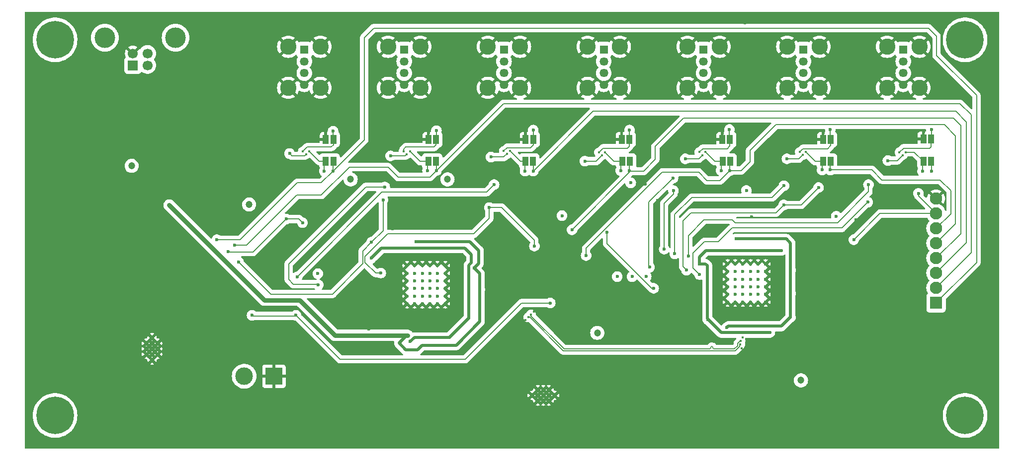
<source format=gbr>
%TF.GenerationSoftware,KiCad,Pcbnew,8.0.1*%
%TF.CreationDate,2025-12-10T21:43:10+01:00*%
%TF.ProjectId,USB2hub,55534232-6875-4622-9e6b-696361645f70,rev?*%
%TF.SameCoordinates,Original*%
%TF.FileFunction,Copper,L4,Bot*%
%TF.FilePolarity,Positive*%
%FSLAX46Y46*%
G04 Gerber Fmt 4.6, Leading zero omitted, Abs format (unit mm)*
G04 Created by KiCad (PCBNEW 8.0.1) date 2025-12-10 21:43:10*
%MOMM*%
%LPD*%
G01*
G04 APERTURE LIST*
%TA.AperFunction,ComponentPad*%
%ADD10R,1.458000X1.458000*%
%TD*%
%TA.AperFunction,ComponentPad*%
%ADD11C,1.458000*%
%TD*%
%TA.AperFunction,ComponentPad*%
%ADD12C,2.775000*%
%TD*%
%TA.AperFunction,ComponentPad*%
%ADD13C,0.600000*%
%TD*%
%TA.AperFunction,ComponentPad*%
%ADD14R,3.000000X3.000000*%
%TD*%
%TA.AperFunction,ComponentPad*%
%ADD15C,3.000000*%
%TD*%
%TA.AperFunction,ComponentPad*%
%ADD16C,3.600000*%
%TD*%
%TA.AperFunction,ConnectorPad*%
%ADD17C,6.400000*%
%TD*%
%TA.AperFunction,ComponentPad*%
%ADD18R,2.100000X2.100000*%
%TD*%
%TA.AperFunction,ComponentPad*%
%ADD19C,2.100000*%
%TD*%
%TA.AperFunction,ComponentPad*%
%ADD20R,1.700000X1.700000*%
%TD*%
%TA.AperFunction,ComponentPad*%
%ADD21C,1.700000*%
%TD*%
%TA.AperFunction,ComponentPad*%
%ADD22C,3.500000*%
%TD*%
%TA.AperFunction,SMDPad,CuDef*%
%ADD23R,1.000000X1.500000*%
%TD*%
%TA.AperFunction,ViaPad*%
%ADD24C,0.600000*%
%TD*%
%TA.AperFunction,ViaPad*%
%ADD25C,0.450000*%
%TD*%
%TA.AperFunction,ViaPad*%
%ADD26C,1.200000*%
%TD*%
%TA.AperFunction,Conductor*%
%ADD27C,0.200000*%
%TD*%
%TA.AperFunction,Conductor*%
%ADD28C,0.500000*%
%TD*%
%TA.AperFunction,Conductor*%
%ADD29C,0.750000*%
%TD*%
%TA.AperFunction,Conductor*%
%ADD30C,0.145000*%
%TD*%
G04 APERTURE END LIST*
D10*
%TO.P,J13,1,VBUS*%
%TO.N,Net-(J13-VBUS)*%
X132812500Y-29681250D03*
D11*
%TO.P,J13,2,D-*%
%TO.N,/USB5_N*%
X132812500Y-31681250D03*
%TO.P,J13,3,D+*%
%TO.N,/USB5_P*%
X132812500Y-33681250D03*
%TO.P,J13,4,GND*%
%TO.N,GND*%
X132812500Y-35681250D03*
D12*
%TO.P,J13,5,Shield*%
X130062500Y-29181250D03*
X130062500Y-36181250D03*
X135562500Y-29181250D03*
X135562500Y-36181250D03*
%TD*%
D13*
%TO.P,U10,66,GND*%
%TO.N,GND*%
X136900000Y-66250000D03*
%TO.P,U10,67,GND*%
X138200000Y-66250000D03*
%TO.P,U10,68,GND*%
X139500000Y-66250000D03*
%TO.P,U10,69,GND*%
X140800000Y-66250000D03*
%TO.P,U10,70,GND*%
X142100000Y-66250000D03*
%TO.P,U10,71,GND*%
X143400000Y-66250000D03*
%TO.P,U10,72,GND*%
X136900000Y-67550000D03*
%TO.P,U10,73,GND*%
X138200000Y-67550000D03*
%TO.P,U10,74,GND*%
X139500000Y-67550000D03*
%TO.P,U10,75,GND*%
X140800000Y-67550000D03*
%TO.P,U10,76,GND*%
X142100000Y-67550000D03*
%TO.P,U10,77,GND*%
X143400000Y-67550000D03*
%TO.P,U10,78,GND*%
X136900000Y-68850000D03*
%TO.P,U10,79,GND*%
X138200000Y-68850000D03*
%TO.P,U10,80,GND*%
X139500000Y-68850000D03*
%TO.P,U10,81,GND*%
X140800000Y-68850000D03*
%TO.P,U10,82,GND*%
X142100000Y-68850000D03*
%TO.P,U10,83,GND*%
X143400000Y-68850000D03*
%TO.P,U10,84,GND*%
X136900000Y-70150000D03*
%TO.P,U10,85,GND*%
X138200000Y-70150000D03*
%TO.P,U10,86,GND*%
X139500000Y-70150000D03*
%TO.P,U10,87,GND*%
X140800000Y-70150000D03*
%TO.P,U10,88,GND*%
X142100000Y-70150000D03*
%TO.P,U10,89,GND*%
X143400000Y-70150000D03*
%TO.P,U10,90,GND*%
X136900000Y-71450000D03*
%TO.P,U10,91,GND*%
X138200000Y-71450000D03*
%TO.P,U10,92,GND*%
X139500000Y-71450000D03*
%TO.P,U10,93,GND*%
X140800000Y-71450000D03*
%TO.P,U10,94,GND*%
X142100000Y-71450000D03*
%TO.P,U10,95,GND*%
X143400000Y-71450000D03*
%TO.P,U10,96,GND*%
X136900000Y-72750000D03*
%TO.P,U10,97,GND*%
X138200000Y-72750000D03*
%TO.P,U10,98,GND*%
X139500000Y-72750000D03*
%TO.P,U10,99,GND*%
X140800000Y-72750000D03*
%TO.P,U10,100,GND*%
X142100000Y-72750000D03*
%TO.P,U10,101,GND*%
X143400000Y-72750000D03*
%TD*%
%TO.P,U23,15,PGND*%
%TO.N,GND*%
X104575000Y-89625000D03*
X105525000Y-89625000D03*
X106475000Y-89625000D03*
X103625000Y-88675000D03*
X104575000Y-88675000D03*
X105525000Y-88675000D03*
X106475000Y-88675000D03*
X107425000Y-88675000D03*
X104575000Y-87725000D03*
X105525000Y-87725000D03*
X106475000Y-87725000D03*
%TD*%
D14*
%TO.P,J7,1,Pin_1*%
%TO.N,GND*%
X59640000Y-85400000D03*
D15*
%TO.P,J7,2,Pin_2*%
%TO.N,Net-(J7-Pin_2)*%
X54560000Y-85400000D03*
%TD*%
D13*
%TO.P,U1,66,GND*%
%TO.N,GND*%
X82300000Y-66525000D03*
%TO.P,U1,67,GND*%
X83600000Y-66525000D03*
%TO.P,U1,68,GND*%
X84900000Y-66525000D03*
%TO.P,U1,69,GND*%
X86200000Y-66525000D03*
%TO.P,U1,70,GND*%
X87500000Y-66525000D03*
%TO.P,U1,71,GND*%
X88800000Y-66525000D03*
%TO.P,U1,72,GND*%
X82300000Y-67825000D03*
%TO.P,U1,73,GND*%
X83600000Y-67825000D03*
%TO.P,U1,74,GND*%
X84900000Y-67825000D03*
%TO.P,U1,75,GND*%
X86200000Y-67825000D03*
%TO.P,U1,76,GND*%
X87500000Y-67825000D03*
%TO.P,U1,77,GND*%
X88800000Y-67825000D03*
%TO.P,U1,78,GND*%
X82300000Y-69125000D03*
%TO.P,U1,79,GND*%
X83600000Y-69125000D03*
%TO.P,U1,80,GND*%
X84900000Y-69125000D03*
%TO.P,U1,81,GND*%
X86200000Y-69125000D03*
%TO.P,U1,82,GND*%
X87500000Y-69125000D03*
%TO.P,U1,83,GND*%
X88800000Y-69125000D03*
%TO.P,U1,84,GND*%
X82300000Y-70425000D03*
%TO.P,U1,85,GND*%
X83600000Y-70425000D03*
%TO.P,U1,86,GND*%
X84900000Y-70425000D03*
%TO.P,U1,87,GND*%
X86200000Y-70425000D03*
%TO.P,U1,88,GND*%
X87500000Y-70425000D03*
%TO.P,U1,89,GND*%
X88800000Y-70425000D03*
%TO.P,U1,90,GND*%
X82300000Y-71725000D03*
%TO.P,U1,91,GND*%
X83600000Y-71725000D03*
%TO.P,U1,92,GND*%
X84900000Y-71725000D03*
%TO.P,U1,93,GND*%
X86200000Y-71725000D03*
%TO.P,U1,94,GND*%
X87500000Y-71725000D03*
%TO.P,U1,95,GND*%
X88800000Y-71725000D03*
%TO.P,U1,96,GND*%
X82300000Y-73025000D03*
%TO.P,U1,97,GND*%
X83600000Y-73025000D03*
%TO.P,U1,98,GND*%
X84900000Y-73025000D03*
%TO.P,U1,99,GND*%
X86200000Y-73025000D03*
%TO.P,U1,100,GND*%
X87500000Y-73025000D03*
%TO.P,U1,101,GND*%
X88800000Y-73025000D03*
%TD*%
D10*
%TO.P,J10,1,VBUS*%
%TO.N,Net-(J10-VBUS)*%
X81812500Y-29681250D03*
D11*
%TO.P,J10,2,D-*%
%TO.N,/USB2_N*%
X81812500Y-31681250D03*
%TO.P,J10,3,D+*%
%TO.N,/USB2_P*%
X81812500Y-33681250D03*
%TO.P,J10,4,GND*%
%TO.N,GND*%
X81812500Y-35681250D03*
D12*
%TO.P,J10,5,Shield*%
X79062500Y-29181250D03*
X79062500Y-36181250D03*
X84562500Y-29181250D03*
X84562500Y-36181250D03*
%TD*%
D10*
%TO.P,J15,1,VBUS*%
%TO.N,Net-(J15-VBUS)*%
X166812500Y-29681250D03*
D11*
%TO.P,J15,2,D-*%
%TO.N,/USB7_N*%
X166812500Y-31681250D03*
%TO.P,J15,3,D+*%
%TO.N,/USB7_P*%
X166812500Y-33681250D03*
%TO.P,J15,4,GND*%
%TO.N,GND*%
X166812500Y-35681250D03*
D12*
%TO.P,J15,5,Shield*%
X164062500Y-29181250D03*
X164062500Y-36181250D03*
X169562500Y-29181250D03*
X169562500Y-36181250D03*
%TD*%
D16*
%TO.P,H3,1*%
%TO.N,N/C*%
X22350000Y-92100000D03*
D17*
X22350000Y-92100000D03*
%TD*%
D18*
%TO.P,J8,1,Pin_1*%
%TO.N,/USBS1*%
X172400000Y-72875000D03*
D19*
%TO.P,J8,2,Pin_2*%
%TO.N,/USBS2*%
X172400000Y-70335000D03*
%TO.P,J8,3,Pin_3*%
%TO.N,/USBS3*%
X172400000Y-67795000D03*
%TO.P,J8,4,Pin_4*%
%TO.N,/USBS4*%
X172400000Y-65255000D03*
%TO.P,J8,5,Pin_5*%
%TO.N,/USBS5*%
X172400000Y-62715000D03*
%TO.P,J8,6,Pin_6*%
%TO.N,/USBS6*%
X172400000Y-60175000D03*
%TO.P,J8,7,Pin_7*%
%TO.N,/USBS7*%
X172400000Y-57635000D03*
%TO.P,J8,8,Pin_8*%
%TO.N,GND*%
X172400000Y-55095000D03*
%TD*%
D10*
%TO.P,J12,1,VBUS*%
%TO.N,Net-(J12-VBUS)*%
X115812500Y-29681250D03*
D11*
%TO.P,J12,2,D-*%
%TO.N,/USB4_N*%
X115812500Y-31681250D03*
%TO.P,J12,3,D+*%
%TO.N,/USB4_P*%
X115812500Y-33681250D03*
%TO.P,J12,4,GND*%
%TO.N,GND*%
X115812500Y-35681250D03*
D12*
%TO.P,J12,5,Shield*%
X113062500Y-29181250D03*
X113062500Y-36181250D03*
X118562500Y-29181250D03*
X118562500Y-36181250D03*
%TD*%
D10*
%TO.P,J9,1,VBUS*%
%TO.N,Net-(J9-VBUS)*%
X64812500Y-29681250D03*
D11*
%TO.P,J9,2,D-*%
%TO.N,/USB1_N*%
X64812500Y-31681250D03*
%TO.P,J9,3,D+*%
%TO.N,/USB1_P*%
X64812500Y-33681250D03*
%TO.P,J9,4,GND*%
%TO.N,GND*%
X64812500Y-35681250D03*
D12*
%TO.P,J9,5,Shield*%
X62062500Y-29181250D03*
X62062500Y-36181250D03*
X67562500Y-29181250D03*
X67562500Y-36181250D03*
%TD*%
D13*
%TO.P,U22,15,PGND*%
%TO.N,GND*%
X39825000Y-81675000D03*
X39825000Y-80725000D03*
X39825000Y-79775000D03*
X38875000Y-82625000D03*
X38875000Y-81675000D03*
X38875000Y-80725000D03*
X38875000Y-79775000D03*
X38875000Y-78825000D03*
X37925000Y-81675000D03*
X37925000Y-80725000D03*
X37925000Y-79775000D03*
%TD*%
D20*
%TO.P,J16,1,VBUS*%
%TO.N,+5VP*%
X35600000Y-32350000D03*
D21*
%TO.P,J16,2,D-*%
%TO.N,/USB_UP_PORT_N*%
X38100000Y-32350000D03*
%TO.P,J16,3,D+*%
%TO.N,/USB_UP_PORT_P*%
X38100000Y-30350000D03*
%TO.P,J16,4,GND*%
%TO.N,GND*%
X35600000Y-30350000D03*
D22*
%TO.P,J16,5,Shield*%
%TO.N,GNDPWR*%
X30830000Y-27640000D03*
X42870000Y-27640000D03*
%TD*%
D10*
%TO.P,J11,1,VBUS*%
%TO.N,Net-(J11-VBUS)*%
X98812500Y-29681250D03*
D11*
%TO.P,J11,2,D-*%
%TO.N,/USB3_N*%
X98812500Y-31681250D03*
%TO.P,J11,3,D+*%
%TO.N,/USB3_P*%
X98812500Y-33681250D03*
%TO.P,J11,4,GND*%
%TO.N,GND*%
X98812500Y-35681250D03*
D12*
%TO.P,J11,5,Shield*%
X96062500Y-29181250D03*
X96062500Y-36181250D03*
X101562500Y-29181250D03*
X101562500Y-36181250D03*
%TD*%
D16*
%TO.P,H2,1*%
%TO.N,N/C*%
X177350000Y-28000000D03*
D17*
X177350000Y-28000000D03*
%TD*%
D16*
%TO.P,H1,1*%
%TO.N,N/C*%
X22350000Y-28000000D03*
D17*
X22350000Y-28000000D03*
%TD*%
D10*
%TO.P,J14,1,VBUS*%
%TO.N,Net-(J14-VBUS)*%
X149812500Y-29681250D03*
D11*
%TO.P,J14,2,D-*%
%TO.N,/USB6_N*%
X149812500Y-31681250D03*
%TO.P,J14,3,D+*%
%TO.N,/USB6_P*%
X149812500Y-33681250D03*
%TO.P,J14,4,GND*%
%TO.N,GND*%
X149812500Y-35681250D03*
D12*
%TO.P,J14,5,Shield*%
X147062500Y-29181250D03*
X147062500Y-36181250D03*
X152562500Y-29181250D03*
X152562500Y-36181250D03*
%TD*%
D16*
%TO.P,H4,1*%
%TO.N,N/C*%
X177350000Y-92100000D03*
D17*
X177350000Y-92100000D03*
%TD*%
D23*
%TO.P,R35,1*%
%TO.N,Net-(U5-~{OE})*%
X103800000Y-45000000D03*
%TO.P,R35,2*%
%TO.N,GND*%
X102500000Y-45000000D03*
%TD*%
%TO.P,R34,1*%
%TO.N,/USBS3*%
X103750000Y-48700000D03*
%TO.P,R34,2*%
%TO.N,Net-(U5-S)*%
X102450000Y-48700000D03*
%TD*%
%TO.P,R54,1*%
%TO.N,/USBS1*%
X69750000Y-48700000D03*
%TO.P,R54,2*%
%TO.N,Net-(U3-S)*%
X68450000Y-48700000D03*
%TD*%
%TO.P,R36,1*%
%TO.N,/USBS4*%
X120250000Y-48700000D03*
%TO.P,R36,2*%
%TO.N,Net-(U6-S)*%
X118950000Y-48700000D03*
%TD*%
%TO.P,R55,1*%
%TO.N,/USBS6*%
X154450000Y-48700000D03*
%TO.P,R55,2*%
%TO.N,Net-(U11-S)*%
X153150000Y-48700000D03*
%TD*%
%TO.P,R28,1*%
%TO.N,/USBS2*%
X87250000Y-48725000D03*
%TO.P,R28,2*%
%TO.N,Net-(U12-S)*%
X85950000Y-48725000D03*
%TD*%
%TO.P,R48,1*%
%TO.N,Net-(U6-~{OE})*%
X120150000Y-45000000D03*
%TO.P,R48,2*%
%TO.N,GND*%
X118850000Y-45000000D03*
%TD*%
%TO.P,R50,1*%
%TO.N,/USBS5*%
X137350000Y-48700000D03*
%TO.P,R50,2*%
%TO.N,Net-(U8-S)*%
X136050000Y-48700000D03*
%TD*%
%TO.P,R57,1*%
%TO.N,/USBS7*%
X171550000Y-48700000D03*
%TO.P,R57,2*%
%TO.N,Net-(U19-S)*%
X170250000Y-48700000D03*
%TD*%
%TO.P,R29,1*%
%TO.N,Net-(U12-~{OE})*%
X87250000Y-45000000D03*
%TO.P,R29,2*%
%TO.N,GND*%
X85950000Y-45000000D03*
%TD*%
%TO.P,R58,1*%
%TO.N,Net-(U19-~{OE})*%
X171550000Y-44900000D03*
%TO.P,R58,2*%
%TO.N,GND*%
X170250000Y-44900000D03*
%TD*%
%TO.P,R56,1*%
%TO.N,Net-(U11-~{OE})*%
X154450000Y-45000000D03*
%TO.P,R56,2*%
%TO.N,GND*%
X153150000Y-45000000D03*
%TD*%
%TO.P,R52,1*%
%TO.N,Net-(U8-~{OE})*%
X137300000Y-45000000D03*
%TO.P,R52,2*%
%TO.N,GND*%
X136000000Y-45000000D03*
%TD*%
%TO.P,R27,1*%
%TO.N,Net-(U3-~{OE})*%
X69750000Y-45000000D03*
%TO.P,R27,2*%
%TO.N,GND*%
X68450000Y-45000000D03*
%TD*%
D24*
%TO.N,+3.3V*%
X62300000Y-47400000D03*
D25*
X149700000Y-47645000D03*
D24*
X123025000Y-68397500D03*
X96600000Y-48000000D03*
X164200000Y-48600000D03*
D25*
X132602738Y-47682738D03*
D24*
X67100000Y-67900000D03*
X79500000Y-47800000D03*
X112600000Y-48700000D03*
X120625000Y-68397500D03*
X147000000Y-48300000D03*
D25*
X65110000Y-47520000D03*
D24*
X118100000Y-68400000D03*
D26*
X114700000Y-78000000D03*
D25*
X99309363Y-47470000D03*
X166690131Y-47694651D03*
D24*
X129700000Y-48300000D03*
D25*
X115522500Y-47702500D03*
X82250000Y-47530000D03*
D24*
%TO.N,GND*%
X95375000Y-87100000D03*
X120587500Y-85500000D03*
X126937500Y-91550000D03*
X151500000Y-67250000D03*
X159467500Y-83425000D03*
X142175000Y-37325000D03*
X123061066Y-24881126D03*
X73800000Y-65865000D03*
X90575000Y-37275000D03*
X41037500Y-61600000D03*
X73875000Y-70000000D03*
X85825000Y-83800000D03*
D25*
X149700000Y-44210000D03*
D24*
X105000000Y-93750000D03*
X41062500Y-62600000D03*
X79500000Y-44300000D03*
X86350000Y-57850000D03*
X95375000Y-89325000D03*
X41637500Y-67450000D03*
D25*
X103883614Y-74384449D03*
D24*
X94400000Y-56800000D03*
X36262500Y-63525000D03*
X107450000Y-82375000D03*
X151550000Y-65650000D03*
X104025000Y-92725000D03*
X105005000Y-85300000D03*
X158492500Y-88325000D03*
X35237500Y-62550000D03*
D25*
X139430000Y-78790000D03*
D24*
X151500000Y-71175000D03*
X135200000Y-43100000D03*
X147800000Y-49500000D03*
X147000000Y-44900000D03*
X159467500Y-88325000D03*
X42087500Y-62600000D03*
D25*
X132600000Y-44200000D03*
D24*
X39700000Y-39000000D03*
X163725000Y-89400000D03*
X23375000Y-39472500D03*
X54425000Y-52450000D03*
X162725000Y-89425000D03*
X70350000Y-53575000D03*
X40700000Y-90200000D03*
X104025000Y-93750000D03*
X119537500Y-84500000D03*
X79850000Y-60275000D03*
X158492500Y-89350000D03*
X111925000Y-84675000D03*
X141000000Y-58200000D03*
X122851471Y-52651471D03*
X158175000Y-37275000D03*
X75800000Y-77300000D03*
X126912500Y-90550000D03*
D25*
X166700000Y-44220000D03*
D24*
X106000000Y-92700000D03*
X101500000Y-70800000D03*
X72450000Y-37275000D03*
X38200000Y-72520000D03*
X141875000Y-87950000D03*
X27475000Y-42847500D03*
X35350000Y-80595000D03*
X75700000Y-46600000D03*
X118300000Y-43000000D03*
X145400000Y-55700000D03*
X25400000Y-42897500D03*
X153600000Y-89400000D03*
X106700000Y-59500000D03*
X136675000Y-82250000D03*
X117987500Y-92275000D03*
X92050000Y-80975000D03*
X117012500Y-92275000D03*
X41062500Y-63575000D03*
X112200000Y-70800000D03*
X37075000Y-90200000D03*
X105000000Y-92725000D03*
X127600000Y-48800000D03*
X108175000Y-37375000D03*
X85375000Y-87525000D03*
X135575000Y-82225000D03*
X120587500Y-86475000D03*
X106900000Y-70800000D03*
X91575000Y-88150000D03*
X164200000Y-45100000D03*
X124125000Y-37325000D03*
X137975000Y-83100000D03*
X128225000Y-66350000D03*
X127937500Y-90550000D03*
X97450000Y-66050000D03*
X27500000Y-41147500D03*
X141200000Y-37325000D03*
X42087500Y-63575000D03*
X42062500Y-61600000D03*
X164700000Y-89400000D03*
X95400000Y-88100000D03*
X157492500Y-82425000D03*
X157200000Y-24900000D03*
X27500000Y-39472500D03*
X139900000Y-25100000D03*
X35212500Y-61550000D03*
X41587500Y-58250000D03*
X95375000Y-86125000D03*
X42475000Y-81245000D03*
X127937500Y-89575000D03*
X71700000Y-24900000D03*
X97300000Y-67600000D03*
X30500000Y-82550000D03*
X156500000Y-54000000D03*
X127625000Y-72950000D03*
X134325000Y-82225000D03*
X158800000Y-58725000D03*
X74525000Y-79750000D03*
D25*
X139278626Y-80654747D03*
D24*
X96600000Y-44600000D03*
X60900000Y-47000000D03*
X36237500Y-61550000D03*
X125100000Y-37325000D03*
X36262500Y-62550000D03*
X129700000Y-44900000D03*
X108600000Y-56700000D03*
X101900000Y-43200000D03*
X87900000Y-87750000D03*
X119562500Y-85500000D03*
X33000000Y-37825000D03*
X157492500Y-88350000D03*
X101200000Y-76100000D03*
X133925000Y-59650000D03*
X127962500Y-91550000D03*
D25*
X99300000Y-44000000D03*
D24*
X23375000Y-41147500D03*
X120562500Y-84500000D03*
D25*
X115500000Y-44200000D03*
D24*
X106100000Y-24800000D03*
X89600000Y-37275000D03*
D25*
X82254197Y-43900000D03*
D24*
X159150000Y-37275000D03*
X107200000Y-37375000D03*
X151625000Y-89425000D03*
X113425000Y-90575000D03*
X88800000Y-24700000D03*
D25*
X102477088Y-75816233D03*
D24*
X128175000Y-69875000D03*
X158492500Y-82400000D03*
X97450000Y-71700000D03*
X73425000Y-37275000D03*
X31100000Y-79375000D03*
X93400000Y-59600000D03*
X107850000Y-48150000D03*
X35237500Y-63525000D03*
X68000000Y-43000000D03*
X62200000Y-43900000D03*
X159467500Y-89350000D03*
X141375000Y-52125000D03*
X53600000Y-24800000D03*
X133875000Y-61175000D03*
X94389459Y-48643961D03*
X119075000Y-82437500D03*
X125000000Y-55400000D03*
X145075000Y-84125000D03*
X140300000Y-82125000D03*
X95400000Y-91300000D03*
X73900000Y-68825000D03*
X79400000Y-81400000D03*
X151600000Y-43800000D03*
X112600000Y-45100000D03*
X40650000Y-72520000D03*
X59700000Y-54000000D03*
X158492500Y-83425000D03*
D25*
X65116346Y-43947997D03*
D24*
X55950000Y-37375000D03*
X23400000Y-42822500D03*
X54975000Y-37375000D03*
X159467500Y-82400000D03*
X75600000Y-55100000D03*
X116012500Y-92300000D03*
X157492500Y-83450000D03*
X23625000Y-35200000D03*
X119562500Y-86475000D03*
X91125000Y-83750000D03*
X95375000Y-90300000D03*
X157492500Y-89375000D03*
X73975000Y-72525000D03*
X126912500Y-89575000D03*
X152625000Y-89400000D03*
X106000000Y-93725000D03*
X102475000Y-81875000D03*
X146550000Y-80925000D03*
%TO.N,Net-(U1-VDD33@1)*%
X82841250Y-79491250D03*
X76200000Y-65275000D03*
X93250000Y-66025000D03*
X89475000Y-78775000D03*
X92800000Y-75500000D03*
%TO.N,Net-(U1-VDD@1)*%
X82370000Y-78420000D03*
X41800000Y-56200000D03*
X87300000Y-62450000D03*
X83800000Y-62450000D03*
X94700000Y-70575000D03*
X85800000Y-80100000D03*
X93725000Y-66925000D03*
%TO.N,Net-(U10-VDD@1)*%
X147625000Y-67250000D03*
X147600000Y-75350000D03*
X147625000Y-71250000D03*
X136736000Y-77114000D03*
X141900000Y-61950000D03*
X140400000Y-76875000D03*
X138400000Y-61950000D03*
%TO.N,Net-(U10-VDD33@1)*%
X146050000Y-63925000D03*
X132100000Y-66225000D03*
X137425000Y-77975000D03*
X133550000Y-75750000D03*
X144100000Y-77950000D03*
%TO.N,/OVERCURR2*%
X67200000Y-69800000D03*
X78500000Y-53100000D03*
%TO.N,/OVERCURR3*%
X97125000Y-52700000D03*
X63600000Y-68425000D03*
%TO.N,/OVERCURR4*%
X116366250Y-60833750D03*
X124300000Y-70400000D03*
%TO.N,/OVERCURR5*%
X123600000Y-66800000D03*
X127600000Y-51600000D03*
%TO.N,/OVERCURR6*%
X146500000Y-52900000D03*
X127900000Y-64500000D03*
%TO.N,/OVERCURR7*%
X160900000Y-52700000D03*
X130200000Y-64900000D03*
%TO.N,/USB_VBUS*%
X106700000Y-72900000D03*
X55900000Y-75000000D03*
X63387500Y-75012500D03*
%TO.N,/PWRCTL2*%
X76250000Y-62525000D03*
X78225000Y-55325000D03*
X53600000Y-65900000D03*
%TO.N,/PWRCTL1*%
X51800000Y-64100000D03*
X64500000Y-59200000D03*
X61700000Y-58575000D03*
%TO.N,/PWRCTL3*%
X77825000Y-67800000D03*
X96325000Y-56625000D03*
X104000000Y-63200000D03*
%TO.N,/PWRCTL6*%
X129900000Y-67300000D03*
X152400000Y-53200000D03*
X146450000Y-56175000D03*
%TO.N,/PWRCTL5*%
X126100000Y-63700000D03*
X127675000Y-53725000D03*
%TO.N,/PWRCTL7*%
X160775000Y-55700000D03*
X132125000Y-68050000D03*
D25*
%TO.N,/USB_INTER_P*%
X139052500Y-80000000D03*
X102930000Y-75350000D03*
%TO.N,/USB_INTER_N*%
X139116585Y-79373265D03*
X103430000Y-74850000D03*
D26*
%TO.N,+5V1*%
X35400000Y-49500000D03*
X89200000Y-51800000D03*
X72700000Y-51800000D03*
X55400000Y-56100000D03*
D24*
%TO.N,+5V2*%
X155400000Y-58100000D03*
D26*
X149400000Y-86100000D03*
D24*
X120400000Y-52400000D03*
X140100000Y-53700000D03*
X108700000Y-58000000D03*
%TO.N,/USBS3*%
X103800000Y-50400000D03*
%TO.N,/USBS2*%
X52900000Y-63000000D03*
X87300000Y-50300000D03*
%TO.N,/USBS7*%
X158400000Y-62100000D03*
X169400000Y-54200000D03*
X171600000Y-50400000D03*
%TO.N,/USBS6*%
X154400000Y-50200000D03*
%TO.N,/USBS1*%
X49900000Y-62100000D03*
X69700000Y-50400000D03*
%TO.N,/USBS4*%
X110400000Y-60400000D03*
X120200000Y-50300000D03*
%TO.N,/USBS5*%
X112800000Y-64800000D03*
X137300000Y-50300000D03*
D25*
%TO.N,Net-(U5-~{OE})*%
X98775000Y-46940070D03*
D24*
X103800000Y-43400000D03*
%TO.N,Net-(U5-S)*%
X102400000Y-50400000D03*
D25*
X99850000Y-46950000D03*
D24*
%TO.N,Net-(U6-~{OE})*%
X120200000Y-43400000D03*
D25*
X114975000Y-47200000D03*
D24*
%TO.N,Net-(U6-S)*%
X118700000Y-50300000D03*
D25*
X116025000Y-47200000D03*
%TO.N,Net-(U8-~{OE})*%
X132075000Y-47155000D03*
D24*
X137200000Y-43300000D03*
D25*
%TO.N,Net-(U8-S)*%
X133134103Y-47151374D03*
D24*
X135800000Y-50300000D03*
D25*
%TO.N,Net-(U11-~{OE})*%
X149175000Y-47120000D03*
D24*
X154400000Y-43300000D03*
D25*
%TO.N,Net-(U11-S)*%
X150225000Y-47120000D03*
D24*
X153000000Y-50200000D03*
%TO.N,Net-(U12-~{OE})*%
X87300000Y-43500000D03*
D25*
X81700000Y-47000000D03*
D24*
%TO.N,Net-(U12-S)*%
X85800000Y-50300000D03*
D25*
X82800000Y-47000000D03*
D24*
%TO.N,Net-(U3-S)*%
X68200000Y-50400000D03*
D25*
X65665168Y-46998314D03*
%TO.N,Net-(U3-~{OE})*%
X64551786Y-47048214D03*
D24*
X69700000Y-43600000D03*
D25*
%TO.N,Net-(U19-S)*%
X167225827Y-47159373D03*
D24*
X170100000Y-50400000D03*
D25*
%TO.N,Net-(U19-~{OE})*%
X166175000Y-47179521D03*
D24*
X171600000Y-43300000D03*
%TD*%
D27*
%TO.N,+3.3V*%
X132602738Y-47682738D02*
X131985476Y-48300000D01*
X99309363Y-47470000D02*
X98779363Y-48000000D01*
X64830000Y-47800000D02*
X62700000Y-47800000D01*
X166690131Y-47694651D02*
X165784782Y-48600000D01*
X62700000Y-47800000D02*
X62300000Y-47400000D01*
X115522500Y-47702500D02*
X114525000Y-48700000D01*
X149700000Y-47645000D02*
X149045000Y-48300000D01*
X131985476Y-48300000D02*
X129700000Y-48300000D01*
X98779363Y-48000000D02*
X96600000Y-48000000D01*
X149045000Y-48300000D02*
X147000000Y-48300000D01*
X114525000Y-48700000D02*
X112600000Y-48700000D01*
X81980000Y-47800000D02*
X79500000Y-47800000D01*
X65110000Y-47520000D02*
X64830000Y-47800000D01*
X165784782Y-48600000D02*
X164200000Y-48600000D01*
X82250000Y-47530000D02*
X81980000Y-47800000D01*
D28*
%TO.N,Net-(U1-VDD33@1)*%
X89475000Y-78775000D02*
X92800000Y-75450000D01*
X93250000Y-64625000D02*
X92175000Y-63550000D01*
X77925000Y-63550000D02*
X76200000Y-65275000D01*
X92800000Y-75450000D02*
X92800000Y-66475000D01*
X92175000Y-63550000D02*
X77925000Y-63550000D01*
X93250000Y-66025000D02*
X93250000Y-64625000D01*
X82841250Y-79491250D02*
X83557500Y-78775000D01*
X92800000Y-66475000D02*
X93250000Y-66025000D01*
X83557500Y-78775000D02*
X89475000Y-78775000D01*
%TO.N,Net-(U1-VDD@1)*%
X82075000Y-80875000D02*
X80925000Y-79725000D01*
X94500000Y-66150000D02*
X94500000Y-63950000D01*
X80925000Y-79725000D02*
X82230000Y-78420000D01*
X85800000Y-80100000D02*
X90675000Y-80100000D01*
X94700000Y-67900000D02*
X94700000Y-70575000D01*
X93725000Y-66925000D02*
X94500000Y-66150000D01*
D29*
X64000000Y-72400000D02*
X70020000Y-78420000D01*
X41800000Y-56200000D02*
X58000000Y-72400000D01*
D28*
X87300000Y-62450000D02*
X83800000Y-62450000D01*
X84875000Y-80100000D02*
X84100000Y-80875000D01*
X93725000Y-66925000D02*
X94700000Y-67900000D01*
D29*
X58000000Y-72400000D02*
X64000000Y-72400000D01*
X70020000Y-78420000D02*
X82370000Y-78420000D01*
D28*
X85800000Y-80100000D02*
X84875000Y-80100000D01*
X93000000Y-62450000D02*
X87300000Y-62450000D01*
X84100000Y-80875000D02*
X82075000Y-80875000D01*
X90675000Y-80100000D02*
X94700000Y-76075000D01*
X82230000Y-78420000D02*
X82370000Y-78420000D01*
X94500000Y-63950000D02*
X93000000Y-62450000D01*
X94700000Y-76075000D02*
X94700000Y-70575000D01*
%TO.N,Net-(U10-VDD@1)*%
X147625000Y-67250000D02*
X147625000Y-62700000D01*
X146075000Y-76875000D02*
X140400000Y-76875000D01*
X147625000Y-67250000D02*
X147625000Y-71250000D01*
X147625000Y-75325000D02*
X146075000Y-76875000D01*
X140400000Y-76875000D02*
X136975000Y-76875000D01*
X146875000Y-61950000D02*
X141900000Y-61950000D01*
X147625000Y-71250000D02*
X147625000Y-75325000D01*
X136975000Y-76875000D02*
X136736000Y-77114000D01*
X141900000Y-61950000D02*
X138400000Y-61950000D01*
X147625000Y-62700000D02*
X146875000Y-61950000D01*
%TO.N,Net-(U10-VDD33@1)*%
X133425000Y-75600000D02*
X133425000Y-66525000D01*
X132100000Y-66225000D02*
X132100000Y-65025000D01*
X132100000Y-65025000D02*
X133200000Y-63925000D01*
X137425000Y-77975000D02*
X135800000Y-77975000D01*
X137425000Y-77975000D02*
X144075000Y-77975000D01*
X133125000Y-66225000D02*
X132100000Y-66225000D01*
X133425000Y-66525000D02*
X133125000Y-66225000D01*
X133200000Y-63925000D02*
X146050000Y-63925000D01*
X135800000Y-77975000D02*
X133425000Y-75600000D01*
X144075000Y-77975000D02*
X144100000Y-77950000D01*
D27*
%TO.N,/OVERCURR2*%
X75250000Y-53100000D02*
X78500000Y-53100000D01*
X62950000Y-69700000D02*
X62125000Y-68875000D01*
X67100000Y-69700000D02*
X62950000Y-69700000D01*
X62125000Y-66225000D02*
X75250000Y-53100000D01*
X62125000Y-68875000D02*
X62125000Y-66225000D01*
X67200000Y-69800000D02*
X67100000Y-69700000D01*
%TO.N,/OVERCURR3*%
X63600000Y-68425000D02*
X78025000Y-54000000D01*
X95825000Y-54000000D02*
X97125000Y-52700000D01*
X78025000Y-54000000D02*
X95825000Y-54000000D01*
%TO.N,/OVERCURR4*%
X116366250Y-60833750D02*
X116366250Y-62766250D01*
X116366250Y-62766250D02*
X124000000Y-70400000D01*
X124000000Y-70400000D02*
X124300000Y-70400000D01*
%TO.N,/OVERCURR5*%
X123500000Y-66700000D02*
X123500000Y-55700000D01*
X123600000Y-66800000D02*
X123500000Y-66700000D01*
X123500000Y-55700000D02*
X127600000Y-51600000D01*
%TO.N,/OVERCURR6*%
X146500000Y-52900000D02*
X144500000Y-54900000D01*
X127900000Y-57800000D02*
X127900000Y-64500000D01*
X130800000Y-54900000D02*
X127900000Y-57800000D01*
X144500000Y-54900000D02*
X130800000Y-54900000D01*
%TO.N,/OVERCURR7*%
X130200000Y-61400000D02*
X130200000Y-64900000D01*
X132900000Y-58700000D02*
X130200000Y-61400000D01*
X160900000Y-53900000D02*
X155600000Y-59200000D01*
X155600000Y-59200000D02*
X138200000Y-59200000D01*
X137700000Y-58700000D02*
X132900000Y-58700000D01*
X160900000Y-52700000D02*
X160900000Y-53900000D01*
X138200000Y-59200000D02*
X137700000Y-58700000D01*
%TO.N,/USB_VBUS*%
X92200000Y-82500000D02*
X70875000Y-82500000D01*
X55900000Y-75000000D02*
X56000000Y-75100000D01*
X56000000Y-75100000D02*
X63300000Y-75100000D01*
X106700000Y-72900000D02*
X101800000Y-72900000D01*
X101800000Y-72900000D02*
X92200000Y-82500000D01*
X70875000Y-82500000D02*
X63387500Y-75012500D01*
X63300000Y-75100000D02*
X63387500Y-75012500D01*
%TO.N,/PWRCTL2*%
X69573529Y-71375000D02*
X74750000Y-66198529D01*
X78225000Y-60550000D02*
X78225000Y-55325000D01*
X59075000Y-71375000D02*
X69573529Y-71375000D01*
X76250000Y-62525000D02*
X78225000Y-60550000D01*
X74750000Y-66198529D02*
X74750000Y-64025000D01*
X74750000Y-64025000D02*
X76250000Y-62525000D01*
X53600000Y-65900000D02*
X59075000Y-71375000D01*
%TO.N,/PWRCTL1*%
X51900000Y-64200000D02*
X56075000Y-64200000D01*
X56075000Y-64200000D02*
X61700000Y-58575000D01*
X51800000Y-64100000D02*
X51900000Y-64200000D01*
X61700000Y-58575000D02*
X63875000Y-58575000D01*
X63875000Y-58575000D02*
X64500000Y-59200000D01*
%TO.N,/PWRCTL3*%
X76950000Y-67800000D02*
X75150000Y-66000000D01*
X104000000Y-63200000D02*
X104000000Y-62200000D01*
X75150000Y-66000000D02*
X75150000Y-65000000D01*
X77825000Y-67800000D02*
X76950000Y-67800000D01*
X75150000Y-65000000D02*
X79050000Y-61100000D01*
X79050000Y-61100000D02*
X93675000Y-61100000D01*
X96325000Y-58450000D02*
X96325000Y-56625000D01*
X98425000Y-56625000D02*
X96325000Y-56625000D01*
X93675000Y-61100000D02*
X96325000Y-58450000D01*
X104000000Y-62200000D02*
X98425000Y-56625000D01*
%TO.N,/PWRCTL6*%
X149425000Y-56175000D02*
X146450000Y-56175000D01*
X129300000Y-66700000D02*
X129300000Y-58875000D01*
X129900000Y-67300000D02*
X129300000Y-66700000D01*
X130675000Y-57500000D02*
X145125000Y-57500000D01*
X152400000Y-53200000D02*
X149425000Y-56175000D01*
X145125000Y-57500000D02*
X146450000Y-56175000D01*
X129300000Y-58875000D02*
X130675000Y-57500000D01*
%TO.N,/PWRCTL5*%
X127675000Y-54325000D02*
X127675000Y-53725000D01*
X126100000Y-63700000D02*
X126100000Y-55900000D01*
X126100000Y-55900000D02*
X127675000Y-54325000D01*
%TO.N,/PWRCTL7*%
X132925000Y-62450000D02*
X135350000Y-62450000D01*
X131000000Y-64375000D02*
X132925000Y-62450000D01*
X132125000Y-68050000D02*
X131000000Y-66925000D01*
X131000000Y-66925000D02*
X131000000Y-64375000D01*
X156375000Y-60100000D02*
X160775000Y-55700000D01*
X135350000Y-62450000D02*
X137700000Y-60100000D01*
X137700000Y-60100000D02*
X156375000Y-60100000D01*
D30*
%TO.N,/USB_INTER_P*%
X138925000Y-80304810D02*
X138925000Y-80127500D01*
X102930000Y-75350000D02*
X103220190Y-75350000D01*
X138167310Y-81062500D02*
X138925000Y-80304810D01*
X103220190Y-75350000D02*
X108932690Y-81062500D01*
X108932690Y-81062500D02*
X138167310Y-81062500D01*
X138925000Y-80127500D02*
X139052500Y-80000000D01*
%TO.N,/USB_INTER_N*%
X139003948Y-79373265D02*
X138575000Y-79802213D01*
X134542951Y-80737500D02*
X134612951Y-80737500D01*
X134192951Y-80313184D02*
X134262951Y-80313184D01*
X103430000Y-74850000D02*
X103430000Y-75100190D01*
X138032690Y-80737500D02*
X137541069Y-80737500D01*
X134052951Y-80597500D02*
X134052951Y-80453184D01*
X103430000Y-75100190D02*
X109067310Y-80737500D01*
X134612951Y-80737500D02*
X137541069Y-80737500D01*
X138575000Y-79802213D02*
X138575000Y-80195190D01*
X134402951Y-80453184D02*
X134402951Y-80597500D01*
X139116585Y-79373265D02*
X139003948Y-79373265D01*
X138575000Y-80195190D02*
X138032690Y-80737500D01*
X109067310Y-80737500D02*
X133912951Y-80737500D01*
X134402951Y-80597500D02*
G75*
G03*
X134542951Y-80737549I140049J0D01*
G01*
X133912951Y-80737500D02*
G75*
G03*
X134053000Y-80597500I49J140000D01*
G01*
X134262951Y-80313184D02*
G75*
G02*
X134403016Y-80453184I49J-140016D01*
G01*
X134052951Y-80453184D02*
G75*
G02*
X134192951Y-80313151I140049J-16D01*
G01*
D27*
%TO.N,/USBS3*%
X177600000Y-42000000D02*
X175800000Y-40200000D01*
X103800000Y-50400000D02*
X103800000Y-48750000D01*
X177600000Y-62595000D02*
X177600000Y-42000000D01*
X172400000Y-67795000D02*
X177600000Y-62595000D01*
X103800000Y-48750000D02*
X103750000Y-48700000D01*
X175800000Y-40200000D02*
X114000000Y-40200000D01*
X114000000Y-40200000D02*
X103800000Y-50400000D01*
%TO.N,/USBS2*%
X63500000Y-54500000D02*
X67674264Y-54500000D01*
X86200000Y-51400000D02*
X87300000Y-50300000D01*
X55000000Y-63000000D02*
X63500000Y-54500000D01*
X80775735Y-51400000D02*
X86200000Y-51400000D01*
X172400000Y-70335000D02*
X178400000Y-64335000D01*
X98700000Y-38900000D02*
X87300000Y-50300000D01*
X178400000Y-40800000D02*
X176500000Y-38900000D01*
X67674264Y-54500000D02*
X72474264Y-49700000D01*
X87300000Y-48775000D02*
X87250000Y-48725000D01*
X52900000Y-63000000D02*
X55000000Y-63000000D01*
X176500000Y-38900000D02*
X98700000Y-38900000D01*
X72474264Y-49700000D02*
X79075735Y-49700000D01*
X79075735Y-49700000D02*
X80775735Y-51400000D01*
X87300000Y-50300000D02*
X87300000Y-48775000D01*
X178400000Y-64335000D02*
X178400000Y-40800000D01*
%TO.N,/USBS7*%
X171600000Y-48750000D02*
X171550000Y-48700000D01*
X162865000Y-57635000D02*
X158400000Y-62100000D01*
X171600000Y-50400000D02*
X171600000Y-48750000D01*
X169400000Y-54635000D02*
X169400000Y-54200000D01*
X172400000Y-57635000D02*
X169400000Y-54635000D01*
X172400000Y-57635000D02*
X162865000Y-57635000D01*
%TO.N,/USBS6*%
X174900000Y-53700000D02*
X173100000Y-51900000D01*
X161500000Y-50200000D02*
X154400000Y-50200000D01*
X163200000Y-51900000D02*
X161500000Y-50200000D01*
X154400000Y-48750000D02*
X154450000Y-48700000D01*
X174900000Y-57675000D02*
X174900000Y-53700000D01*
X172400000Y-60175000D02*
X174900000Y-57675000D01*
X154400000Y-50200000D02*
X154400000Y-48750000D01*
X173100000Y-51900000D02*
X163200000Y-51900000D01*
%TO.N,/USBS1*%
X53900000Y-62100000D02*
X63600000Y-52400000D01*
X76600000Y-26000000D02*
X75000000Y-27600000D01*
X172500000Y-27400000D02*
X171100000Y-26000000D01*
X172400000Y-72875000D02*
X179300000Y-65975000D01*
X179300000Y-37500000D02*
X172500000Y-30700000D01*
X75000000Y-45100000D02*
X69700000Y-50400000D01*
X179300000Y-65975000D02*
X179300000Y-37500000D01*
X172500000Y-30700000D02*
X172500000Y-27400000D01*
X69700000Y-48750000D02*
X69750000Y-48700000D01*
X75000000Y-27600000D02*
X75000000Y-45100000D01*
X171100000Y-26000000D02*
X76600000Y-26000000D01*
X63600000Y-52400000D02*
X67700000Y-52400000D01*
X67700000Y-52400000D02*
X69700000Y-50400000D01*
X49900000Y-62100000D02*
X53900000Y-62100000D01*
X69700000Y-50400000D02*
X69700000Y-48750000D01*
%TO.N,/USBS4*%
X176600000Y-61055000D02*
X176600000Y-42600000D01*
X110400000Y-60400000D02*
X120200000Y-50600000D01*
X122600000Y-50400000D02*
X120300000Y-50400000D01*
X120200000Y-48750000D02*
X120250000Y-48700000D01*
X176600000Y-42600000D02*
X175400000Y-41400000D01*
X175400000Y-41400000D02*
X129400000Y-41400000D01*
X172400000Y-65255000D02*
X176600000Y-61055000D01*
X120300000Y-50400000D02*
X120200000Y-50300000D01*
X124600000Y-48400000D02*
X122600000Y-50400000D01*
X120200000Y-50600000D02*
X120200000Y-50300000D01*
X129400000Y-41400000D02*
X124600000Y-46200000D01*
X124600000Y-46200000D02*
X124600000Y-48400000D01*
X120200000Y-50300000D02*
X120200000Y-48750000D01*
%TO.N,/USBS5*%
X172400000Y-62715000D02*
X175700000Y-59415000D01*
X132000000Y-50600000D02*
X133400000Y-52000000D01*
X139200000Y-50300000D02*
X137300000Y-50300000D01*
X140700000Y-48800000D02*
X139200000Y-50300000D01*
X175700000Y-44400000D02*
X173800000Y-42500000D01*
X137300000Y-50300000D02*
X137300000Y-48750000D01*
X140700000Y-46900000D02*
X140700000Y-48800000D01*
X112800000Y-64800000D02*
X112800000Y-63551471D01*
X173800000Y-42500000D02*
X145100000Y-42500000D01*
X175700000Y-59415000D02*
X175700000Y-44400000D01*
X112800000Y-63551471D02*
X125751471Y-50600000D01*
X135600000Y-52000000D02*
X137300000Y-50300000D01*
X145100000Y-42500000D02*
X140700000Y-46900000D01*
X125751471Y-50600000D02*
X132000000Y-50600000D01*
X133400000Y-52000000D02*
X135600000Y-52000000D01*
X137300000Y-48750000D02*
X137350000Y-48700000D01*
%TO.N,Net-(U5-~{OE})*%
X103800000Y-43400000D02*
X103800000Y-45000000D01*
X98775000Y-46940070D02*
X99315070Y-46400000D01*
X103350000Y-46400000D02*
X103800000Y-45950000D01*
X103800000Y-45950000D02*
X103800000Y-45000000D01*
X99315070Y-46400000D02*
X103350000Y-46400000D01*
%TO.N,Net-(U5-S)*%
X99850000Y-46950000D02*
X101600000Y-48700000D01*
X102400000Y-48750000D02*
X102450000Y-48700000D01*
X102400000Y-50400000D02*
X102400000Y-48750000D01*
X101600000Y-48700000D02*
X102450000Y-48700000D01*
%TO.N,Net-(U6-~{OE})*%
X115675000Y-46500000D02*
X119800000Y-46500000D01*
X119800000Y-46500000D02*
X120150000Y-46150000D01*
X120200000Y-44950000D02*
X120150000Y-45000000D01*
X120150000Y-46150000D02*
X120150000Y-45000000D01*
X120200000Y-43400000D02*
X120200000Y-44950000D01*
X114975000Y-47200000D02*
X115675000Y-46500000D01*
%TO.N,Net-(U6-S)*%
X118700000Y-48950000D02*
X118950000Y-48700000D01*
X117525000Y-48700000D02*
X118950000Y-48700000D01*
X116025000Y-47200000D02*
X117525000Y-48700000D01*
X118700000Y-50300000D02*
X118700000Y-48950000D01*
%TO.N,Net-(U8-~{OE})*%
X132661351Y-46568649D02*
X136768649Y-46568649D01*
X136800000Y-46600000D02*
X137300000Y-46100000D01*
X132075000Y-47155000D02*
X132661351Y-46568649D01*
X137300000Y-46100000D02*
X137300000Y-45000000D01*
X136768649Y-46568649D02*
X136800000Y-46600000D01*
X137200000Y-44900000D02*
X137300000Y-45000000D01*
X137200000Y-43300000D02*
X137200000Y-44900000D01*
%TO.N,Net-(U8-S)*%
X135800000Y-48950000D02*
X136050000Y-48700000D01*
X134682729Y-48700000D02*
X136050000Y-48700000D01*
X133134103Y-47151374D02*
X134682729Y-48700000D01*
X135800000Y-50300000D02*
X135800000Y-48950000D01*
%TO.N,Net-(U11-~{OE})*%
X154400000Y-44950000D02*
X154450000Y-45000000D01*
X149712293Y-46582707D02*
X153882707Y-46582707D01*
X149175000Y-47120000D02*
X149712293Y-46582707D01*
X153900000Y-46600000D02*
X154450000Y-46050000D01*
X154450000Y-46050000D02*
X154450000Y-45000000D01*
X153882707Y-46582707D02*
X153900000Y-46600000D01*
X154400000Y-43300000D02*
X154400000Y-44950000D01*
%TO.N,Net-(U11-S)*%
X153000000Y-48850000D02*
X153150000Y-48700000D01*
X150225000Y-47120000D02*
X151805000Y-48700000D01*
X153000000Y-50200000D02*
X153000000Y-48850000D01*
X151805000Y-48700000D02*
X153150000Y-48700000D01*
%TO.N,Net-(U12-~{OE})*%
X81700000Y-47000000D02*
X81700000Y-46700000D01*
X81700000Y-46700000D02*
X82100000Y-46300000D01*
X87300000Y-43500000D02*
X87300000Y-44950000D01*
X82100000Y-46300000D02*
X86900000Y-46300000D01*
X87300000Y-44950000D02*
X87250000Y-45000000D01*
X87250000Y-45950000D02*
X87250000Y-45000000D01*
X86900000Y-46300000D02*
X87250000Y-45950000D01*
%TO.N,Net-(U12-S)*%
X85800000Y-50300000D02*
X85800000Y-48875000D01*
X84525000Y-48725000D02*
X85950000Y-48725000D01*
X85800000Y-48875000D02*
X85950000Y-48725000D01*
X82800000Y-47000000D02*
X84525000Y-48725000D01*
%TO.N,Net-(U3-S)*%
X67366854Y-48700000D02*
X68450000Y-48700000D01*
X68200000Y-50400000D02*
X68200000Y-48950000D01*
X65665168Y-46998314D02*
X67366854Y-48700000D01*
X68200000Y-48950000D02*
X68450000Y-48700000D01*
%TO.N,Net-(U3-~{OE})*%
X69700000Y-44950000D02*
X69750000Y-45000000D01*
X69400000Y-46300000D02*
X69750000Y-45950000D01*
X65300000Y-46300000D02*
X69400000Y-46300000D01*
X69700000Y-43600000D02*
X69700000Y-44950000D01*
X69750000Y-45950000D02*
X69750000Y-45000000D01*
X64551786Y-47048214D02*
X65300000Y-46300000D01*
%TO.N,Net-(U19-S)*%
X170100000Y-48850000D02*
X170250000Y-48700000D01*
X167225827Y-47159373D02*
X168709373Y-47159373D01*
X170100000Y-50400000D02*
X170100000Y-48850000D01*
X168709373Y-47159373D02*
X170250000Y-48700000D01*
%TO.N,Net-(U19-~{OE})*%
X171550000Y-46250000D02*
X171550000Y-44900000D01*
X171300000Y-46500000D02*
X171550000Y-46250000D01*
X166175000Y-47179521D02*
X166854521Y-46500000D01*
X166854521Y-46500000D02*
X171300000Y-46500000D01*
X171600000Y-44850000D02*
X171550000Y-44900000D01*
X171600000Y-43300000D02*
X171600000Y-44850000D01*
%TD*%
%TA.AperFunction,Conductor*%
%TO.N,GND*%
G36*
X91838388Y-64420185D02*
G01*
X91859030Y-64436819D01*
X92363181Y-64940970D01*
X92396666Y-65002293D01*
X92399500Y-65028651D01*
X92399500Y-65621348D01*
X92379815Y-65688387D01*
X92363181Y-65709029D01*
X92139375Y-65932834D01*
X92139372Y-65932838D01*
X92046297Y-66072133D01*
X92046296Y-66072136D01*
X92005224Y-66171294D01*
X92005224Y-66171295D01*
X91982185Y-66226914D01*
X91982182Y-66226924D01*
X91949500Y-66391228D01*
X91949500Y-75046349D01*
X91929815Y-75113388D01*
X91913181Y-75134030D01*
X89159030Y-77888181D01*
X89097707Y-77921666D01*
X89071349Y-77924500D01*
X83473733Y-77924500D01*
X83422700Y-77934650D01*
X83324091Y-77954265D01*
X83254500Y-77948037D01*
X83199323Y-77905173D01*
X83196799Y-77901538D01*
X83127720Y-77798155D01*
X83127717Y-77798151D01*
X82991848Y-77662282D01*
X82991844Y-77662279D01*
X82832070Y-77555521D01*
X82832068Y-77555520D01*
X82654547Y-77481989D01*
X82654535Y-77481986D01*
X82466081Y-77444500D01*
X82466078Y-77444500D01*
X70475427Y-77444500D01*
X70408388Y-77424815D01*
X70387746Y-77408181D01*
X66721226Y-73741661D01*
X81936892Y-73741661D01*
X81950692Y-73750333D01*
X81950691Y-73750333D01*
X82120861Y-73809878D01*
X82299997Y-73830062D01*
X82300003Y-73830062D01*
X82479138Y-73809878D01*
X82479141Y-73809877D01*
X82649305Y-73750334D01*
X82649306Y-73750334D01*
X82663106Y-73741661D01*
X83236892Y-73741661D01*
X83250692Y-73750333D01*
X83250691Y-73750333D01*
X83420861Y-73809878D01*
X83599997Y-73830062D01*
X83600003Y-73830062D01*
X83779138Y-73809878D01*
X83779141Y-73809877D01*
X83949305Y-73750334D01*
X83949306Y-73750334D01*
X83963106Y-73741661D01*
X84536892Y-73741661D01*
X84550692Y-73750333D01*
X84550691Y-73750333D01*
X84720861Y-73809878D01*
X84899997Y-73830062D01*
X84900003Y-73830062D01*
X85079138Y-73809878D01*
X85079141Y-73809877D01*
X85249305Y-73750334D01*
X85249306Y-73750334D01*
X85263106Y-73741661D01*
X85836892Y-73741661D01*
X85850692Y-73750333D01*
X85850691Y-73750333D01*
X86020861Y-73809878D01*
X86199997Y-73830062D01*
X86200003Y-73830062D01*
X86379138Y-73809878D01*
X86379141Y-73809877D01*
X86549305Y-73750334D01*
X86549306Y-73750334D01*
X86563106Y-73741661D01*
X87136892Y-73741661D01*
X87150692Y-73750333D01*
X87150691Y-73750333D01*
X87320861Y-73809878D01*
X87499997Y-73830062D01*
X87500003Y-73830062D01*
X87679138Y-73809878D01*
X87679141Y-73809877D01*
X87849305Y-73750334D01*
X87849306Y-73750334D01*
X87863106Y-73741661D01*
X88436892Y-73741661D01*
X88450692Y-73750333D01*
X88450691Y-73750333D01*
X88620861Y-73809878D01*
X88799997Y-73830062D01*
X88800003Y-73830062D01*
X88979138Y-73809878D01*
X88979141Y-73809877D01*
X89149305Y-73750334D01*
X89149306Y-73750334D01*
X89163106Y-73741661D01*
X89163106Y-73741660D01*
X88800001Y-73378553D01*
X88800000Y-73378553D01*
X88436892Y-73741660D01*
X88436892Y-73741661D01*
X87863106Y-73741661D01*
X87863106Y-73741660D01*
X87500001Y-73378553D01*
X87500000Y-73378553D01*
X87136892Y-73741660D01*
X87136892Y-73741661D01*
X86563106Y-73741661D01*
X86563106Y-73741660D01*
X86200001Y-73378553D01*
X86200000Y-73378553D01*
X85836892Y-73741660D01*
X85836892Y-73741661D01*
X85263106Y-73741661D01*
X85263106Y-73741660D01*
X84900001Y-73378553D01*
X84900000Y-73378553D01*
X84536892Y-73741660D01*
X84536892Y-73741661D01*
X83963106Y-73741661D01*
X83963106Y-73741660D01*
X83600001Y-73378553D01*
X83600000Y-73378553D01*
X83236892Y-73741660D01*
X83236892Y-73741661D01*
X82663106Y-73741661D01*
X82663106Y-73741660D01*
X82300001Y-73378553D01*
X82300000Y-73378553D01*
X81936892Y-73741660D01*
X81936892Y-73741661D01*
X66721226Y-73741661D01*
X66004567Y-73025002D01*
X81494938Y-73025002D01*
X81515121Y-73204138D01*
X81574665Y-73374304D01*
X81583338Y-73388107D01*
X81916609Y-73054837D01*
X82150000Y-73054837D01*
X82172836Y-73109968D01*
X82215032Y-73152164D01*
X82270163Y-73175000D01*
X82329837Y-73175000D01*
X82384968Y-73152164D01*
X82427164Y-73109968D01*
X82450000Y-73054837D01*
X82450000Y-72995163D01*
X82427164Y-72940032D01*
X82384968Y-72897836D01*
X82329837Y-72875000D01*
X82270163Y-72875000D01*
X82215032Y-72897836D01*
X82172836Y-72940032D01*
X82150000Y-72995163D01*
X82150000Y-73054837D01*
X81916609Y-73054837D01*
X81946446Y-73025000D01*
X81946446Y-73024999D01*
X81583338Y-72661891D01*
X81583337Y-72661891D01*
X81574667Y-72675691D01*
X81574662Y-72675701D01*
X81515122Y-72845858D01*
X81515121Y-72845861D01*
X81494938Y-73024997D01*
X81494938Y-73025002D01*
X66004567Y-73025002D01*
X65354565Y-72375000D01*
X82003553Y-72375000D01*
X82949999Y-73321446D01*
X83216608Y-73054837D01*
X83450000Y-73054837D01*
X83472836Y-73109968D01*
X83515032Y-73152164D01*
X83570163Y-73175000D01*
X83629837Y-73175000D01*
X83684968Y-73152164D01*
X83727164Y-73109968D01*
X83750000Y-73054837D01*
X83750000Y-72995163D01*
X83727164Y-72940032D01*
X83684968Y-72897836D01*
X83629837Y-72875000D01*
X83570163Y-72875000D01*
X83515032Y-72897836D01*
X83472836Y-72940032D01*
X83450000Y-72995163D01*
X83450000Y-73054837D01*
X83216608Y-73054837D01*
X83512319Y-72759127D01*
X83573642Y-72725642D01*
X83643334Y-72730626D01*
X83687681Y-72759127D01*
X84250000Y-73321446D01*
X84516609Y-73054837D01*
X84750000Y-73054837D01*
X84772836Y-73109968D01*
X84815032Y-73152164D01*
X84870163Y-73175000D01*
X84929837Y-73175000D01*
X84984968Y-73152164D01*
X85027164Y-73109968D01*
X85050000Y-73054837D01*
X85050000Y-72995163D01*
X85027164Y-72940032D01*
X84984968Y-72897836D01*
X84929837Y-72875000D01*
X84870163Y-72875000D01*
X84815032Y-72897836D01*
X84772836Y-72940032D01*
X84750000Y-72995163D01*
X84750000Y-73054837D01*
X84516609Y-73054837D01*
X84812319Y-72759127D01*
X84873642Y-72725642D01*
X84943334Y-72730626D01*
X84987681Y-72759127D01*
X85550000Y-73321446D01*
X85816609Y-73054837D01*
X86050000Y-73054837D01*
X86072836Y-73109968D01*
X86115032Y-73152164D01*
X86170163Y-73175000D01*
X86229837Y-73175000D01*
X86284968Y-73152164D01*
X86327164Y-73109968D01*
X86350000Y-73054837D01*
X86350000Y-72995163D01*
X86327164Y-72940032D01*
X86284968Y-72897836D01*
X86229837Y-72875000D01*
X86170163Y-72875000D01*
X86115032Y-72897836D01*
X86072836Y-72940032D01*
X86050000Y-72995163D01*
X86050000Y-73054837D01*
X85816609Y-73054837D01*
X86112319Y-72759127D01*
X86173642Y-72725642D01*
X86243334Y-72730626D01*
X86287681Y-72759127D01*
X86850000Y-73321446D01*
X87116609Y-73054837D01*
X87350000Y-73054837D01*
X87372836Y-73109968D01*
X87415032Y-73152164D01*
X87470163Y-73175000D01*
X87529837Y-73175000D01*
X87584968Y-73152164D01*
X87627164Y-73109968D01*
X87650000Y-73054837D01*
X87650000Y-72995163D01*
X87627164Y-72940032D01*
X87584968Y-72897836D01*
X87529837Y-72875000D01*
X87470163Y-72875000D01*
X87415032Y-72897836D01*
X87372836Y-72940032D01*
X87350000Y-72995163D01*
X87350000Y-73054837D01*
X87116609Y-73054837D01*
X87412319Y-72759127D01*
X87473642Y-72725642D01*
X87543334Y-72730626D01*
X87587681Y-72759127D01*
X88150000Y-73321446D01*
X88416609Y-73054837D01*
X88650000Y-73054837D01*
X88672836Y-73109968D01*
X88715032Y-73152164D01*
X88770163Y-73175000D01*
X88829837Y-73175000D01*
X88884968Y-73152164D01*
X88927164Y-73109968D01*
X88950000Y-73054837D01*
X88950000Y-73025000D01*
X89153553Y-73025000D01*
X89516660Y-73388106D01*
X89516661Y-73388106D01*
X89525334Y-73374306D01*
X89525334Y-73374305D01*
X89584877Y-73204141D01*
X89584878Y-73204138D01*
X89605062Y-73025002D01*
X89605062Y-73024997D01*
X89584878Y-72845861D01*
X89525333Y-72675692D01*
X89516661Y-72661892D01*
X89516660Y-72661892D01*
X89153553Y-73025000D01*
X88950000Y-73025000D01*
X88950000Y-72995163D01*
X88927164Y-72940032D01*
X88884968Y-72897836D01*
X88829837Y-72875000D01*
X88770163Y-72875000D01*
X88715032Y-72897836D01*
X88672836Y-72940032D01*
X88650000Y-72995163D01*
X88650000Y-73054837D01*
X88416609Y-73054837D01*
X88800000Y-72671447D01*
X89096446Y-72375000D01*
X88534127Y-71812681D01*
X88502542Y-71754837D01*
X88650000Y-71754837D01*
X88672836Y-71809968D01*
X88715032Y-71852164D01*
X88770163Y-71875000D01*
X88829837Y-71875000D01*
X88884968Y-71852164D01*
X88927164Y-71809968D01*
X88950000Y-71754837D01*
X88950000Y-71725000D01*
X89153553Y-71725000D01*
X89516660Y-72088106D01*
X89516661Y-72088106D01*
X89525334Y-72074306D01*
X89525334Y-72074305D01*
X89584877Y-71904141D01*
X89584878Y-71904138D01*
X89605062Y-71725002D01*
X89605062Y-71724997D01*
X89584878Y-71545861D01*
X89525333Y-71375692D01*
X89516661Y-71361892D01*
X89516660Y-71361892D01*
X89153553Y-71725000D01*
X88950000Y-71725000D01*
X88950000Y-71695163D01*
X88927164Y-71640032D01*
X88884968Y-71597836D01*
X88829837Y-71575000D01*
X88770163Y-71575000D01*
X88715032Y-71597836D01*
X88672836Y-71640032D01*
X88650000Y-71695163D01*
X88650000Y-71754837D01*
X88502542Y-71754837D01*
X88500642Y-71751358D01*
X88505626Y-71681666D01*
X88534127Y-71637319D01*
X88800000Y-71371447D01*
X89096446Y-71075000D01*
X88534127Y-70512681D01*
X88502542Y-70454837D01*
X88650000Y-70454837D01*
X88672836Y-70509968D01*
X88715032Y-70552164D01*
X88770163Y-70575000D01*
X88829837Y-70575000D01*
X88884968Y-70552164D01*
X88927164Y-70509968D01*
X88950000Y-70454837D01*
X88950000Y-70425000D01*
X89153553Y-70425000D01*
X89516660Y-70788106D01*
X89516661Y-70788106D01*
X89525334Y-70774306D01*
X89525334Y-70774305D01*
X89584877Y-70604141D01*
X89584878Y-70604138D01*
X89605062Y-70425002D01*
X89605062Y-70424997D01*
X89584878Y-70245861D01*
X89525333Y-70075692D01*
X89516661Y-70061892D01*
X89516660Y-70061892D01*
X89153553Y-70425000D01*
X88950000Y-70425000D01*
X88950000Y-70395163D01*
X88927164Y-70340032D01*
X88884968Y-70297836D01*
X88829837Y-70275000D01*
X88770163Y-70275000D01*
X88715032Y-70297836D01*
X88672836Y-70340032D01*
X88650000Y-70395163D01*
X88650000Y-70454837D01*
X88502542Y-70454837D01*
X88500642Y-70451358D01*
X88505626Y-70381666D01*
X88534127Y-70337319D01*
X88800000Y-70071447D01*
X89096446Y-69775000D01*
X88534127Y-69212681D01*
X88502542Y-69154837D01*
X88650000Y-69154837D01*
X88672836Y-69209968D01*
X88715032Y-69252164D01*
X88770163Y-69275000D01*
X88829837Y-69275000D01*
X88884968Y-69252164D01*
X88927164Y-69209968D01*
X88950000Y-69154837D01*
X88950000Y-69125000D01*
X89153553Y-69125000D01*
X89516660Y-69488106D01*
X89516661Y-69488106D01*
X89525334Y-69474306D01*
X89525334Y-69474305D01*
X89584877Y-69304141D01*
X89584878Y-69304138D01*
X89605062Y-69125002D01*
X89605062Y-69124997D01*
X89584878Y-68945861D01*
X89525333Y-68775692D01*
X89516661Y-68761892D01*
X89516660Y-68761892D01*
X89153553Y-69125000D01*
X88950000Y-69125000D01*
X88950000Y-69095163D01*
X88927164Y-69040032D01*
X88884968Y-68997836D01*
X88829837Y-68975000D01*
X88770163Y-68975000D01*
X88715032Y-68997836D01*
X88672836Y-69040032D01*
X88650000Y-69095163D01*
X88650000Y-69154837D01*
X88502542Y-69154837D01*
X88500642Y-69151358D01*
X88505626Y-69081666D01*
X88534127Y-69037319D01*
X88800000Y-68771447D01*
X89096446Y-68475000D01*
X88534127Y-67912681D01*
X88502542Y-67854837D01*
X88650000Y-67854837D01*
X88672836Y-67909968D01*
X88715032Y-67952164D01*
X88770163Y-67975000D01*
X88829837Y-67975000D01*
X88884968Y-67952164D01*
X88927164Y-67909968D01*
X88950000Y-67854837D01*
X88950000Y-67825000D01*
X89153553Y-67825000D01*
X89516660Y-68188106D01*
X89516661Y-68188106D01*
X89525334Y-68174306D01*
X89525334Y-68174305D01*
X89584877Y-68004141D01*
X89584878Y-68004138D01*
X89605062Y-67825002D01*
X89605062Y-67824997D01*
X89584878Y-67645861D01*
X89525333Y-67475692D01*
X89516661Y-67461892D01*
X89516660Y-67461892D01*
X89153553Y-67825000D01*
X88950000Y-67825000D01*
X88950000Y-67795163D01*
X88927164Y-67740032D01*
X88884968Y-67697836D01*
X88829837Y-67675000D01*
X88770163Y-67675000D01*
X88715032Y-67697836D01*
X88672836Y-67740032D01*
X88650000Y-67795163D01*
X88650000Y-67854837D01*
X88502542Y-67854837D01*
X88500642Y-67851358D01*
X88505626Y-67781666D01*
X88534127Y-67737319D01*
X88800000Y-67471447D01*
X89096446Y-67175000D01*
X89096446Y-67174999D01*
X88476284Y-66554837D01*
X88650000Y-66554837D01*
X88672836Y-66609968D01*
X88715032Y-66652164D01*
X88770163Y-66675000D01*
X88829837Y-66675000D01*
X88884968Y-66652164D01*
X88927164Y-66609968D01*
X88950000Y-66554837D01*
X88950000Y-66525000D01*
X89153553Y-66525000D01*
X89516660Y-66888106D01*
X89516661Y-66888106D01*
X89525334Y-66874306D01*
X89525334Y-66874305D01*
X89584877Y-66704141D01*
X89584878Y-66704138D01*
X89605062Y-66525002D01*
X89605062Y-66524997D01*
X89584878Y-66345861D01*
X89525333Y-66175692D01*
X89516661Y-66161892D01*
X89516660Y-66161892D01*
X89153553Y-66525000D01*
X88950000Y-66525000D01*
X88950000Y-66495163D01*
X88927164Y-66440032D01*
X88884968Y-66397836D01*
X88829837Y-66375000D01*
X88770163Y-66375000D01*
X88715032Y-66397836D01*
X88672836Y-66440032D01*
X88650000Y-66495163D01*
X88650000Y-66554837D01*
X88476284Y-66554837D01*
X88150000Y-66228553D01*
X87587681Y-66790872D01*
X87526358Y-66824357D01*
X87456666Y-66819373D01*
X87412319Y-66790872D01*
X87176284Y-66554837D01*
X87350000Y-66554837D01*
X87372836Y-66609968D01*
X87415032Y-66652164D01*
X87470163Y-66675000D01*
X87529837Y-66675000D01*
X87584968Y-66652164D01*
X87627164Y-66609968D01*
X87650000Y-66554837D01*
X87650000Y-66495163D01*
X87627164Y-66440032D01*
X87584968Y-66397836D01*
X87529837Y-66375000D01*
X87470163Y-66375000D01*
X87415032Y-66397836D01*
X87372836Y-66440032D01*
X87350000Y-66495163D01*
X87350000Y-66554837D01*
X87176284Y-66554837D01*
X86850000Y-66228553D01*
X86287681Y-66790872D01*
X86226358Y-66824357D01*
X86156666Y-66819373D01*
X86112319Y-66790872D01*
X85876284Y-66554837D01*
X86050000Y-66554837D01*
X86072836Y-66609968D01*
X86115032Y-66652164D01*
X86170163Y-66675000D01*
X86229837Y-66675000D01*
X86284968Y-66652164D01*
X86327164Y-66609968D01*
X86350000Y-66554837D01*
X86350000Y-66495163D01*
X86327164Y-66440032D01*
X86284968Y-66397836D01*
X86229837Y-66375000D01*
X86170163Y-66375000D01*
X86115032Y-66397836D01*
X86072836Y-66440032D01*
X86050000Y-66495163D01*
X86050000Y-66554837D01*
X85876284Y-66554837D01*
X85550000Y-66228553D01*
X84987681Y-66790872D01*
X84926358Y-66824357D01*
X84856666Y-66819373D01*
X84812319Y-66790872D01*
X84576284Y-66554837D01*
X84750000Y-66554837D01*
X84772836Y-66609968D01*
X84815032Y-66652164D01*
X84870163Y-66675000D01*
X84929837Y-66675000D01*
X84984968Y-66652164D01*
X85027164Y-66609968D01*
X85050000Y-66554837D01*
X85050000Y-66495163D01*
X85027164Y-66440032D01*
X84984968Y-66397836D01*
X84929837Y-66375000D01*
X84870163Y-66375000D01*
X84815032Y-66397836D01*
X84772836Y-66440032D01*
X84750000Y-66495163D01*
X84750000Y-66554837D01*
X84576284Y-66554837D01*
X84250000Y-66228553D01*
X83687681Y-66790872D01*
X83626358Y-66824357D01*
X83556666Y-66819373D01*
X83512319Y-66790872D01*
X83276284Y-66554837D01*
X83450000Y-66554837D01*
X83472836Y-66609968D01*
X83515032Y-66652164D01*
X83570163Y-66675000D01*
X83629837Y-66675000D01*
X83684968Y-66652164D01*
X83727164Y-66609968D01*
X83750000Y-66554837D01*
X83750000Y-66495163D01*
X83727164Y-66440032D01*
X83684968Y-66397836D01*
X83629837Y-66375000D01*
X83570163Y-66375000D01*
X83515032Y-66397836D01*
X83472836Y-66440032D01*
X83450000Y-66495163D01*
X83450000Y-66554837D01*
X83276284Y-66554837D01*
X82950000Y-66228553D01*
X82003553Y-67175000D01*
X82565872Y-67737319D01*
X82599357Y-67798642D01*
X82594373Y-67868334D01*
X82565872Y-67912681D01*
X82003553Y-68475000D01*
X82565872Y-69037319D01*
X82599357Y-69098642D01*
X82594373Y-69168334D01*
X82565872Y-69212681D01*
X82003553Y-69775000D01*
X82565872Y-70337319D01*
X82599357Y-70398642D01*
X82594373Y-70468334D01*
X82565872Y-70512681D01*
X82003553Y-71075000D01*
X82565872Y-71637319D01*
X82599357Y-71698642D01*
X82594373Y-71768334D01*
X82565872Y-71812681D01*
X82003553Y-72375000D01*
X65354565Y-72375000D01*
X65266746Y-72287181D01*
X65233261Y-72225858D01*
X65238245Y-72156166D01*
X65280117Y-72100233D01*
X65345581Y-72075816D01*
X65354427Y-72075500D01*
X69642525Y-72075500D01*
X69733569Y-72057389D01*
X69777857Y-72048580D01*
X69841598Y-72022177D01*
X69905336Y-71995777D01*
X69905337Y-71995776D01*
X69905340Y-71995775D01*
X70020072Y-71919114D01*
X70214184Y-71725002D01*
X81494938Y-71725002D01*
X81515121Y-71904138D01*
X81574665Y-72074304D01*
X81583338Y-72088107D01*
X81916609Y-71754837D01*
X82150000Y-71754837D01*
X82172836Y-71809968D01*
X82215032Y-71852164D01*
X82270163Y-71875000D01*
X82329837Y-71875000D01*
X82384968Y-71852164D01*
X82427164Y-71809968D01*
X82450000Y-71754837D01*
X82450000Y-71695163D01*
X82427164Y-71640032D01*
X82384968Y-71597836D01*
X82329837Y-71575000D01*
X82270163Y-71575000D01*
X82215032Y-71597836D01*
X82172836Y-71640032D01*
X82150000Y-71695163D01*
X82150000Y-71754837D01*
X81916609Y-71754837D01*
X81946446Y-71725000D01*
X81946446Y-71724999D01*
X81583338Y-71361891D01*
X81583337Y-71361891D01*
X81574667Y-71375691D01*
X81574662Y-71375701D01*
X81515122Y-71545858D01*
X81515121Y-71545861D01*
X81494938Y-71724997D01*
X81494938Y-71725002D01*
X70214184Y-71725002D01*
X71514183Y-70425002D01*
X81494938Y-70425002D01*
X81515121Y-70604138D01*
X81574665Y-70774304D01*
X81583338Y-70788107D01*
X81916609Y-70454837D01*
X82150000Y-70454837D01*
X82172836Y-70509968D01*
X82215032Y-70552164D01*
X82270163Y-70575000D01*
X82329837Y-70575000D01*
X82384968Y-70552164D01*
X82427164Y-70509968D01*
X82450000Y-70454837D01*
X82450000Y-70395163D01*
X82427164Y-70340032D01*
X82384968Y-70297836D01*
X82329837Y-70275000D01*
X82270163Y-70275000D01*
X82215032Y-70297836D01*
X82172836Y-70340032D01*
X82150000Y-70395163D01*
X82150000Y-70454837D01*
X81916609Y-70454837D01*
X81946446Y-70425000D01*
X81946446Y-70424999D01*
X81583338Y-70061891D01*
X81583337Y-70061891D01*
X81574667Y-70075691D01*
X81574662Y-70075701D01*
X81515122Y-70245858D01*
X81515121Y-70245861D01*
X81494938Y-70424997D01*
X81494938Y-70425002D01*
X71514183Y-70425002D01*
X72814182Y-69125002D01*
X81494938Y-69125002D01*
X81515121Y-69304138D01*
X81574665Y-69474304D01*
X81583338Y-69488107D01*
X81916609Y-69154837D01*
X82150000Y-69154837D01*
X82172836Y-69209968D01*
X82215032Y-69252164D01*
X82270163Y-69275000D01*
X82329837Y-69275000D01*
X82384968Y-69252164D01*
X82427164Y-69209968D01*
X82450000Y-69154837D01*
X82450000Y-69095163D01*
X82427164Y-69040032D01*
X82384968Y-68997836D01*
X82329837Y-68975000D01*
X82270163Y-68975000D01*
X82215032Y-68997836D01*
X82172836Y-69040032D01*
X82150000Y-69095163D01*
X82150000Y-69154837D01*
X81916609Y-69154837D01*
X81946446Y-69125000D01*
X81946446Y-69124999D01*
X81583338Y-68761891D01*
X81583337Y-68761891D01*
X81574667Y-68775691D01*
X81574662Y-68775701D01*
X81515122Y-68945858D01*
X81515121Y-68945861D01*
X81494938Y-69124997D01*
X81494938Y-69125002D01*
X72814182Y-69125002D01*
X74961583Y-66977600D01*
X75022906Y-66944116D01*
X75092598Y-66949100D01*
X75136945Y-66977601D01*
X76405886Y-68246542D01*
X76465954Y-68306610D01*
X76503459Y-68344115D01*
X76618182Y-68420771D01*
X76618195Y-68420778D01*
X76669821Y-68442162D01*
X76707746Y-68457871D01*
X76745671Y-68473580D01*
X76745674Y-68473580D01*
X76745679Y-68473582D01*
X76772545Y-68478925D01*
X76772551Y-68478926D01*
X76772591Y-68478934D01*
X76860632Y-68496447D01*
X76881006Y-68500500D01*
X76881007Y-68500500D01*
X77216844Y-68500500D01*
X77283883Y-68520185D01*
X77289729Y-68524182D01*
X77372265Y-68584148D01*
X77372270Y-68584151D01*
X77545192Y-68661142D01*
X77545197Y-68661144D01*
X77730354Y-68700500D01*
X77730355Y-68700500D01*
X77919644Y-68700500D01*
X77919646Y-68700500D01*
X78104803Y-68661144D01*
X78277730Y-68584151D01*
X78430871Y-68472888D01*
X78557533Y-68332216D01*
X78652179Y-68168284D01*
X78710674Y-67988256D01*
X78727832Y-67825002D01*
X81494938Y-67825002D01*
X81515121Y-68004138D01*
X81574665Y-68174304D01*
X81583338Y-68188107D01*
X81916609Y-67854837D01*
X82150000Y-67854837D01*
X82172836Y-67909968D01*
X82215032Y-67952164D01*
X82270163Y-67975000D01*
X82329837Y-67975000D01*
X82384968Y-67952164D01*
X82427164Y-67909968D01*
X82450000Y-67854837D01*
X82450000Y-67795163D01*
X82427164Y-67740032D01*
X82384968Y-67697836D01*
X82329837Y-67675000D01*
X82270163Y-67675000D01*
X82215032Y-67697836D01*
X82172836Y-67740032D01*
X82150000Y-67795163D01*
X82150000Y-67854837D01*
X81916609Y-67854837D01*
X81946446Y-67825000D01*
X81946446Y-67824999D01*
X81583338Y-67461891D01*
X81583337Y-67461891D01*
X81574667Y-67475691D01*
X81574662Y-67475701D01*
X81515122Y-67645858D01*
X81515121Y-67645861D01*
X81494938Y-67824997D01*
X81494938Y-67825002D01*
X78727832Y-67825002D01*
X78730460Y-67800000D01*
X78710674Y-67611744D01*
X78652179Y-67431716D01*
X78557533Y-67267784D01*
X78430871Y-67127112D01*
X78430870Y-67127111D01*
X78277734Y-67015851D01*
X78277729Y-67015848D01*
X78104807Y-66938857D01*
X78104802Y-66938855D01*
X77942360Y-66904328D01*
X77919646Y-66899500D01*
X77730354Y-66899500D01*
X77707668Y-66904322D01*
X77545197Y-66938855D01*
X77545192Y-66938857D01*
X77372270Y-67015848D01*
X77372266Y-67015851D01*
X77332978Y-67044395D01*
X77267171Y-67067874D01*
X77199118Y-67052048D01*
X77172413Y-67031757D01*
X76665658Y-66525002D01*
X81494938Y-66525002D01*
X81515121Y-66704138D01*
X81574665Y-66874304D01*
X81583338Y-66888107D01*
X81916609Y-66554837D01*
X82150000Y-66554837D01*
X82172836Y-66609968D01*
X82215032Y-66652164D01*
X82270163Y-66675000D01*
X82329837Y-66675000D01*
X82384968Y-66652164D01*
X82427164Y-66609968D01*
X82450000Y-66554837D01*
X82450000Y-66495163D01*
X82427164Y-66440032D01*
X82384968Y-66397836D01*
X82329837Y-66375000D01*
X82270163Y-66375000D01*
X82215032Y-66397836D01*
X82172836Y-66440032D01*
X82150000Y-66495163D01*
X82150000Y-66554837D01*
X81916609Y-66554837D01*
X81946446Y-66525000D01*
X81946446Y-66524999D01*
X81583338Y-66161891D01*
X81583337Y-66161891D01*
X81574667Y-66175691D01*
X81574662Y-66175701D01*
X81515122Y-66345858D01*
X81515121Y-66345861D01*
X81494938Y-66524997D01*
X81494938Y-66525002D01*
X76665658Y-66525002D01*
X76466915Y-66326259D01*
X76433430Y-66264936D01*
X76438414Y-66195244D01*
X76480286Y-66139311D01*
X76504149Y-66125303D01*
X76652730Y-66059151D01*
X76805871Y-65947888D01*
X76931523Y-65808338D01*
X81936891Y-65808338D01*
X82300000Y-66171446D01*
X82300001Y-66171446D01*
X82663107Y-65808338D01*
X83236891Y-65808338D01*
X83600000Y-66171446D01*
X83600001Y-66171446D01*
X83963107Y-65808338D01*
X84536891Y-65808338D01*
X84900000Y-66171446D01*
X84900001Y-66171446D01*
X85263107Y-65808338D01*
X85836891Y-65808338D01*
X86200000Y-66171446D01*
X86200001Y-66171446D01*
X86563107Y-65808338D01*
X87136891Y-65808338D01*
X87500000Y-66171446D01*
X87500001Y-66171446D01*
X87863107Y-65808338D01*
X88436891Y-65808338D01*
X88800000Y-66171446D01*
X88800001Y-66171446D01*
X89163107Y-65808338D01*
X89149304Y-65799665D01*
X88979138Y-65740121D01*
X88800003Y-65719938D01*
X88799997Y-65719938D01*
X88620861Y-65740121D01*
X88620858Y-65740122D01*
X88450701Y-65799662D01*
X88450691Y-65799667D01*
X88436891Y-65808337D01*
X88436891Y-65808338D01*
X87863107Y-65808338D01*
X87849304Y-65799665D01*
X87679138Y-65740121D01*
X87500003Y-65719938D01*
X87499997Y-65719938D01*
X87320861Y-65740121D01*
X87320858Y-65740122D01*
X87150701Y-65799662D01*
X87150691Y-65799667D01*
X87136891Y-65808337D01*
X87136891Y-65808338D01*
X86563107Y-65808338D01*
X86549304Y-65799665D01*
X86379138Y-65740121D01*
X86200003Y-65719938D01*
X86199997Y-65719938D01*
X86020861Y-65740121D01*
X86020858Y-65740122D01*
X85850701Y-65799662D01*
X85850691Y-65799667D01*
X85836891Y-65808337D01*
X85836891Y-65808338D01*
X85263107Y-65808338D01*
X85249304Y-65799665D01*
X85079138Y-65740121D01*
X84900003Y-65719938D01*
X84899997Y-65719938D01*
X84720861Y-65740121D01*
X84720858Y-65740122D01*
X84550701Y-65799662D01*
X84550691Y-65799667D01*
X84536891Y-65808337D01*
X84536891Y-65808338D01*
X83963107Y-65808338D01*
X83949304Y-65799665D01*
X83779138Y-65740121D01*
X83600003Y-65719938D01*
X83599997Y-65719938D01*
X83420861Y-65740121D01*
X83420858Y-65740122D01*
X83250701Y-65799662D01*
X83250691Y-65799667D01*
X83236891Y-65808337D01*
X83236891Y-65808338D01*
X82663107Y-65808338D01*
X82649304Y-65799665D01*
X82479138Y-65740121D01*
X82300003Y-65719938D01*
X82299997Y-65719938D01*
X82120861Y-65740121D01*
X82120858Y-65740122D01*
X81950701Y-65799662D01*
X81950691Y-65799667D01*
X81936891Y-65808337D01*
X81936891Y-65808338D01*
X76931523Y-65808338D01*
X76932533Y-65807216D01*
X77009013Y-65674747D01*
X77028710Y-65649077D01*
X78240969Y-64436819D01*
X78302292Y-64403334D01*
X78328650Y-64400500D01*
X91771349Y-64400500D01*
X91838388Y-64420185D01*
G37*
%TD.AperFunction*%
%TA.AperFunction,Conductor*%
G36*
X146711475Y-64647089D02*
G01*
X146760169Y-64697195D01*
X146774500Y-64755062D01*
X146774500Y-66933850D01*
X146768431Y-66972168D01*
X146754238Y-67015851D01*
X146739326Y-67061744D01*
X146719540Y-67250000D01*
X146739326Y-67438256D01*
X146739327Y-67438259D01*
X146768431Y-67527831D01*
X146774500Y-67566149D01*
X146774500Y-70933850D01*
X146768430Y-70972168D01*
X146739326Y-71061744D01*
X146719540Y-71250000D01*
X146739326Y-71438256D01*
X146739327Y-71438259D01*
X146768431Y-71527831D01*
X146774500Y-71566149D01*
X146774500Y-74921349D01*
X146754815Y-74988388D01*
X146738181Y-75009030D01*
X145759030Y-75988181D01*
X145697707Y-76021666D01*
X145671349Y-76024500D01*
X140730067Y-76024500D01*
X140686209Y-76015178D01*
X140685986Y-76015865D01*
X140679801Y-76013855D01*
X140544624Y-75985123D01*
X140494646Y-75974500D01*
X140305354Y-75974500D01*
X140265999Y-75982865D01*
X140120198Y-76013855D01*
X140114014Y-76015865D01*
X140113790Y-76015178D01*
X140069933Y-76024500D01*
X136891228Y-76024500D01*
X136726925Y-76057182D01*
X136726913Y-76057185D01*
X136681583Y-76075962D01*
X136572143Y-76121292D01*
X136572130Y-76121299D01*
X136432841Y-76214370D01*
X136360970Y-76286239D01*
X136323728Y-76311834D01*
X136283270Y-76329848D01*
X136130129Y-76441111D01*
X136003465Y-76581785D01*
X135940091Y-76691553D01*
X135889524Y-76739769D01*
X135820917Y-76752991D01*
X135756052Y-76727023D01*
X135745023Y-76717234D01*
X134344565Y-75316776D01*
X134324858Y-75291094D01*
X134292112Y-75234375D01*
X134275500Y-75172376D01*
X134275500Y-73466661D01*
X136536892Y-73466661D01*
X136550692Y-73475333D01*
X136550691Y-73475333D01*
X136720861Y-73534878D01*
X136899997Y-73555062D01*
X136900003Y-73555062D01*
X137079138Y-73534878D01*
X137079141Y-73534877D01*
X137249305Y-73475334D01*
X137249306Y-73475334D01*
X137263106Y-73466661D01*
X137836892Y-73466661D01*
X137850692Y-73475333D01*
X137850691Y-73475333D01*
X138020861Y-73534878D01*
X138199997Y-73555062D01*
X138200003Y-73555062D01*
X138379138Y-73534878D01*
X138379141Y-73534877D01*
X138549305Y-73475334D01*
X138549306Y-73475334D01*
X138563106Y-73466661D01*
X139136892Y-73466661D01*
X139150692Y-73475333D01*
X139150691Y-73475333D01*
X139320861Y-73534878D01*
X139499997Y-73555062D01*
X139500003Y-73555062D01*
X139679138Y-73534878D01*
X139679141Y-73534877D01*
X139849305Y-73475334D01*
X139849306Y-73475334D01*
X139863106Y-73466661D01*
X140436892Y-73466661D01*
X140450692Y-73475333D01*
X140450691Y-73475333D01*
X140620861Y-73534878D01*
X140799997Y-73555062D01*
X140800003Y-73555062D01*
X140979138Y-73534878D01*
X140979141Y-73534877D01*
X141149305Y-73475334D01*
X141149306Y-73475334D01*
X141163106Y-73466661D01*
X141736892Y-73466661D01*
X141750692Y-73475333D01*
X141750691Y-73475333D01*
X141920861Y-73534878D01*
X142099997Y-73555062D01*
X142100003Y-73555062D01*
X142279138Y-73534878D01*
X142279141Y-73534877D01*
X142449305Y-73475334D01*
X142449306Y-73475334D01*
X142463106Y-73466661D01*
X143036892Y-73466661D01*
X143050692Y-73475333D01*
X143050691Y-73475333D01*
X143220861Y-73534878D01*
X143399997Y-73555062D01*
X143400003Y-73555062D01*
X143579138Y-73534878D01*
X143579141Y-73534877D01*
X143749305Y-73475334D01*
X143749306Y-73475334D01*
X143763106Y-73466661D01*
X143763106Y-73466660D01*
X143400001Y-73103553D01*
X143400000Y-73103553D01*
X143036892Y-73466660D01*
X143036892Y-73466661D01*
X142463106Y-73466661D01*
X142463106Y-73466660D01*
X142100001Y-73103553D01*
X142100000Y-73103553D01*
X141736892Y-73466660D01*
X141736892Y-73466661D01*
X141163106Y-73466661D01*
X141163106Y-73466660D01*
X140800001Y-73103553D01*
X140800000Y-73103553D01*
X140436892Y-73466660D01*
X140436892Y-73466661D01*
X139863106Y-73466661D01*
X139863106Y-73466660D01*
X139500001Y-73103553D01*
X139500000Y-73103553D01*
X139136892Y-73466660D01*
X139136892Y-73466661D01*
X138563106Y-73466661D01*
X138563106Y-73466660D01*
X138200001Y-73103553D01*
X138200000Y-73103553D01*
X137836892Y-73466660D01*
X137836892Y-73466661D01*
X137263106Y-73466661D01*
X137263106Y-73466660D01*
X136900001Y-73103553D01*
X136900000Y-73103553D01*
X136536892Y-73466660D01*
X136536892Y-73466661D01*
X134275500Y-73466661D01*
X134275500Y-72750002D01*
X136094938Y-72750002D01*
X136115121Y-72929138D01*
X136174665Y-73099304D01*
X136183338Y-73113107D01*
X136516609Y-72779837D01*
X136750000Y-72779837D01*
X136772836Y-72834968D01*
X136815032Y-72877164D01*
X136870163Y-72900000D01*
X136929837Y-72900000D01*
X136984968Y-72877164D01*
X137027164Y-72834968D01*
X137050000Y-72779837D01*
X137050000Y-72720163D01*
X137027164Y-72665032D01*
X136984968Y-72622836D01*
X136929837Y-72600000D01*
X136870163Y-72600000D01*
X136815032Y-72622836D01*
X136772836Y-72665032D01*
X136750000Y-72720163D01*
X136750000Y-72779837D01*
X136516609Y-72779837D01*
X136546446Y-72750000D01*
X136546446Y-72749999D01*
X136183338Y-72386891D01*
X136183337Y-72386891D01*
X136174667Y-72400691D01*
X136174662Y-72400701D01*
X136115122Y-72570858D01*
X136115121Y-72570861D01*
X136094938Y-72749997D01*
X136094938Y-72750002D01*
X134275500Y-72750002D01*
X134275500Y-72100000D01*
X136603553Y-72100000D01*
X137549999Y-73046446D01*
X137816608Y-72779837D01*
X138050000Y-72779837D01*
X138072836Y-72834968D01*
X138115032Y-72877164D01*
X138170163Y-72900000D01*
X138229837Y-72900000D01*
X138284968Y-72877164D01*
X138327164Y-72834968D01*
X138350000Y-72779837D01*
X138350000Y-72720163D01*
X138327164Y-72665032D01*
X138284968Y-72622836D01*
X138229837Y-72600000D01*
X138170163Y-72600000D01*
X138115032Y-72622836D01*
X138072836Y-72665032D01*
X138050000Y-72720163D01*
X138050000Y-72779837D01*
X137816608Y-72779837D01*
X138112319Y-72484127D01*
X138173642Y-72450642D01*
X138243334Y-72455626D01*
X138287681Y-72484127D01*
X138850000Y-73046446D01*
X139116609Y-72779837D01*
X139350000Y-72779837D01*
X139372836Y-72834968D01*
X139415032Y-72877164D01*
X139470163Y-72900000D01*
X139529837Y-72900000D01*
X139584968Y-72877164D01*
X139627164Y-72834968D01*
X139650000Y-72779837D01*
X139650000Y-72720163D01*
X139627164Y-72665032D01*
X139584968Y-72622836D01*
X139529837Y-72600000D01*
X139470163Y-72600000D01*
X139415032Y-72622836D01*
X139372836Y-72665032D01*
X139350000Y-72720163D01*
X139350000Y-72779837D01*
X139116609Y-72779837D01*
X139412319Y-72484127D01*
X139473642Y-72450642D01*
X139543334Y-72455626D01*
X139587681Y-72484127D01*
X140150000Y-73046446D01*
X140416609Y-72779837D01*
X140650000Y-72779837D01*
X140672836Y-72834968D01*
X140715032Y-72877164D01*
X140770163Y-72900000D01*
X140829837Y-72900000D01*
X140884968Y-72877164D01*
X140927164Y-72834968D01*
X140950000Y-72779837D01*
X140950000Y-72720163D01*
X140927164Y-72665032D01*
X140884968Y-72622836D01*
X140829837Y-72600000D01*
X140770163Y-72600000D01*
X140715032Y-72622836D01*
X140672836Y-72665032D01*
X140650000Y-72720163D01*
X140650000Y-72779837D01*
X140416609Y-72779837D01*
X140712319Y-72484127D01*
X140773642Y-72450642D01*
X140843334Y-72455626D01*
X140887681Y-72484127D01*
X141450000Y-73046446D01*
X141716609Y-72779837D01*
X141950000Y-72779837D01*
X141972836Y-72834968D01*
X142015032Y-72877164D01*
X142070163Y-72900000D01*
X142129837Y-72900000D01*
X142184968Y-72877164D01*
X142227164Y-72834968D01*
X142250000Y-72779837D01*
X142250000Y-72720163D01*
X142227164Y-72665032D01*
X142184968Y-72622836D01*
X142129837Y-72600000D01*
X142070163Y-72600000D01*
X142015032Y-72622836D01*
X141972836Y-72665032D01*
X141950000Y-72720163D01*
X141950000Y-72779837D01*
X141716609Y-72779837D01*
X142012319Y-72484127D01*
X142073642Y-72450642D01*
X142143334Y-72455626D01*
X142187681Y-72484127D01*
X142750000Y-73046446D01*
X143016609Y-72779837D01*
X143250000Y-72779837D01*
X143272836Y-72834968D01*
X143315032Y-72877164D01*
X143370163Y-72900000D01*
X143429837Y-72900000D01*
X143484968Y-72877164D01*
X143527164Y-72834968D01*
X143550000Y-72779837D01*
X143550000Y-72750000D01*
X143753553Y-72750000D01*
X144116660Y-73113106D01*
X144116661Y-73113106D01*
X144125334Y-73099306D01*
X144125334Y-73099305D01*
X144184877Y-72929141D01*
X144184878Y-72929138D01*
X144205062Y-72750002D01*
X144205062Y-72749997D01*
X144184878Y-72570861D01*
X144125333Y-72400692D01*
X144116661Y-72386892D01*
X144116660Y-72386892D01*
X143753553Y-72750000D01*
X143550000Y-72750000D01*
X143550000Y-72720163D01*
X143527164Y-72665032D01*
X143484968Y-72622836D01*
X143429837Y-72600000D01*
X143370163Y-72600000D01*
X143315032Y-72622836D01*
X143272836Y-72665032D01*
X143250000Y-72720163D01*
X143250000Y-72779837D01*
X143016609Y-72779837D01*
X143400000Y-72396447D01*
X143696446Y-72100000D01*
X143134127Y-71537681D01*
X143102542Y-71479837D01*
X143250000Y-71479837D01*
X143272836Y-71534968D01*
X143315032Y-71577164D01*
X143370163Y-71600000D01*
X143429837Y-71600000D01*
X143484968Y-71577164D01*
X143527164Y-71534968D01*
X143550000Y-71479837D01*
X143550000Y-71450000D01*
X143753553Y-71450000D01*
X144116660Y-71813106D01*
X144116661Y-71813106D01*
X144125334Y-71799306D01*
X144125334Y-71799305D01*
X144184877Y-71629141D01*
X144184878Y-71629138D01*
X144205062Y-71450002D01*
X144205062Y-71449997D01*
X144184878Y-71270861D01*
X144125333Y-71100692D01*
X144116661Y-71086892D01*
X144116660Y-71086892D01*
X143753553Y-71450000D01*
X143550000Y-71450000D01*
X143550000Y-71420163D01*
X143527164Y-71365032D01*
X143484968Y-71322836D01*
X143429837Y-71300000D01*
X143370163Y-71300000D01*
X143315032Y-71322836D01*
X143272836Y-71365032D01*
X143250000Y-71420163D01*
X143250000Y-71479837D01*
X143102542Y-71479837D01*
X143100642Y-71476358D01*
X143105626Y-71406666D01*
X143134127Y-71362319D01*
X143400000Y-71096447D01*
X143696446Y-70800000D01*
X143134127Y-70237681D01*
X143102542Y-70179837D01*
X143250000Y-70179837D01*
X143272836Y-70234968D01*
X143315032Y-70277164D01*
X143370163Y-70300000D01*
X143429837Y-70300000D01*
X143484968Y-70277164D01*
X143527164Y-70234968D01*
X143550000Y-70179837D01*
X143550000Y-70150000D01*
X143753553Y-70150000D01*
X144116660Y-70513106D01*
X144116661Y-70513106D01*
X144125334Y-70499306D01*
X144125334Y-70499305D01*
X144184877Y-70329141D01*
X144184878Y-70329138D01*
X144205062Y-70150002D01*
X144205062Y-70149997D01*
X144184878Y-69970861D01*
X144125333Y-69800692D01*
X144116661Y-69786892D01*
X144116660Y-69786892D01*
X143753553Y-70150000D01*
X143550000Y-70150000D01*
X143550000Y-70120163D01*
X143527164Y-70065032D01*
X143484968Y-70022836D01*
X143429837Y-70000000D01*
X143370163Y-70000000D01*
X143315032Y-70022836D01*
X143272836Y-70065032D01*
X143250000Y-70120163D01*
X143250000Y-70179837D01*
X143102542Y-70179837D01*
X143100642Y-70176358D01*
X143105626Y-70106666D01*
X143134127Y-70062319D01*
X143400000Y-69796447D01*
X143696446Y-69500000D01*
X143134127Y-68937681D01*
X143102542Y-68879837D01*
X143250000Y-68879837D01*
X143272836Y-68934968D01*
X143315032Y-68977164D01*
X143370163Y-69000000D01*
X143429837Y-69000000D01*
X143484968Y-68977164D01*
X143527164Y-68934968D01*
X143550000Y-68879837D01*
X143550000Y-68850000D01*
X143753553Y-68850000D01*
X144116660Y-69213106D01*
X144116661Y-69213106D01*
X144125334Y-69199306D01*
X144125334Y-69199305D01*
X144184877Y-69029141D01*
X144184878Y-69029138D01*
X144205062Y-68850002D01*
X144205062Y-68849997D01*
X144184878Y-68670861D01*
X144125333Y-68500692D01*
X144116661Y-68486892D01*
X144116660Y-68486892D01*
X143753553Y-68850000D01*
X143550000Y-68850000D01*
X143550000Y-68820163D01*
X143527164Y-68765032D01*
X143484968Y-68722836D01*
X143429837Y-68700000D01*
X143370163Y-68700000D01*
X143315032Y-68722836D01*
X143272836Y-68765032D01*
X143250000Y-68820163D01*
X143250000Y-68879837D01*
X143102542Y-68879837D01*
X143100642Y-68876358D01*
X143105626Y-68806666D01*
X143134127Y-68762319D01*
X143400000Y-68496447D01*
X143696446Y-68200000D01*
X143134127Y-67637681D01*
X143102542Y-67579837D01*
X143250000Y-67579837D01*
X143272836Y-67634968D01*
X143315032Y-67677164D01*
X143370163Y-67700000D01*
X143429837Y-67700000D01*
X143484968Y-67677164D01*
X143527164Y-67634968D01*
X143550000Y-67579837D01*
X143550000Y-67550000D01*
X143753553Y-67550000D01*
X144116660Y-67913106D01*
X144116661Y-67913106D01*
X144125334Y-67899306D01*
X144125334Y-67899305D01*
X144184877Y-67729141D01*
X144184878Y-67729138D01*
X144205062Y-67550002D01*
X144205062Y-67549997D01*
X144184878Y-67370861D01*
X144125333Y-67200692D01*
X144116661Y-67186892D01*
X144116660Y-67186892D01*
X143753553Y-67550000D01*
X143550000Y-67550000D01*
X143550000Y-67520163D01*
X143527164Y-67465032D01*
X143484968Y-67422836D01*
X143429837Y-67400000D01*
X143370163Y-67400000D01*
X143315032Y-67422836D01*
X143272836Y-67465032D01*
X143250000Y-67520163D01*
X143250000Y-67579837D01*
X143102542Y-67579837D01*
X143100642Y-67576358D01*
X143105626Y-67506666D01*
X143134127Y-67462319D01*
X143400000Y-67196447D01*
X143696446Y-66900000D01*
X143696446Y-66899999D01*
X143076284Y-66279837D01*
X143250000Y-66279837D01*
X143272836Y-66334968D01*
X143315032Y-66377164D01*
X143370163Y-66400000D01*
X143429837Y-66400000D01*
X143484968Y-66377164D01*
X143527164Y-66334968D01*
X143550000Y-66279837D01*
X143550000Y-66250000D01*
X143753553Y-66250000D01*
X144116660Y-66613106D01*
X144116661Y-66613106D01*
X144125334Y-66599306D01*
X144125334Y-66599305D01*
X144184877Y-66429141D01*
X144184879Y-66429134D01*
X144205062Y-66250002D01*
X144205062Y-66249997D01*
X144184878Y-66070861D01*
X144125333Y-65900692D01*
X144116661Y-65886892D01*
X144116660Y-65886892D01*
X143753553Y-66250000D01*
X143550000Y-66250000D01*
X143550000Y-66220163D01*
X143527164Y-66165032D01*
X143484968Y-66122836D01*
X143429837Y-66100000D01*
X143370163Y-66100000D01*
X143315032Y-66122836D01*
X143272836Y-66165032D01*
X143250000Y-66220163D01*
X143250000Y-66279837D01*
X143076284Y-66279837D01*
X142750000Y-65953553D01*
X142187681Y-66515872D01*
X142126358Y-66549357D01*
X142056666Y-66544373D01*
X142012319Y-66515872D01*
X141776284Y-66279837D01*
X141950000Y-66279837D01*
X141972836Y-66334968D01*
X142015032Y-66377164D01*
X142070163Y-66400000D01*
X142129837Y-66400000D01*
X142184968Y-66377164D01*
X142227164Y-66334968D01*
X142250000Y-66279837D01*
X142250000Y-66220163D01*
X142227164Y-66165032D01*
X142184968Y-66122836D01*
X142129837Y-66100000D01*
X142070163Y-66100000D01*
X142015032Y-66122836D01*
X141972836Y-66165032D01*
X141950000Y-66220163D01*
X141950000Y-66279837D01*
X141776284Y-66279837D01*
X141450000Y-65953553D01*
X140887681Y-66515872D01*
X140826358Y-66549357D01*
X140756666Y-66544373D01*
X140712319Y-66515872D01*
X140476284Y-66279837D01*
X140650000Y-66279837D01*
X140672836Y-66334968D01*
X140715032Y-66377164D01*
X140770163Y-66400000D01*
X140829837Y-66400000D01*
X140884968Y-66377164D01*
X140927164Y-66334968D01*
X140950000Y-66279837D01*
X140950000Y-66220163D01*
X140927164Y-66165032D01*
X140884968Y-66122836D01*
X140829837Y-66100000D01*
X140770163Y-66100000D01*
X140715032Y-66122836D01*
X140672836Y-66165032D01*
X140650000Y-66220163D01*
X140650000Y-66279837D01*
X140476284Y-66279837D01*
X140150000Y-65953553D01*
X139587681Y-66515872D01*
X139526358Y-66549357D01*
X139456666Y-66544373D01*
X139412319Y-66515872D01*
X139176284Y-66279837D01*
X139350000Y-66279837D01*
X139372836Y-66334968D01*
X139415032Y-66377164D01*
X139470163Y-66400000D01*
X139529837Y-66400000D01*
X139584968Y-66377164D01*
X139627164Y-66334968D01*
X139650000Y-66279837D01*
X139650000Y-66220163D01*
X139627164Y-66165032D01*
X139584968Y-66122836D01*
X139529837Y-66100000D01*
X139470163Y-66100000D01*
X139415032Y-66122836D01*
X139372836Y-66165032D01*
X139350000Y-66220163D01*
X139350000Y-66279837D01*
X139176284Y-66279837D01*
X138850000Y-65953553D01*
X138287681Y-66515872D01*
X138226358Y-66549357D01*
X138156666Y-66544373D01*
X138112319Y-66515872D01*
X137876284Y-66279837D01*
X138050000Y-66279837D01*
X138072836Y-66334968D01*
X138115032Y-66377164D01*
X138170163Y-66400000D01*
X138229837Y-66400000D01*
X138284968Y-66377164D01*
X138327164Y-66334968D01*
X138350000Y-66279837D01*
X138350000Y-66220163D01*
X138327164Y-66165032D01*
X138284968Y-66122836D01*
X138229837Y-66100000D01*
X138170163Y-66100000D01*
X138115032Y-66122836D01*
X138072836Y-66165032D01*
X138050000Y-66220163D01*
X138050000Y-66279837D01*
X137876284Y-66279837D01*
X137550000Y-65953553D01*
X136603553Y-66900000D01*
X137165872Y-67462319D01*
X137199357Y-67523642D01*
X137194373Y-67593334D01*
X137165872Y-67637681D01*
X136603553Y-68200000D01*
X137165872Y-68762319D01*
X137199357Y-68823642D01*
X137194373Y-68893334D01*
X137165872Y-68937681D01*
X136603553Y-69500000D01*
X137165872Y-70062319D01*
X137199357Y-70123642D01*
X137194373Y-70193334D01*
X137165872Y-70237681D01*
X136603553Y-70800000D01*
X137165872Y-71362319D01*
X137199357Y-71423642D01*
X137194373Y-71493334D01*
X137165872Y-71537681D01*
X136603553Y-72100000D01*
X134275500Y-72100000D01*
X134275500Y-71450002D01*
X136094938Y-71450002D01*
X136115121Y-71629138D01*
X136174665Y-71799304D01*
X136183338Y-71813107D01*
X136516609Y-71479837D01*
X136750000Y-71479837D01*
X136772836Y-71534968D01*
X136815032Y-71577164D01*
X136870163Y-71600000D01*
X136929837Y-71600000D01*
X136984968Y-71577164D01*
X137027164Y-71534968D01*
X137050000Y-71479837D01*
X137050000Y-71420163D01*
X137027164Y-71365032D01*
X136984968Y-71322836D01*
X136929837Y-71300000D01*
X136870163Y-71300000D01*
X136815032Y-71322836D01*
X136772836Y-71365032D01*
X136750000Y-71420163D01*
X136750000Y-71479837D01*
X136516609Y-71479837D01*
X136546446Y-71450000D01*
X136546446Y-71449999D01*
X136183338Y-71086891D01*
X136183337Y-71086891D01*
X136174667Y-71100691D01*
X136174662Y-71100701D01*
X136115122Y-71270858D01*
X136115121Y-71270861D01*
X136094938Y-71449997D01*
X136094938Y-71450002D01*
X134275500Y-71450002D01*
X134275500Y-70150002D01*
X136094938Y-70150002D01*
X136115121Y-70329138D01*
X136174665Y-70499304D01*
X136183338Y-70513107D01*
X136516609Y-70179837D01*
X136750000Y-70179837D01*
X136772836Y-70234968D01*
X136815032Y-70277164D01*
X136870163Y-70300000D01*
X136929837Y-70300000D01*
X136984968Y-70277164D01*
X137027164Y-70234968D01*
X137050000Y-70179837D01*
X137050000Y-70120163D01*
X137027164Y-70065032D01*
X136984968Y-70022836D01*
X136929837Y-70000000D01*
X136870163Y-70000000D01*
X136815032Y-70022836D01*
X136772836Y-70065032D01*
X136750000Y-70120163D01*
X136750000Y-70179837D01*
X136516609Y-70179837D01*
X136546446Y-70150000D01*
X136546446Y-70149999D01*
X136183338Y-69786891D01*
X136183337Y-69786891D01*
X136174667Y-69800691D01*
X136174662Y-69800701D01*
X136115122Y-69970858D01*
X136115121Y-69970861D01*
X136094938Y-70149997D01*
X136094938Y-70150002D01*
X134275500Y-70150002D01*
X134275500Y-68850002D01*
X136094938Y-68850002D01*
X136115121Y-69029138D01*
X136174665Y-69199304D01*
X136183338Y-69213107D01*
X136516609Y-68879837D01*
X136750000Y-68879837D01*
X136772836Y-68934968D01*
X136815032Y-68977164D01*
X136870163Y-69000000D01*
X136929837Y-69000000D01*
X136984968Y-68977164D01*
X137027164Y-68934968D01*
X137050000Y-68879837D01*
X137050000Y-68820163D01*
X137027164Y-68765032D01*
X136984968Y-68722836D01*
X136929837Y-68700000D01*
X136870163Y-68700000D01*
X136815032Y-68722836D01*
X136772836Y-68765032D01*
X136750000Y-68820163D01*
X136750000Y-68879837D01*
X136516609Y-68879837D01*
X136546446Y-68850000D01*
X136546446Y-68849999D01*
X136183338Y-68486891D01*
X136183337Y-68486891D01*
X136174667Y-68500691D01*
X136174662Y-68500701D01*
X136115122Y-68670858D01*
X136115121Y-68670861D01*
X136094938Y-68849997D01*
X136094938Y-68850002D01*
X134275500Y-68850002D01*
X134275500Y-67550002D01*
X136094938Y-67550002D01*
X136115121Y-67729138D01*
X136174665Y-67899304D01*
X136183338Y-67913107D01*
X136516609Y-67579837D01*
X136750000Y-67579837D01*
X136772836Y-67634968D01*
X136815032Y-67677164D01*
X136870163Y-67700000D01*
X136929837Y-67700000D01*
X136984968Y-67677164D01*
X137027164Y-67634968D01*
X137050000Y-67579837D01*
X137050000Y-67520163D01*
X137027164Y-67465032D01*
X136984968Y-67422836D01*
X136929837Y-67400000D01*
X136870163Y-67400000D01*
X136815032Y-67422836D01*
X136772836Y-67465032D01*
X136750000Y-67520163D01*
X136750000Y-67579837D01*
X136516609Y-67579837D01*
X136546446Y-67550000D01*
X136546446Y-67549999D01*
X136183338Y-67186891D01*
X136183337Y-67186891D01*
X136174667Y-67200691D01*
X136174662Y-67200701D01*
X136115122Y-67370858D01*
X136115121Y-67370861D01*
X136094938Y-67549997D01*
X136094938Y-67550002D01*
X134275500Y-67550002D01*
X134275500Y-66441232D01*
X134275499Y-66441228D01*
X134242818Y-66276925D01*
X134242815Y-66276916D01*
X134239032Y-66267784D01*
X134231667Y-66250002D01*
X136094938Y-66250002D01*
X136115121Y-66429134D01*
X136115121Y-66429138D01*
X136174665Y-66599304D01*
X136183338Y-66613107D01*
X136516609Y-66279837D01*
X136750000Y-66279837D01*
X136772836Y-66334968D01*
X136815032Y-66377164D01*
X136870163Y-66400000D01*
X136929837Y-66400000D01*
X136984968Y-66377164D01*
X137027164Y-66334968D01*
X137050000Y-66279837D01*
X137050000Y-66220163D01*
X137027164Y-66165032D01*
X136984968Y-66122836D01*
X136929837Y-66100000D01*
X136870163Y-66100000D01*
X136815032Y-66122836D01*
X136772836Y-66165032D01*
X136750000Y-66220163D01*
X136750000Y-66279837D01*
X136516609Y-66279837D01*
X136546446Y-66250000D01*
X136546446Y-66249999D01*
X136183338Y-65886891D01*
X136183337Y-65886891D01*
X136174667Y-65900691D01*
X136174662Y-65900701D01*
X136115122Y-66070858D01*
X136115121Y-66070861D01*
X136094938Y-66249997D01*
X136094938Y-66250002D01*
X134231667Y-66250002D01*
X134221104Y-66224500D01*
X134199246Y-66171729D01*
X134178707Y-66122143D01*
X134178705Y-66122140D01*
X134178704Y-66122137D01*
X134085626Y-65982838D01*
X134085622Y-65982834D01*
X134085620Y-65982831D01*
X134085619Y-65982830D01*
X133667165Y-65564375D01*
X133667161Y-65564372D01*
X133620716Y-65533338D01*
X136536891Y-65533338D01*
X136900000Y-65896446D01*
X136900001Y-65896446D01*
X137263107Y-65533338D01*
X137836891Y-65533338D01*
X138200000Y-65896446D01*
X138200001Y-65896446D01*
X138563107Y-65533338D01*
X139136891Y-65533338D01*
X139500000Y-65896446D01*
X139500001Y-65896446D01*
X139863107Y-65533338D01*
X140436891Y-65533338D01*
X140800000Y-65896446D01*
X140800001Y-65896446D01*
X141163107Y-65533338D01*
X141736891Y-65533338D01*
X142100000Y-65896446D01*
X142100001Y-65896446D01*
X142463107Y-65533338D01*
X143036891Y-65533338D01*
X143400000Y-65896446D01*
X143400001Y-65896446D01*
X143763107Y-65533338D01*
X143749304Y-65524665D01*
X143579138Y-65465121D01*
X143400003Y-65444938D01*
X143399997Y-65444938D01*
X143220861Y-65465121D01*
X143220858Y-65465122D01*
X143050701Y-65524662D01*
X143050691Y-65524667D01*
X143036891Y-65533337D01*
X143036891Y-65533338D01*
X142463107Y-65533338D01*
X142449304Y-65524665D01*
X142279138Y-65465121D01*
X142100003Y-65444938D01*
X142099997Y-65444938D01*
X141920861Y-65465121D01*
X141920858Y-65465122D01*
X141750701Y-65524662D01*
X141750691Y-65524667D01*
X141736891Y-65533337D01*
X141736891Y-65533338D01*
X141163107Y-65533338D01*
X141149304Y-65524665D01*
X140979138Y-65465121D01*
X140800003Y-65444938D01*
X140799997Y-65444938D01*
X140620861Y-65465121D01*
X140620858Y-65465122D01*
X140450701Y-65524662D01*
X140450691Y-65524667D01*
X140436891Y-65533337D01*
X140436891Y-65533338D01*
X139863107Y-65533338D01*
X139849304Y-65524665D01*
X139679138Y-65465121D01*
X139500003Y-65444938D01*
X139499997Y-65444938D01*
X139320861Y-65465121D01*
X139320858Y-65465122D01*
X139150701Y-65524662D01*
X139150691Y-65524667D01*
X139136891Y-65533337D01*
X139136891Y-65533338D01*
X138563107Y-65533338D01*
X138549304Y-65524665D01*
X138379138Y-65465121D01*
X138200003Y-65444938D01*
X138199997Y-65444938D01*
X138020861Y-65465121D01*
X138020858Y-65465122D01*
X137850701Y-65524662D01*
X137850691Y-65524667D01*
X137836891Y-65533337D01*
X137836891Y-65533338D01*
X137263107Y-65533338D01*
X137249304Y-65524665D01*
X137079138Y-65465121D01*
X136900003Y-65444938D01*
X136899997Y-65444938D01*
X136720861Y-65465121D01*
X136720858Y-65465122D01*
X136550701Y-65524662D01*
X136550691Y-65524667D01*
X136536891Y-65533337D01*
X136536891Y-65533338D01*
X133620716Y-65533338D01*
X133527866Y-65471297D01*
X133527863Y-65471296D01*
X133405893Y-65420775D01*
X133373082Y-65407184D01*
X133373074Y-65407182D01*
X133223205Y-65377371D01*
X133161294Y-65344986D01*
X133126720Y-65284271D01*
X133130459Y-65214501D01*
X133159713Y-65168075D01*
X133515970Y-64811819D01*
X133577293Y-64778334D01*
X133603651Y-64775500D01*
X145719933Y-64775500D01*
X145763790Y-64784821D01*
X145764014Y-64784135D01*
X145770194Y-64786142D01*
X145770197Y-64786144D01*
X145955354Y-64825500D01*
X145955355Y-64825500D01*
X146144644Y-64825500D01*
X146144646Y-64825500D01*
X146329803Y-64786144D01*
X146502730Y-64709151D01*
X146577616Y-64654743D01*
X146643421Y-64631264D01*
X146711475Y-64647089D01*
G37*
%TD.AperFunction*%
%TA.AperFunction,Conductor*%
G36*
X77386951Y-55731218D02*
G01*
X77442884Y-55773090D01*
X77451004Y-55785400D01*
X77492466Y-55857215D01*
X77492648Y-55857417D01*
X77492716Y-55857559D01*
X77496285Y-55862471D01*
X77495386Y-55863123D01*
X77522879Y-55920408D01*
X77524500Y-55940391D01*
X77524500Y-60208481D01*
X77504815Y-60275520D01*
X77488181Y-60296162D01*
X76187026Y-61597316D01*
X76125703Y-61630801D01*
X76125126Y-61630925D01*
X75970197Y-61663855D01*
X75970192Y-61663857D01*
X75797270Y-61740848D01*
X75797265Y-61740851D01*
X75644129Y-61852111D01*
X75517466Y-61992785D01*
X75422821Y-62156715D01*
X75422818Y-62156722D01*
X75364327Y-62336739D01*
X75364325Y-62336750D01*
X75359134Y-62386129D01*
X75332549Y-62450743D01*
X75323495Y-62460846D01*
X74205887Y-63578454D01*
X74129222Y-63693192D01*
X74076421Y-63820667D01*
X74076418Y-63820679D01*
X74052912Y-63938853D01*
X74052911Y-63938858D01*
X74049500Y-63956002D01*
X74049500Y-65857010D01*
X74029815Y-65924049D01*
X74013181Y-65944691D01*
X69319691Y-70638181D01*
X69258368Y-70671666D01*
X69232010Y-70674500D01*
X67902847Y-70674500D01*
X67835808Y-70654815D01*
X67790053Y-70602011D01*
X67780109Y-70532853D01*
X67809134Y-70469297D01*
X67810697Y-70467528D01*
X67822124Y-70454837D01*
X67932533Y-70332216D01*
X68027179Y-70168284D01*
X68085674Y-69988256D01*
X68105460Y-69800000D01*
X68085674Y-69611744D01*
X68027179Y-69431716D01*
X67932533Y-69267784D01*
X67805871Y-69127112D01*
X67767298Y-69099087D01*
X67652734Y-69015851D01*
X67652729Y-69015848D01*
X67484658Y-68941017D01*
X67431421Y-68895767D01*
X67411100Y-68828917D01*
X67430146Y-68761694D01*
X67482512Y-68715439D01*
X67484658Y-68714459D01*
X67517133Y-68700000D01*
X67552730Y-68684151D01*
X67705871Y-68572888D01*
X67832533Y-68432216D01*
X67927179Y-68268284D01*
X67985674Y-68088256D01*
X68005460Y-67900000D01*
X67985674Y-67711744D01*
X67927179Y-67531716D01*
X67832533Y-67367784D01*
X67705871Y-67227112D01*
X67699968Y-67222823D01*
X67552734Y-67115851D01*
X67552729Y-67115848D01*
X67379807Y-67038857D01*
X67379802Y-67038855D01*
X67234001Y-67007865D01*
X67194646Y-66999500D01*
X67005354Y-66999500D01*
X66972897Y-67006398D01*
X66820197Y-67038855D01*
X66820192Y-67038857D01*
X66647270Y-67115848D01*
X66647265Y-67115851D01*
X66494129Y-67227111D01*
X66367466Y-67367785D01*
X66272821Y-67531715D01*
X66272818Y-67531722D01*
X66214327Y-67711740D01*
X66214326Y-67711744D01*
X66194540Y-67900000D01*
X66214326Y-68088256D01*
X66214327Y-68088259D01*
X66272818Y-68268277D01*
X66272821Y-68268284D01*
X66367467Y-68432216D01*
X66446675Y-68520185D01*
X66494129Y-68572888D01*
X66647265Y-68684148D01*
X66647270Y-68684151D01*
X66815341Y-68758982D01*
X66868578Y-68804232D01*
X66888899Y-68871081D01*
X66869854Y-68938305D01*
X66817487Y-68984560D01*
X66815357Y-68985533D01*
X66808085Y-68988772D01*
X66757633Y-68999500D01*
X64522894Y-68999500D01*
X64455855Y-68979815D01*
X64410100Y-68927011D01*
X64400156Y-68857853D01*
X64415507Y-68813500D01*
X64427179Y-68793284D01*
X64485674Y-68613256D01*
X64490864Y-68563869D01*
X64517447Y-68499258D01*
X64526494Y-68489161D01*
X77255938Y-55759717D01*
X77317259Y-55726234D01*
X77386951Y-55731218D01*
G37*
%TD.AperFunction*%
%TA.AperFunction,Conductor*%
G36*
X77001520Y-53820185D02*
G01*
X77047275Y-53872989D01*
X77057219Y-53942147D01*
X77028194Y-54005703D01*
X77022162Y-54012181D01*
X63537026Y-67497316D01*
X63475703Y-67530801D01*
X63475126Y-67530925D01*
X63320197Y-67563855D01*
X63320192Y-67563857D01*
X63147270Y-67640848D01*
X63147265Y-67640851D01*
X63022385Y-67731582D01*
X62956579Y-67755062D01*
X62888525Y-67739236D01*
X62839830Y-67689130D01*
X62825500Y-67631264D01*
X62825500Y-66566519D01*
X62845185Y-66499480D01*
X62861819Y-66478838D01*
X75503838Y-53836819D01*
X75565161Y-53803334D01*
X75591519Y-53800500D01*
X76934481Y-53800500D01*
X77001520Y-53820185D01*
G37*
%TD.AperFunction*%
%TA.AperFunction,Conductor*%
G36*
X137176519Y-59420185D02*
G01*
X137222274Y-59472989D01*
X137232218Y-59542147D01*
X137203193Y-59605703D01*
X137197161Y-59612181D01*
X135096162Y-61713181D01*
X135034839Y-61746666D01*
X135008481Y-61749500D01*
X132856005Y-61749500D01*
X132775302Y-61765553D01*
X132734950Y-61773580D01*
X132720672Y-61776420D01*
X132720671Y-61776420D01*
X132720668Y-61776421D01*
X132593192Y-61829223D01*
X132478454Y-61905887D01*
X132478453Y-61905888D01*
X131112181Y-63272161D01*
X131050858Y-63305646D01*
X130981166Y-63300662D01*
X130925233Y-63258790D01*
X130900816Y-63193326D01*
X130900500Y-63184480D01*
X130900500Y-61741519D01*
X130920185Y-61674480D01*
X130936819Y-61653838D01*
X133153838Y-59436819D01*
X133215161Y-59403334D01*
X133241519Y-59400500D01*
X137109480Y-59400500D01*
X137176519Y-59420185D01*
G37*
%TD.AperFunction*%
%TA.AperFunction,Conductor*%
G36*
X170639471Y-43220185D02*
G01*
X170685226Y-43272989D01*
X170695752Y-43311535D01*
X170708436Y-43432219D01*
X170714327Y-43488262D01*
X170715678Y-43494617D01*
X170714344Y-43494900D01*
X170716138Y-43557513D01*
X170680062Y-43617349D01*
X170617364Y-43648182D01*
X170596209Y-43650000D01*
X170500000Y-43650000D01*
X170500000Y-43883969D01*
X170490561Y-43931421D01*
X170464957Y-43993234D01*
X170464955Y-43993239D01*
X170450617Y-44102155D01*
X170449500Y-44110639D01*
X170449500Y-44846161D01*
X170449501Y-45026000D01*
X170429817Y-45093039D01*
X170377013Y-45138794D01*
X170325501Y-45150000D01*
X169250000Y-45150000D01*
X169250000Y-45675500D01*
X169230315Y-45742539D01*
X169177511Y-45788294D01*
X169126000Y-45799500D01*
X166785525Y-45799500D01*
X166650198Y-45826418D01*
X166650188Y-45826421D01*
X166522713Y-45879222D01*
X166407975Y-45955887D01*
X166014654Y-46349208D01*
X165953331Y-46382693D01*
X165952757Y-46382817D01*
X165918497Y-46390099D01*
X165918496Y-46390100D01*
X165759977Y-46460678D01*
X165759972Y-46460681D01*
X165619591Y-46562674D01*
X165619589Y-46562676D01*
X165503477Y-46691633D01*
X165416712Y-46841912D01*
X165365186Y-47000500D01*
X165363092Y-47006945D01*
X165344953Y-47179521D01*
X165363092Y-47352097D01*
X165363093Y-47352100D01*
X165416712Y-47517129D01*
X165492669Y-47648689D01*
X165503478Y-47667410D01*
X165526095Y-47692529D01*
X165556324Y-47755520D01*
X165547698Y-47824855D01*
X165502957Y-47878521D01*
X165436304Y-47899478D01*
X165433944Y-47899500D01*
X164808156Y-47899500D01*
X164741117Y-47879815D01*
X164735271Y-47875818D01*
X164652734Y-47815851D01*
X164652729Y-47815848D01*
X164479807Y-47738857D01*
X164479802Y-47738855D01*
X164334001Y-47707865D01*
X164294646Y-47699500D01*
X164105354Y-47699500D01*
X164072897Y-47706398D01*
X163920197Y-47738855D01*
X163920192Y-47738857D01*
X163747270Y-47815848D01*
X163747265Y-47815851D01*
X163594129Y-47927111D01*
X163467466Y-48067785D01*
X163372821Y-48231715D01*
X163372818Y-48231722D01*
X163314327Y-48411740D01*
X163314326Y-48411744D01*
X163294540Y-48600000D01*
X163314326Y-48788256D01*
X163314327Y-48788259D01*
X163372818Y-48968277D01*
X163372821Y-48968284D01*
X163467467Y-49132216D01*
X163570412Y-49246548D01*
X163594129Y-49272888D01*
X163747265Y-49384148D01*
X163747270Y-49384151D01*
X163920192Y-49461142D01*
X163920197Y-49461144D01*
X164105354Y-49500500D01*
X164105355Y-49500500D01*
X164294644Y-49500500D01*
X164294646Y-49500500D01*
X164479803Y-49461144D01*
X164652730Y-49384151D01*
X164705556Y-49345771D01*
X164735271Y-49324182D01*
X164801077Y-49300702D01*
X164808156Y-49300500D01*
X165853778Y-49300500D01*
X165944822Y-49282389D01*
X165989110Y-49273580D01*
X166060245Y-49244115D01*
X166116589Y-49220777D01*
X166116590Y-49220776D01*
X166116593Y-49220775D01*
X166231325Y-49144114D01*
X166850476Y-48524961D01*
X166911797Y-48491478D01*
X166912156Y-48491400D01*
X166946630Y-48484073D01*
X167105155Y-48413493D01*
X167245541Y-48311496D01*
X167361653Y-48182540D01*
X167448417Y-48032262D01*
X167457328Y-48004834D01*
X167496760Y-47947162D01*
X167524814Y-47929877D01*
X167640851Y-47878215D01*
X167640867Y-47878203D01*
X167643844Y-47876486D01*
X167646078Y-47875887D01*
X167646789Y-47875571D01*
X167646839Y-47875683D01*
X167705845Y-47859873D01*
X168367854Y-47859873D01*
X168434893Y-47879558D01*
X168455535Y-47896192D01*
X169113181Y-48553838D01*
X169146666Y-48615161D01*
X169149500Y-48641519D01*
X169149500Y-49489363D01*
X169164953Y-49606753D01*
X169164956Y-49606762D01*
X169225464Y-49752842D01*
X169293927Y-49842064D01*
X169319121Y-49907233D01*
X169305083Y-49975678D01*
X169302938Y-49979549D01*
X169272822Y-50031711D01*
X169272821Y-50031713D01*
X169239362Y-50134691D01*
X169214326Y-50211744D01*
X169194540Y-50400000D01*
X169214326Y-50588256D01*
X169214327Y-50588259D01*
X169272818Y-50768277D01*
X169272821Y-50768284D01*
X169367467Y-50932216D01*
X169400000Y-50968347D01*
X169421772Y-50992528D01*
X169452002Y-51055520D01*
X169443377Y-51124855D01*
X169398635Y-51178520D01*
X169331983Y-51199478D01*
X169329622Y-51199500D01*
X163541519Y-51199500D01*
X163474480Y-51179815D01*
X163453838Y-51163181D01*
X161946546Y-49655888D01*
X161946545Y-49655887D01*
X161831807Y-49579222D01*
X161704332Y-49526421D01*
X161704322Y-49526418D01*
X161568996Y-49499500D01*
X161568994Y-49499500D01*
X161568993Y-49499500D01*
X155674500Y-49499500D01*
X155607461Y-49479815D01*
X155561706Y-49427011D01*
X155550500Y-49375500D01*
X155550499Y-47910636D01*
X155535046Y-47793246D01*
X155535044Y-47793241D01*
X155535044Y-47793238D01*
X155474536Y-47647159D01*
X155378282Y-47521718D01*
X155252841Y-47425464D01*
X155251368Y-47424854D01*
X155106762Y-47364956D01*
X155106760Y-47364955D01*
X154989370Y-47349501D01*
X154989367Y-47349500D01*
X154989361Y-47349500D01*
X154989354Y-47349500D01*
X154440519Y-47349500D01*
X154373480Y-47329815D01*
X154327725Y-47277011D01*
X154317781Y-47207853D01*
X154346806Y-47144297D01*
X154352838Y-47137819D01*
X154397596Y-47093061D01*
X154444114Y-47046543D01*
X154444114Y-47046542D01*
X154994113Y-46496543D01*
X154996129Y-46493527D01*
X155070775Y-46381811D01*
X155070777Y-46381803D01*
X155071724Y-46380034D01*
X155072469Y-46379274D01*
X155074160Y-46376745D01*
X155074639Y-46377065D01*
X155120680Y-46330183D01*
X155133629Y-46323915D01*
X155252841Y-46274536D01*
X155378282Y-46178282D01*
X155474536Y-46052841D01*
X155535044Y-45906762D01*
X155550500Y-45789361D01*
X155550499Y-44650000D01*
X169250000Y-44650000D01*
X170000000Y-44650000D01*
X170000000Y-43650000D01*
X169702155Y-43650000D01*
X169642627Y-43656401D01*
X169642620Y-43656403D01*
X169507913Y-43706645D01*
X169507906Y-43706649D01*
X169392812Y-43792809D01*
X169392809Y-43792812D01*
X169306649Y-43907906D01*
X169306645Y-43907913D01*
X169256403Y-44042620D01*
X169256401Y-44042627D01*
X169250000Y-44102155D01*
X169250000Y-44650000D01*
X155550499Y-44650000D01*
X155550499Y-44210640D01*
X155550499Y-44210639D01*
X155550499Y-44210636D01*
X155535046Y-44093246D01*
X155535044Y-44093239D01*
X155535044Y-44093238D01*
X155474536Y-43947159D01*
X155378282Y-43821718D01*
X155378280Y-43821717D01*
X155378280Y-43821716D01*
X155308645Y-43768284D01*
X155286953Y-43751639D01*
X155245751Y-43695212D01*
X155241596Y-43625466D01*
X155244503Y-43614965D01*
X155285674Y-43488256D01*
X155304247Y-43311536D01*
X155330832Y-43246924D01*
X155388129Y-43206939D01*
X155427568Y-43200500D01*
X170572432Y-43200500D01*
X170639471Y-43220185D01*
G37*
%TD.AperFunction*%
%TA.AperFunction,Conductor*%
G36*
X170825520Y-26720185D02*
G01*
X170846162Y-26736819D01*
X171763181Y-27653838D01*
X171796666Y-27715161D01*
X171799500Y-27741519D01*
X171799500Y-30631006D01*
X171799500Y-30768994D01*
X171799500Y-30768996D01*
X171799499Y-30768996D01*
X171826418Y-30904322D01*
X171826421Y-30904332D01*
X171879222Y-31031807D01*
X171955887Y-31146545D01*
X171955888Y-31146546D01*
X178563181Y-37753838D01*
X178596666Y-37815161D01*
X178599500Y-37841519D01*
X178599500Y-39709480D01*
X178579815Y-39776519D01*
X178527011Y-39822274D01*
X178457853Y-39832218D01*
X178394297Y-39803193D01*
X178387819Y-39797161D01*
X176946545Y-38355887D01*
X176831807Y-38279222D01*
X176704332Y-38226421D01*
X176704322Y-38226418D01*
X176568996Y-38199500D01*
X176568994Y-38199500D01*
X176568993Y-38199500D01*
X170239773Y-38199500D01*
X170172734Y-38179815D01*
X170126979Y-38127011D01*
X170117035Y-38057853D01*
X170146060Y-37994297D01*
X170196440Y-37959318D01*
X170348600Y-37902565D01*
X170348604Y-37902563D01*
X170585560Y-37773175D01*
X170585561Y-37773174D01*
X170708695Y-37680997D01*
X170017448Y-36989751D01*
X170152153Y-36899745D01*
X170280995Y-36770903D01*
X170371001Y-36636199D01*
X171062247Y-37327445D01*
X171154424Y-37204311D01*
X171154425Y-37204310D01*
X171283813Y-36967354D01*
X171283815Y-36967350D01*
X171378170Y-36714373D01*
X171435559Y-36450560D01*
X171454821Y-36181251D01*
X171454821Y-36181248D01*
X171435559Y-35911939D01*
X171378170Y-35648126D01*
X171283815Y-35395149D01*
X171283813Y-35395145D01*
X171154425Y-35158189D01*
X171154420Y-35158181D01*
X171062248Y-35035054D01*
X171062247Y-35035053D01*
X170371000Y-35726299D01*
X170280995Y-35591597D01*
X170152153Y-35462755D01*
X170017448Y-35372748D01*
X170708695Y-34681501D01*
X170708695Y-34681500D01*
X170585568Y-34589329D01*
X170585560Y-34589324D01*
X170348604Y-34459936D01*
X170348600Y-34459934D01*
X170095623Y-34365579D01*
X169831810Y-34308190D01*
X169562501Y-34288929D01*
X169562499Y-34288929D01*
X169293189Y-34308190D01*
X169029376Y-34365579D01*
X168776399Y-34459934D01*
X168776395Y-34459936D01*
X168539439Y-34589324D01*
X168539431Y-34589329D01*
X168416303Y-34681500D01*
X169107551Y-35372748D01*
X168972847Y-35462755D01*
X168844005Y-35591597D01*
X168753998Y-35726301D01*
X168062750Y-35035053D01*
X168062749Y-35035054D01*
X168060796Y-35037664D01*
X168004862Y-35079534D01*
X167935170Y-35084518D01*
X167873848Y-35051032D01*
X167859955Y-35034475D01*
X167840545Y-35006755D01*
X167275050Y-35572250D01*
X167255130Y-35497907D01*
X167192595Y-35389593D01*
X167104157Y-35301155D01*
X166995843Y-35238620D01*
X166921497Y-35218699D01*
X167157896Y-34982299D01*
X167213484Y-34950205D01*
X167237318Y-34943819D01*
X167268940Y-34935347D01*
X167268943Y-34935345D01*
X167268953Y-34935343D01*
X167479789Y-34837028D01*
X167670350Y-34703596D01*
X167834846Y-34539100D01*
X167968278Y-34348539D01*
X168066593Y-34137703D01*
X168126803Y-33912997D01*
X168147078Y-33681250D01*
X168126803Y-33449503D01*
X168066593Y-33224797D01*
X167968278Y-33013961D01*
X167834846Y-32823400D01*
X167834845Y-32823398D01*
X167780378Y-32768932D01*
X167746892Y-32707609D01*
X167751876Y-32637917D01*
X167780378Y-32593568D01*
X167834845Y-32539101D01*
X167968277Y-32348540D01*
X167968278Y-32348539D01*
X168066593Y-32137703D01*
X168126803Y-31912997D01*
X168147078Y-31681250D01*
X168126803Y-31449503D01*
X168067831Y-31229417D01*
X168066595Y-31224804D01*
X168066594Y-31224803D01*
X168066593Y-31224797D01*
X167968278Y-31013961D01*
X167964948Y-31009205D01*
X167956328Y-30996894D01*
X167934001Y-30930688D01*
X167951013Y-30862920D01*
X167964871Y-30845009D01*
X167964834Y-30844981D01*
X168015730Y-30778651D01*
X168066036Y-30713091D01*
X168100161Y-30630704D01*
X168143999Y-30576306D01*
X168210293Y-30554240D01*
X168277992Y-30571519D01*
X168302401Y-30590480D01*
X168323282Y-30611361D01*
X168323300Y-30611377D01*
X168539431Y-30773170D01*
X168539439Y-30773175D01*
X168776395Y-30902563D01*
X168776399Y-30902565D01*
X169029376Y-30996920D01*
X169293189Y-31054309D01*
X169562499Y-31073571D01*
X169562501Y-31073571D01*
X169831810Y-31054309D01*
X170095623Y-30996920D01*
X170348600Y-30902565D01*
X170348604Y-30902563D01*
X170585560Y-30773175D01*
X170585561Y-30773174D01*
X170708695Y-30680997D01*
X170017448Y-29989751D01*
X170152153Y-29899745D01*
X170280995Y-29770903D01*
X170371001Y-29636199D01*
X171062247Y-30327445D01*
X171154424Y-30204311D01*
X171154425Y-30204310D01*
X171283813Y-29967354D01*
X171283815Y-29967350D01*
X171378170Y-29714373D01*
X171435559Y-29450560D01*
X171454821Y-29181251D01*
X171454821Y-29181248D01*
X171435559Y-28911939D01*
X171378170Y-28648126D01*
X171283815Y-28395149D01*
X171283813Y-28395145D01*
X171154425Y-28158189D01*
X171154420Y-28158181D01*
X171062248Y-28035054D01*
X171062247Y-28035053D01*
X170371001Y-28726300D01*
X170280995Y-28591597D01*
X170152153Y-28462755D01*
X170017448Y-28372748D01*
X170708695Y-27681501D01*
X170708695Y-27681500D01*
X170585568Y-27589329D01*
X170585560Y-27589324D01*
X170348604Y-27459936D01*
X170348600Y-27459934D01*
X170095623Y-27365579D01*
X169831810Y-27308190D01*
X169562501Y-27288929D01*
X169562499Y-27288929D01*
X169293189Y-27308190D01*
X169029376Y-27365579D01*
X168776399Y-27459934D01*
X168776395Y-27459936D01*
X168539439Y-27589324D01*
X168539431Y-27589329D01*
X168416303Y-27681500D01*
X169107551Y-28372748D01*
X168972847Y-28462755D01*
X168844005Y-28591597D01*
X168753998Y-28726301D01*
X168062750Y-28035053D01*
X167970579Y-28158181D01*
X167970574Y-28158189D01*
X167880645Y-28322882D01*
X167831240Y-28372287D01*
X167762967Y-28387139D01*
X167724362Y-28378017D01*
X167724360Y-28378016D01*
X167698262Y-28367206D01*
X167698260Y-28367205D01*
X167580870Y-28351751D01*
X167580867Y-28351750D01*
X167580861Y-28351750D01*
X167580854Y-28351750D01*
X166044136Y-28351750D01*
X165926741Y-28367204D01*
X165926735Y-28367206D01*
X165900638Y-28378016D01*
X165831168Y-28385485D01*
X165768689Y-28354209D01*
X165744354Y-28322882D01*
X165654425Y-28158189D01*
X165654420Y-28158181D01*
X165562248Y-28035054D01*
X165562247Y-28035053D01*
X164871001Y-28726300D01*
X164780995Y-28591597D01*
X164652153Y-28462755D01*
X164517448Y-28372748D01*
X165208695Y-27681501D01*
X165208695Y-27681500D01*
X165085568Y-27589329D01*
X165085560Y-27589324D01*
X164848604Y-27459936D01*
X164848600Y-27459934D01*
X164595623Y-27365579D01*
X164331810Y-27308190D01*
X164062501Y-27288929D01*
X164062499Y-27288929D01*
X163793189Y-27308190D01*
X163529376Y-27365579D01*
X163276399Y-27459934D01*
X163276395Y-27459936D01*
X163039439Y-27589324D01*
X163039431Y-27589329D01*
X162916303Y-27681500D01*
X163607551Y-28372748D01*
X163472847Y-28462755D01*
X163344005Y-28591597D01*
X163253998Y-28726300D01*
X162562750Y-28035053D01*
X162470579Y-28158181D01*
X162470574Y-28158189D01*
X162341186Y-28395145D01*
X162341184Y-28395149D01*
X162246829Y-28648126D01*
X162189440Y-28911939D01*
X162170179Y-29181248D01*
X162170179Y-29181251D01*
X162189440Y-29450560D01*
X162246829Y-29714373D01*
X162341184Y-29967350D01*
X162341186Y-29967354D01*
X162470574Y-30204310D01*
X162470579Y-30204318D01*
X162562750Y-30327445D01*
X163253997Y-29636198D01*
X163344005Y-29770903D01*
X163472847Y-29899745D01*
X163607550Y-29989751D01*
X162916303Y-30680997D01*
X162916304Y-30680998D01*
X163039431Y-30773170D01*
X163039439Y-30773175D01*
X163276395Y-30902563D01*
X163276399Y-30902565D01*
X163529376Y-30996920D01*
X163793189Y-31054309D01*
X164062499Y-31073571D01*
X164062501Y-31073571D01*
X164331810Y-31054309D01*
X164595623Y-30996920D01*
X164848600Y-30902565D01*
X164848604Y-30902563D01*
X165085560Y-30773175D01*
X165085568Y-30773170D01*
X165301699Y-30611377D01*
X165301716Y-30611362D01*
X165322596Y-30590482D01*
X165383918Y-30556995D01*
X165453610Y-30561978D01*
X165509545Y-30603849D01*
X165524839Y-30630706D01*
X165558964Y-30713091D01*
X165655218Y-30838532D01*
X165655220Y-30838533D01*
X165660166Y-30844979D01*
X165659018Y-30845859D01*
X165688262Y-30899414D01*
X165683278Y-30969106D01*
X165668673Y-30996892D01*
X165656724Y-31013958D01*
X165656721Y-31013962D01*
X165558408Y-31224795D01*
X165558404Y-31224804D01*
X165498198Y-31449497D01*
X165498196Y-31449508D01*
X165477922Y-31681248D01*
X165477922Y-31681251D01*
X165498196Y-31912991D01*
X165498198Y-31913002D01*
X165558404Y-32137695D01*
X165558406Y-32137699D01*
X165558407Y-32137703D01*
X165607564Y-32243121D01*
X165656721Y-32348538D01*
X165656722Y-32348540D01*
X165790154Y-32539101D01*
X165844622Y-32593569D01*
X165878107Y-32654892D01*
X165873123Y-32724584D01*
X165844622Y-32768931D01*
X165790154Y-32823398D01*
X165656722Y-33013959D01*
X165656721Y-33013961D01*
X165558408Y-33224795D01*
X165558404Y-33224804D01*
X165498198Y-33449497D01*
X165498196Y-33449508D01*
X165477922Y-33681248D01*
X165477922Y-33681251D01*
X165498196Y-33912991D01*
X165498198Y-33913002D01*
X165558404Y-34137695D01*
X165558406Y-34137699D01*
X165558407Y-34137703D01*
X165607564Y-34243121D01*
X165656721Y-34348538D01*
X165656722Y-34348540D01*
X165790154Y-34539101D01*
X165954648Y-34703595D01*
X166145209Y-34837027D01*
X166145211Y-34837028D01*
X166356047Y-34935343D01*
X166356052Y-34935344D01*
X166356056Y-34935346D01*
X166389429Y-34944287D01*
X166411515Y-34950205D01*
X166467103Y-34982299D01*
X166703503Y-35218699D01*
X166629157Y-35238620D01*
X166520843Y-35301155D01*
X166432405Y-35389593D01*
X166369870Y-35497907D01*
X166349949Y-35572252D01*
X165784453Y-35006755D01*
X165784451Y-35006756D01*
X165765042Y-35034476D01*
X165710465Y-35078101D01*
X165640967Y-35085293D01*
X165578612Y-35053771D01*
X165564201Y-35037663D01*
X165562247Y-35035053D01*
X164871001Y-35726300D01*
X164780995Y-35591597D01*
X164652153Y-35462755D01*
X164517448Y-35372748D01*
X165208695Y-34681501D01*
X165208695Y-34681500D01*
X165085568Y-34589329D01*
X165085560Y-34589324D01*
X164848604Y-34459936D01*
X164848600Y-34459934D01*
X164595623Y-34365579D01*
X164331810Y-34308190D01*
X164062501Y-34288929D01*
X164062499Y-34288929D01*
X163793189Y-34308190D01*
X163529376Y-34365579D01*
X163276399Y-34459934D01*
X163276395Y-34459936D01*
X163039439Y-34589324D01*
X163039431Y-34589329D01*
X162916303Y-34681500D01*
X163607551Y-35372748D01*
X163472847Y-35462755D01*
X163344005Y-35591597D01*
X163253998Y-35726301D01*
X162562750Y-35035053D01*
X162470579Y-35158181D01*
X162470574Y-35158189D01*
X162341186Y-35395145D01*
X162341184Y-35395149D01*
X162246829Y-35648126D01*
X162189440Y-35911939D01*
X162170179Y-36181248D01*
X162170179Y-36181251D01*
X162189440Y-36450560D01*
X162246829Y-36714373D01*
X162341184Y-36967350D01*
X162341186Y-36967354D01*
X162470574Y-37204310D01*
X162470579Y-37204318D01*
X162562750Y-37327445D01*
X163253997Y-36636198D01*
X163344005Y-36770903D01*
X163472847Y-36899745D01*
X163607550Y-36989751D01*
X162916303Y-37680997D01*
X162916304Y-37680998D01*
X163039431Y-37773170D01*
X163039439Y-37773175D01*
X163276395Y-37902563D01*
X163276399Y-37902565D01*
X163428560Y-37959318D01*
X163484494Y-38001189D01*
X163508911Y-38066654D01*
X163494059Y-38134927D01*
X163444654Y-38184332D01*
X163385227Y-38199500D01*
X153239773Y-38199500D01*
X153172734Y-38179815D01*
X153126979Y-38127011D01*
X153117035Y-38057853D01*
X153146060Y-37994297D01*
X153196440Y-37959318D01*
X153348600Y-37902565D01*
X153348604Y-37902563D01*
X153585560Y-37773175D01*
X153585561Y-37773174D01*
X153708695Y-37680997D01*
X153017448Y-36989751D01*
X153152153Y-36899745D01*
X153280995Y-36770903D01*
X153371001Y-36636199D01*
X154062247Y-37327445D01*
X154154424Y-37204311D01*
X154154425Y-37204310D01*
X154283813Y-36967354D01*
X154283815Y-36967350D01*
X154378170Y-36714373D01*
X154435559Y-36450560D01*
X154454821Y-36181251D01*
X154454821Y-36181248D01*
X154435559Y-35911939D01*
X154378170Y-35648126D01*
X154283815Y-35395149D01*
X154283813Y-35395145D01*
X154154425Y-35158189D01*
X154154420Y-35158181D01*
X154062248Y-35035054D01*
X154062247Y-35035053D01*
X153371001Y-35726300D01*
X153280995Y-35591597D01*
X153152153Y-35462755D01*
X153017448Y-35372748D01*
X153708695Y-34681501D01*
X153708695Y-34681500D01*
X153585568Y-34589329D01*
X153585560Y-34589324D01*
X153348604Y-34459936D01*
X153348600Y-34459934D01*
X153095623Y-34365579D01*
X152831810Y-34308190D01*
X152562501Y-34288929D01*
X152562499Y-34288929D01*
X152293189Y-34308190D01*
X152029376Y-34365579D01*
X151776399Y-34459934D01*
X151776395Y-34459936D01*
X151539439Y-34589324D01*
X151539431Y-34589329D01*
X151416303Y-34681500D01*
X152107551Y-35372748D01*
X151972847Y-35462755D01*
X151844005Y-35591597D01*
X151753998Y-35726301D01*
X151062750Y-35035053D01*
X151062749Y-35035054D01*
X151060796Y-35037664D01*
X151004862Y-35079534D01*
X150935170Y-35084518D01*
X150873848Y-35051032D01*
X150859955Y-35034475D01*
X150840545Y-35006755D01*
X150275050Y-35572250D01*
X150255130Y-35497907D01*
X150192595Y-35389593D01*
X150104157Y-35301155D01*
X149995843Y-35238620D01*
X149921497Y-35218699D01*
X150157896Y-34982299D01*
X150213484Y-34950205D01*
X150237318Y-34943819D01*
X150268940Y-34935347D01*
X150268943Y-34935345D01*
X150268953Y-34935343D01*
X150479789Y-34837028D01*
X150670350Y-34703596D01*
X150834846Y-34539100D01*
X150968278Y-34348539D01*
X151066593Y-34137703D01*
X151126803Y-33912997D01*
X151147078Y-33681250D01*
X151126803Y-33449503D01*
X151066593Y-33224797D01*
X150968278Y-33013961D01*
X150834846Y-32823400D01*
X150834845Y-32823398D01*
X150780378Y-32768932D01*
X150746892Y-32707609D01*
X150751876Y-32637917D01*
X150780378Y-32593568D01*
X150834845Y-32539101D01*
X150968277Y-32348540D01*
X150968278Y-32348539D01*
X151066593Y-32137703D01*
X151126803Y-31912997D01*
X151147078Y-31681250D01*
X151126803Y-31449503D01*
X151067831Y-31229417D01*
X151066595Y-31224804D01*
X151066594Y-31224803D01*
X151066593Y-31224797D01*
X150968278Y-31013961D01*
X150964948Y-31009205D01*
X150956328Y-30996894D01*
X150934001Y-30930688D01*
X150951013Y-30862920D01*
X150964871Y-30845009D01*
X150964834Y-30844981D01*
X151015730Y-30778651D01*
X151066036Y-30713091D01*
X151100161Y-30630704D01*
X151143999Y-30576306D01*
X151210293Y-30554240D01*
X151277992Y-30571519D01*
X151302401Y-30590480D01*
X151323282Y-30611361D01*
X151323300Y-30611377D01*
X151539431Y-30773170D01*
X151539439Y-30773175D01*
X151776395Y-30902563D01*
X151776399Y-30902565D01*
X152029376Y-30996920D01*
X152293189Y-31054309D01*
X152562499Y-31073571D01*
X152562501Y-31073571D01*
X152831810Y-31054309D01*
X153095623Y-30996920D01*
X153348600Y-30902565D01*
X153348604Y-30902563D01*
X153585560Y-30773175D01*
X153585561Y-30773174D01*
X153708695Y-30680997D01*
X153017448Y-29989751D01*
X153152153Y-29899745D01*
X153280995Y-29770903D01*
X153371001Y-29636198D01*
X154062247Y-30327445D01*
X154154424Y-30204311D01*
X154154425Y-30204310D01*
X154283813Y-29967354D01*
X154283815Y-29967350D01*
X154378170Y-29714373D01*
X154435559Y-29450560D01*
X154454821Y-29181251D01*
X154454821Y-29181248D01*
X154435559Y-28911939D01*
X154378170Y-28648126D01*
X154283815Y-28395149D01*
X154283813Y-28395145D01*
X154154425Y-28158189D01*
X154154420Y-28158181D01*
X154062248Y-28035054D01*
X154062247Y-28035053D01*
X153371001Y-28726300D01*
X153280995Y-28591597D01*
X153152153Y-28462755D01*
X153017448Y-28372748D01*
X153708695Y-27681501D01*
X153708695Y-27681500D01*
X153585568Y-27589329D01*
X153585560Y-27589324D01*
X153348604Y-27459936D01*
X153348600Y-27459934D01*
X153095623Y-27365579D01*
X152831810Y-27308190D01*
X152562501Y-27288929D01*
X152562499Y-27288929D01*
X152293189Y-27308190D01*
X152029376Y-27365579D01*
X151776399Y-27459934D01*
X151776395Y-27459936D01*
X151539439Y-27589324D01*
X151539431Y-27589329D01*
X151416303Y-27681500D01*
X152107551Y-28372748D01*
X151972847Y-28462755D01*
X151844005Y-28591597D01*
X151753998Y-28726301D01*
X151062750Y-28035053D01*
X150970579Y-28158181D01*
X150970574Y-28158189D01*
X150880645Y-28322882D01*
X150831240Y-28372287D01*
X150762967Y-28387139D01*
X150724362Y-28378017D01*
X150724360Y-28378016D01*
X150698262Y-28367206D01*
X150698260Y-28367205D01*
X150580870Y-28351751D01*
X150580867Y-28351750D01*
X150580861Y-28351750D01*
X150580854Y-28351750D01*
X149044136Y-28351750D01*
X148926741Y-28367204D01*
X148926735Y-28367206D01*
X148900638Y-28378016D01*
X148831168Y-28385485D01*
X148768689Y-28354209D01*
X148744354Y-28322882D01*
X148654425Y-28158189D01*
X148654420Y-28158181D01*
X148562248Y-28035054D01*
X148562247Y-28035053D01*
X147871001Y-28726300D01*
X147780995Y-28591597D01*
X147652153Y-28462755D01*
X147517448Y-28372748D01*
X148208695Y-27681501D01*
X148208695Y-27681500D01*
X148085568Y-27589329D01*
X148085560Y-27589324D01*
X147848604Y-27459936D01*
X147848600Y-27459934D01*
X147595623Y-27365579D01*
X147331810Y-27308190D01*
X147062501Y-27288929D01*
X147062499Y-27288929D01*
X146793189Y-27308190D01*
X146529376Y-27365579D01*
X146276399Y-27459934D01*
X146276395Y-27459936D01*
X146039439Y-27589324D01*
X146039431Y-27589329D01*
X145916303Y-27681500D01*
X146607551Y-28372748D01*
X146472847Y-28462755D01*
X146344005Y-28591597D01*
X146253998Y-28726301D01*
X145562750Y-28035053D01*
X145470579Y-28158181D01*
X145470574Y-28158189D01*
X145341186Y-28395145D01*
X145341184Y-28395149D01*
X145246829Y-28648126D01*
X145189440Y-28911939D01*
X145170179Y-29181248D01*
X145170179Y-29181251D01*
X145189440Y-29450560D01*
X145246829Y-29714373D01*
X145341184Y-29967350D01*
X145341186Y-29967354D01*
X145470574Y-30204310D01*
X145470579Y-30204318D01*
X145562750Y-30327445D01*
X145562751Y-30327445D01*
X146253998Y-29636198D01*
X146344005Y-29770903D01*
X146472847Y-29899745D01*
X146607550Y-29989751D01*
X145916303Y-30680997D01*
X145916304Y-30680998D01*
X146039431Y-30773170D01*
X146039439Y-30773175D01*
X146276395Y-30902563D01*
X146276399Y-30902565D01*
X146529376Y-30996920D01*
X146793189Y-31054309D01*
X147062499Y-31073571D01*
X147062501Y-31073571D01*
X147331810Y-31054309D01*
X147595623Y-30996920D01*
X147848600Y-30902565D01*
X147848604Y-30902563D01*
X148085560Y-30773175D01*
X148085568Y-30773170D01*
X148301699Y-30611377D01*
X148301716Y-30611362D01*
X148322596Y-30590482D01*
X148383918Y-30556995D01*
X148453610Y-30561978D01*
X148509545Y-30603849D01*
X148524839Y-30630706D01*
X148558964Y-30713091D01*
X148655218Y-30838532D01*
X148655220Y-30838533D01*
X148660166Y-30844979D01*
X148659018Y-30845859D01*
X148688262Y-30899414D01*
X148683278Y-30969106D01*
X148668673Y-30996892D01*
X148656724Y-31013958D01*
X148656721Y-31013962D01*
X148558408Y-31224795D01*
X148558404Y-31224804D01*
X148498198Y-31449497D01*
X148498196Y-31449508D01*
X148477922Y-31681248D01*
X148477922Y-31681251D01*
X148498196Y-31912991D01*
X148498198Y-31913002D01*
X148558404Y-32137695D01*
X148558406Y-32137699D01*
X148558407Y-32137703D01*
X148607564Y-32243121D01*
X148656721Y-32348538D01*
X148656722Y-32348540D01*
X148790154Y-32539101D01*
X148844622Y-32593569D01*
X148878107Y-32654892D01*
X148873123Y-32724584D01*
X148844622Y-32768931D01*
X148790154Y-32823398D01*
X148656722Y-33013959D01*
X148656721Y-33013961D01*
X148558408Y-33224795D01*
X148558404Y-33224804D01*
X148498198Y-33449497D01*
X148498196Y-33449508D01*
X148477922Y-33681248D01*
X148477922Y-33681251D01*
X148498196Y-33912991D01*
X148498198Y-33913002D01*
X148558404Y-34137695D01*
X148558406Y-34137699D01*
X148558407Y-34137703D01*
X148607564Y-34243121D01*
X148656721Y-34348538D01*
X148656722Y-34348540D01*
X148790154Y-34539101D01*
X148954648Y-34703595D01*
X149145209Y-34837027D01*
X149145211Y-34837028D01*
X149356047Y-34935343D01*
X149356052Y-34935344D01*
X149356056Y-34935346D01*
X149389429Y-34944287D01*
X149411515Y-34950205D01*
X149467103Y-34982299D01*
X149703503Y-35218699D01*
X149629157Y-35238620D01*
X149520843Y-35301155D01*
X149432405Y-35389593D01*
X149369870Y-35497907D01*
X149349949Y-35572252D01*
X148784453Y-35006755D01*
X148784451Y-35006756D01*
X148765042Y-35034476D01*
X148710465Y-35078101D01*
X148640967Y-35085293D01*
X148578612Y-35053771D01*
X148564201Y-35037663D01*
X148562247Y-35035053D01*
X147871001Y-35726300D01*
X147780995Y-35591597D01*
X147652153Y-35462755D01*
X147517448Y-35372748D01*
X148208695Y-34681501D01*
X148208695Y-34681500D01*
X148085568Y-34589329D01*
X148085560Y-34589324D01*
X147848604Y-34459936D01*
X147848600Y-34459934D01*
X147595623Y-34365579D01*
X147331810Y-34308190D01*
X147062501Y-34288929D01*
X147062499Y-34288929D01*
X146793189Y-34308190D01*
X146529376Y-34365579D01*
X146276399Y-34459934D01*
X146276395Y-34459936D01*
X146039439Y-34589324D01*
X146039431Y-34589329D01*
X145916303Y-34681500D01*
X146607551Y-35372748D01*
X146472847Y-35462755D01*
X146344005Y-35591597D01*
X146253998Y-35726301D01*
X145562750Y-35035053D01*
X145470579Y-35158181D01*
X145470574Y-35158189D01*
X145341186Y-35395145D01*
X145341184Y-35395149D01*
X145246829Y-35648126D01*
X145189440Y-35911939D01*
X145170179Y-36181248D01*
X145170179Y-36181251D01*
X145189440Y-36450560D01*
X145246829Y-36714373D01*
X145341184Y-36967350D01*
X145341186Y-36967354D01*
X145470574Y-37204310D01*
X145470579Y-37204318D01*
X145562750Y-37327445D01*
X146253997Y-36636198D01*
X146344005Y-36770903D01*
X146472847Y-36899745D01*
X146607550Y-36989751D01*
X145916303Y-37680997D01*
X145916304Y-37680998D01*
X146039431Y-37773170D01*
X146039439Y-37773175D01*
X146276395Y-37902563D01*
X146276399Y-37902565D01*
X146428560Y-37959318D01*
X146484494Y-38001189D01*
X146508911Y-38066654D01*
X146494059Y-38134927D01*
X146444654Y-38184332D01*
X146385227Y-38199500D01*
X136239773Y-38199500D01*
X136172734Y-38179815D01*
X136126979Y-38127011D01*
X136117035Y-38057853D01*
X136146060Y-37994297D01*
X136196440Y-37959318D01*
X136348600Y-37902565D01*
X136348604Y-37902563D01*
X136585560Y-37773175D01*
X136585561Y-37773174D01*
X136708695Y-37680997D01*
X136017448Y-36989751D01*
X136152153Y-36899745D01*
X136280995Y-36770903D01*
X136371001Y-36636199D01*
X137062247Y-37327445D01*
X137154424Y-37204311D01*
X137154425Y-37204310D01*
X137283813Y-36967354D01*
X137283815Y-36967350D01*
X137378170Y-36714373D01*
X137435559Y-36450560D01*
X137454821Y-36181251D01*
X137454821Y-36181248D01*
X137435559Y-35911939D01*
X137378170Y-35648126D01*
X137283815Y-35395149D01*
X137283813Y-35395145D01*
X137154425Y-35158189D01*
X137154420Y-35158181D01*
X137062248Y-35035054D01*
X137062247Y-35035053D01*
X136371001Y-35726300D01*
X136280995Y-35591597D01*
X136152153Y-35462755D01*
X136017448Y-35372748D01*
X136708695Y-34681501D01*
X136708695Y-34681500D01*
X136585568Y-34589329D01*
X136585560Y-34589324D01*
X136348604Y-34459936D01*
X136348600Y-34459934D01*
X136095623Y-34365579D01*
X135831810Y-34308190D01*
X135562501Y-34288929D01*
X135562499Y-34288929D01*
X135293189Y-34308190D01*
X135029376Y-34365579D01*
X134776399Y-34459934D01*
X134776395Y-34459936D01*
X134539439Y-34589324D01*
X134539431Y-34589329D01*
X134416303Y-34681500D01*
X135107551Y-35372748D01*
X134972847Y-35462755D01*
X134844005Y-35591597D01*
X134753998Y-35726301D01*
X134062750Y-35035053D01*
X134062749Y-35035054D01*
X134060796Y-35037664D01*
X134004862Y-35079534D01*
X133935170Y-35084518D01*
X133873848Y-35051032D01*
X133859955Y-35034475D01*
X133840545Y-35006755D01*
X133275050Y-35572250D01*
X133255130Y-35497907D01*
X133192595Y-35389593D01*
X133104157Y-35301155D01*
X132995843Y-35238620D01*
X132921497Y-35218699D01*
X133157896Y-34982299D01*
X133213484Y-34950205D01*
X133237318Y-34943819D01*
X133268940Y-34935347D01*
X133268943Y-34935345D01*
X133268953Y-34935343D01*
X133479789Y-34837028D01*
X133670350Y-34703596D01*
X133834846Y-34539100D01*
X133968278Y-34348539D01*
X134066593Y-34137703D01*
X134126803Y-33912997D01*
X134147078Y-33681250D01*
X134126803Y-33449503D01*
X134066593Y-33224797D01*
X133968278Y-33013961D01*
X133834846Y-32823400D01*
X133834845Y-32823398D01*
X133780378Y-32768932D01*
X133746892Y-32707609D01*
X133751876Y-32637917D01*
X133780378Y-32593568D01*
X133834845Y-32539101D01*
X133968277Y-32348540D01*
X133968278Y-32348539D01*
X134066593Y-32137703D01*
X134126803Y-31912997D01*
X134147078Y-31681250D01*
X134126803Y-31449503D01*
X134067831Y-31229417D01*
X134066595Y-31224804D01*
X134066594Y-31224803D01*
X134066593Y-31224797D01*
X133968278Y-31013961D01*
X133964948Y-31009205D01*
X133956328Y-30996894D01*
X133934001Y-30930688D01*
X133951013Y-30862920D01*
X133964871Y-30845009D01*
X133964834Y-30844981D01*
X134015730Y-30778651D01*
X134066036Y-30713091D01*
X134100161Y-30630704D01*
X134143999Y-30576306D01*
X134210293Y-30554240D01*
X134277992Y-30571519D01*
X134302401Y-30590480D01*
X134323282Y-30611361D01*
X134323300Y-30611377D01*
X134539431Y-30773170D01*
X134539439Y-30773175D01*
X134776395Y-30902563D01*
X134776399Y-30902565D01*
X135029376Y-30996920D01*
X135293189Y-31054309D01*
X135562499Y-31073571D01*
X135562501Y-31073571D01*
X135831810Y-31054309D01*
X136095623Y-30996920D01*
X136348600Y-30902565D01*
X136348604Y-30902563D01*
X136585560Y-30773175D01*
X136585561Y-30773174D01*
X136708695Y-30680997D01*
X136017448Y-29989751D01*
X136152153Y-29899745D01*
X136280995Y-29770903D01*
X136371001Y-29636199D01*
X137062247Y-30327445D01*
X137154424Y-30204311D01*
X137154425Y-30204310D01*
X137283813Y-29967354D01*
X137283815Y-29967350D01*
X137378170Y-29714373D01*
X137435559Y-29450560D01*
X137454821Y-29181251D01*
X137454821Y-29181248D01*
X137435559Y-28911939D01*
X137378170Y-28648126D01*
X137283815Y-28395149D01*
X137283813Y-28395145D01*
X137154425Y-28158189D01*
X137154420Y-28158181D01*
X137062248Y-28035054D01*
X137062247Y-28035053D01*
X136371001Y-28726300D01*
X136280995Y-28591597D01*
X136152153Y-28462755D01*
X136017448Y-28372748D01*
X136708695Y-27681501D01*
X136708695Y-27681500D01*
X136585568Y-27589329D01*
X136585560Y-27589324D01*
X136348604Y-27459936D01*
X136348600Y-27459934D01*
X136095623Y-27365579D01*
X135831810Y-27308190D01*
X135562501Y-27288929D01*
X135562499Y-27288929D01*
X135293189Y-27308190D01*
X135029376Y-27365579D01*
X134776399Y-27459934D01*
X134776395Y-27459936D01*
X134539439Y-27589324D01*
X134539431Y-27589329D01*
X134416303Y-27681500D01*
X135107551Y-28372748D01*
X134972847Y-28462755D01*
X134844005Y-28591597D01*
X134753998Y-28726301D01*
X134062750Y-28035053D01*
X133970579Y-28158181D01*
X133970574Y-28158189D01*
X133880645Y-28322882D01*
X133831240Y-28372287D01*
X133762967Y-28387139D01*
X133724362Y-28378017D01*
X133724360Y-28378016D01*
X133698262Y-28367206D01*
X133698260Y-28367205D01*
X133580870Y-28351751D01*
X133580867Y-28351750D01*
X133580861Y-28351750D01*
X133580854Y-28351750D01*
X132044136Y-28351750D01*
X131926741Y-28367204D01*
X131926735Y-28367206D01*
X131900638Y-28378016D01*
X131831168Y-28385485D01*
X131768689Y-28354209D01*
X131744354Y-28322882D01*
X131654425Y-28158189D01*
X131654420Y-28158181D01*
X131562248Y-28035054D01*
X131562247Y-28035053D01*
X130871001Y-28726300D01*
X130780995Y-28591597D01*
X130652153Y-28462755D01*
X130517448Y-28372748D01*
X131208695Y-27681501D01*
X131208695Y-27681500D01*
X131085568Y-27589329D01*
X131085560Y-27589324D01*
X130848604Y-27459936D01*
X130848600Y-27459934D01*
X130595623Y-27365579D01*
X130331810Y-27308190D01*
X130062501Y-27288929D01*
X130062499Y-27288929D01*
X129793189Y-27308190D01*
X129529376Y-27365579D01*
X129276399Y-27459934D01*
X129276395Y-27459936D01*
X129039439Y-27589324D01*
X129039431Y-27589329D01*
X128916303Y-27681500D01*
X129607551Y-28372748D01*
X129472847Y-28462755D01*
X129344005Y-28591597D01*
X129253998Y-28726300D01*
X128562750Y-28035053D01*
X128470579Y-28158181D01*
X128470574Y-28158189D01*
X128341186Y-28395145D01*
X128341184Y-28395149D01*
X128246829Y-28648126D01*
X128189440Y-28911939D01*
X128170179Y-29181248D01*
X128170179Y-29181251D01*
X128189440Y-29450560D01*
X128246829Y-29714373D01*
X128341184Y-29967350D01*
X128341186Y-29967354D01*
X128470574Y-30204310D01*
X128470579Y-30204318D01*
X128562750Y-30327445D01*
X128562751Y-30327445D01*
X129253998Y-29636198D01*
X129344005Y-29770903D01*
X129472847Y-29899745D01*
X129607550Y-29989751D01*
X128916303Y-30680997D01*
X128916304Y-30680998D01*
X129039431Y-30773170D01*
X129039439Y-30773175D01*
X129276395Y-30902563D01*
X129276399Y-30902565D01*
X129529376Y-30996920D01*
X129793189Y-31054309D01*
X130062499Y-31073571D01*
X130062501Y-31073571D01*
X130331810Y-31054309D01*
X130595623Y-30996920D01*
X130848600Y-30902565D01*
X130848604Y-30902563D01*
X131085560Y-30773175D01*
X131085568Y-30773170D01*
X131301699Y-30611377D01*
X131301716Y-30611362D01*
X131322596Y-30590482D01*
X131383918Y-30556995D01*
X131453610Y-30561978D01*
X131509545Y-30603849D01*
X131524839Y-30630706D01*
X131558964Y-30713091D01*
X131655218Y-30838532D01*
X131655220Y-30838533D01*
X131660166Y-30844979D01*
X131659018Y-30845859D01*
X131688262Y-30899414D01*
X131683278Y-30969106D01*
X131668673Y-30996892D01*
X131656724Y-31013958D01*
X131656721Y-31013962D01*
X131558408Y-31224795D01*
X131558404Y-31224804D01*
X131498198Y-31449497D01*
X131498196Y-31449508D01*
X131477922Y-31681248D01*
X131477922Y-31681251D01*
X131498196Y-31912991D01*
X131498198Y-31913002D01*
X131558404Y-32137695D01*
X131558406Y-32137699D01*
X131558407Y-32137703D01*
X131607564Y-32243121D01*
X131656721Y-32348538D01*
X131656722Y-32348540D01*
X131790154Y-32539101D01*
X131844622Y-32593569D01*
X131878107Y-32654892D01*
X131873123Y-32724584D01*
X131844622Y-32768931D01*
X131790154Y-32823398D01*
X131656722Y-33013959D01*
X131656721Y-33013961D01*
X131558408Y-33224795D01*
X131558404Y-33224804D01*
X131498198Y-33449497D01*
X131498196Y-33449508D01*
X131477922Y-33681248D01*
X131477922Y-33681251D01*
X131498196Y-33912991D01*
X131498198Y-33913002D01*
X131558404Y-34137695D01*
X131558406Y-34137699D01*
X131558407Y-34137703D01*
X131607564Y-34243121D01*
X131656721Y-34348538D01*
X131656722Y-34348540D01*
X131790154Y-34539101D01*
X131954648Y-34703595D01*
X132145209Y-34837027D01*
X132145211Y-34837028D01*
X132356047Y-34935343D01*
X132356052Y-34935344D01*
X132356056Y-34935346D01*
X132389429Y-34944287D01*
X132411515Y-34950205D01*
X132467103Y-34982299D01*
X132703503Y-35218699D01*
X132629157Y-35238620D01*
X132520843Y-35301155D01*
X132432405Y-35389593D01*
X132369870Y-35497907D01*
X132349949Y-35572252D01*
X131784453Y-35006755D01*
X131784451Y-35006756D01*
X131765042Y-35034476D01*
X131710465Y-35078101D01*
X131640967Y-35085293D01*
X131578612Y-35053771D01*
X131564201Y-35037663D01*
X131562247Y-35035053D01*
X130871001Y-35726300D01*
X130780995Y-35591597D01*
X130652153Y-35462755D01*
X130517448Y-35372748D01*
X131208695Y-34681501D01*
X131208695Y-34681500D01*
X131085568Y-34589329D01*
X131085560Y-34589324D01*
X130848604Y-34459936D01*
X130848600Y-34459934D01*
X130595623Y-34365579D01*
X130331810Y-34308190D01*
X130062501Y-34288929D01*
X130062499Y-34288929D01*
X129793189Y-34308190D01*
X129529376Y-34365579D01*
X129276399Y-34459934D01*
X129276395Y-34459936D01*
X129039439Y-34589324D01*
X129039431Y-34589329D01*
X128916303Y-34681500D01*
X129607551Y-35372748D01*
X129472847Y-35462755D01*
X129344005Y-35591597D01*
X129253998Y-35726301D01*
X128562750Y-35035053D01*
X128470579Y-35158181D01*
X128470574Y-35158189D01*
X128341186Y-35395145D01*
X128341184Y-35395149D01*
X128246829Y-35648126D01*
X128189440Y-35911939D01*
X128170179Y-36181248D01*
X128170179Y-36181251D01*
X128189440Y-36450560D01*
X128246829Y-36714373D01*
X128341184Y-36967350D01*
X128341186Y-36967354D01*
X128470574Y-37204310D01*
X128470579Y-37204318D01*
X128562750Y-37327445D01*
X129253997Y-36636198D01*
X129344005Y-36770903D01*
X129472847Y-36899745D01*
X129607550Y-36989751D01*
X128916303Y-37680997D01*
X128916304Y-37680998D01*
X129039431Y-37773170D01*
X129039439Y-37773175D01*
X129276395Y-37902563D01*
X129276399Y-37902565D01*
X129428560Y-37959318D01*
X129484494Y-38001189D01*
X129508911Y-38066654D01*
X129494059Y-38134927D01*
X129444654Y-38184332D01*
X129385227Y-38199500D01*
X119239773Y-38199500D01*
X119172734Y-38179815D01*
X119126979Y-38127011D01*
X119117035Y-38057853D01*
X119146060Y-37994297D01*
X119196440Y-37959318D01*
X119348600Y-37902565D01*
X119348604Y-37902563D01*
X119585560Y-37773175D01*
X119585561Y-37773174D01*
X119708695Y-37680997D01*
X119017448Y-36989751D01*
X119152153Y-36899745D01*
X119280995Y-36770903D01*
X119371001Y-36636199D01*
X120062247Y-37327445D01*
X120154424Y-37204311D01*
X120154425Y-37204310D01*
X120283813Y-36967354D01*
X120283815Y-36967350D01*
X120378170Y-36714373D01*
X120435559Y-36450560D01*
X120454821Y-36181251D01*
X120454821Y-36181248D01*
X120435559Y-35911939D01*
X120378170Y-35648126D01*
X120283815Y-35395149D01*
X120283813Y-35395145D01*
X120154425Y-35158189D01*
X120154420Y-35158181D01*
X120062248Y-35035054D01*
X120062247Y-35035053D01*
X119371001Y-35726300D01*
X119280995Y-35591597D01*
X119152153Y-35462755D01*
X119017448Y-35372748D01*
X119708695Y-34681501D01*
X119708695Y-34681500D01*
X119585568Y-34589329D01*
X119585560Y-34589324D01*
X119348604Y-34459936D01*
X119348600Y-34459934D01*
X119095623Y-34365579D01*
X118831810Y-34308190D01*
X118562501Y-34288929D01*
X118562499Y-34288929D01*
X118293189Y-34308190D01*
X118029376Y-34365579D01*
X117776399Y-34459934D01*
X117776395Y-34459936D01*
X117539439Y-34589324D01*
X117539431Y-34589329D01*
X117416303Y-34681500D01*
X118107551Y-35372748D01*
X117972847Y-35462755D01*
X117844005Y-35591597D01*
X117753998Y-35726300D01*
X117062750Y-35035053D01*
X117062749Y-35035054D01*
X117060796Y-35037664D01*
X117004862Y-35079534D01*
X116935170Y-35084518D01*
X116873848Y-35051032D01*
X116859955Y-35034475D01*
X116840545Y-35006755D01*
X116275050Y-35572250D01*
X116255130Y-35497907D01*
X116192595Y-35389593D01*
X116104157Y-35301155D01*
X115995843Y-35238620D01*
X115921497Y-35218699D01*
X116157896Y-34982299D01*
X116213484Y-34950205D01*
X116237318Y-34943819D01*
X116268940Y-34935347D01*
X116268943Y-34935345D01*
X116268953Y-34935343D01*
X116479789Y-34837028D01*
X116670350Y-34703596D01*
X116834846Y-34539100D01*
X116968278Y-34348539D01*
X117066593Y-34137703D01*
X117126803Y-33912997D01*
X117147078Y-33681250D01*
X117126803Y-33449503D01*
X117066593Y-33224797D01*
X116968278Y-33013961D01*
X116834846Y-32823400D01*
X116834845Y-32823398D01*
X116780378Y-32768932D01*
X116746892Y-32707609D01*
X116751876Y-32637917D01*
X116780378Y-32593568D01*
X116834845Y-32539101D01*
X116968277Y-32348540D01*
X116968278Y-32348539D01*
X117066593Y-32137703D01*
X117126803Y-31912997D01*
X117147078Y-31681250D01*
X117126803Y-31449503D01*
X117067831Y-31229417D01*
X117066595Y-31224804D01*
X117066594Y-31224803D01*
X117066593Y-31224797D01*
X116968278Y-31013961D01*
X116964948Y-31009205D01*
X116956328Y-30996894D01*
X116934001Y-30930688D01*
X116951013Y-30862920D01*
X116964871Y-30845009D01*
X116964834Y-30844981D01*
X117015730Y-30778651D01*
X117066036Y-30713091D01*
X117100161Y-30630704D01*
X117143999Y-30576306D01*
X117210293Y-30554240D01*
X117277992Y-30571519D01*
X117302401Y-30590480D01*
X117323282Y-30611361D01*
X117323300Y-30611377D01*
X117539431Y-30773170D01*
X117539439Y-30773175D01*
X117776395Y-30902563D01*
X117776399Y-30902565D01*
X118029376Y-30996920D01*
X118293189Y-31054309D01*
X118562499Y-31073571D01*
X118562501Y-31073571D01*
X118831810Y-31054309D01*
X119095623Y-30996920D01*
X119348600Y-30902565D01*
X119348604Y-30902563D01*
X119585560Y-30773175D01*
X119585561Y-30773174D01*
X119708695Y-30680997D01*
X119017448Y-29989751D01*
X119152153Y-29899745D01*
X119280995Y-29770903D01*
X119371001Y-29636199D01*
X120062247Y-30327445D01*
X120154424Y-30204311D01*
X120154425Y-30204310D01*
X120283813Y-29967354D01*
X120283815Y-29967350D01*
X120378170Y-29714373D01*
X120435559Y-29450560D01*
X120454821Y-29181251D01*
X120454821Y-29181248D01*
X120435559Y-28911939D01*
X120378170Y-28648126D01*
X120283815Y-28395149D01*
X120283813Y-28395145D01*
X120154425Y-28158189D01*
X120154420Y-28158181D01*
X120062248Y-28035054D01*
X120062247Y-28035053D01*
X119371001Y-28726300D01*
X119280995Y-28591597D01*
X119152153Y-28462755D01*
X119017448Y-28372748D01*
X119708695Y-27681501D01*
X119708695Y-27681500D01*
X119585568Y-27589329D01*
X119585560Y-27589324D01*
X119348604Y-27459936D01*
X119348600Y-27459934D01*
X119095623Y-27365579D01*
X118831810Y-27308190D01*
X118562501Y-27288929D01*
X118562499Y-27288929D01*
X118293189Y-27308190D01*
X118029376Y-27365579D01*
X117776399Y-27459934D01*
X117776395Y-27459936D01*
X117539439Y-27589324D01*
X117539431Y-27589329D01*
X117416303Y-27681500D01*
X118107551Y-28372748D01*
X117972847Y-28462755D01*
X117844005Y-28591597D01*
X117753998Y-28726301D01*
X117062750Y-28035053D01*
X116970579Y-28158181D01*
X116970574Y-28158189D01*
X116880645Y-28322882D01*
X116831240Y-28372287D01*
X116762967Y-28387139D01*
X116724362Y-28378017D01*
X116724360Y-28378016D01*
X116698262Y-28367206D01*
X116698260Y-28367205D01*
X116580870Y-28351751D01*
X116580867Y-28351750D01*
X116580861Y-28351750D01*
X116580854Y-28351750D01*
X115044136Y-28351750D01*
X114926741Y-28367204D01*
X114926735Y-28367206D01*
X114900638Y-28378016D01*
X114831168Y-28385485D01*
X114768689Y-28354209D01*
X114744354Y-28322882D01*
X114654425Y-28158189D01*
X114654420Y-28158181D01*
X114562248Y-28035054D01*
X114562247Y-28035053D01*
X113871001Y-28726300D01*
X113780995Y-28591597D01*
X113652153Y-28462755D01*
X113517448Y-28372748D01*
X114208695Y-27681501D01*
X114208695Y-27681500D01*
X114085568Y-27589329D01*
X114085560Y-27589324D01*
X113848604Y-27459936D01*
X113848600Y-27459934D01*
X113595623Y-27365579D01*
X113331810Y-27308190D01*
X113062501Y-27288929D01*
X113062499Y-27288929D01*
X112793189Y-27308190D01*
X112529376Y-27365579D01*
X112276399Y-27459934D01*
X112276395Y-27459936D01*
X112039439Y-27589324D01*
X112039431Y-27589329D01*
X111916303Y-27681500D01*
X112607551Y-28372748D01*
X112472847Y-28462755D01*
X112344005Y-28591597D01*
X112253998Y-28726300D01*
X111562750Y-28035053D01*
X111470579Y-28158181D01*
X111470574Y-28158189D01*
X111341186Y-28395145D01*
X111341184Y-28395149D01*
X111246829Y-28648126D01*
X111189440Y-28911939D01*
X111170179Y-29181248D01*
X111170179Y-29181251D01*
X111189440Y-29450560D01*
X111246829Y-29714373D01*
X111341184Y-29967350D01*
X111341186Y-29967354D01*
X111470574Y-30204310D01*
X111470579Y-30204318D01*
X111562750Y-30327445D01*
X111562751Y-30327445D01*
X112253998Y-29636198D01*
X112344005Y-29770903D01*
X112472847Y-29899745D01*
X112607550Y-29989751D01*
X111916303Y-30680997D01*
X111916304Y-30680998D01*
X112039431Y-30773170D01*
X112039439Y-30773175D01*
X112276395Y-30902563D01*
X112276399Y-30902565D01*
X112529376Y-30996920D01*
X112793189Y-31054309D01*
X113062499Y-31073571D01*
X113062501Y-31073571D01*
X113331810Y-31054309D01*
X113595623Y-30996920D01*
X113848600Y-30902565D01*
X113848604Y-30902563D01*
X114085560Y-30773175D01*
X114085568Y-30773170D01*
X114301699Y-30611377D01*
X114301716Y-30611362D01*
X114322596Y-30590482D01*
X114383918Y-30556995D01*
X114453610Y-30561978D01*
X114509545Y-30603849D01*
X114524839Y-30630706D01*
X114558964Y-30713091D01*
X114655218Y-30838532D01*
X114655220Y-30838533D01*
X114660166Y-30844979D01*
X114659018Y-30845859D01*
X114688262Y-30899414D01*
X114683278Y-30969106D01*
X114668673Y-30996892D01*
X114656724Y-31013958D01*
X114656721Y-31013962D01*
X114558408Y-31224795D01*
X114558404Y-31224804D01*
X114498198Y-31449497D01*
X114498196Y-31449508D01*
X114477922Y-31681248D01*
X114477922Y-31681251D01*
X114498196Y-31912991D01*
X114498198Y-31913002D01*
X114558404Y-32137695D01*
X114558406Y-32137699D01*
X114558407Y-32137703D01*
X114607564Y-32243121D01*
X114656721Y-32348538D01*
X114656722Y-32348540D01*
X114790154Y-32539101D01*
X114844622Y-32593569D01*
X114878107Y-32654892D01*
X114873123Y-32724584D01*
X114844622Y-32768931D01*
X114790154Y-32823398D01*
X114656722Y-33013959D01*
X114656721Y-33013961D01*
X114558408Y-33224795D01*
X114558404Y-33224804D01*
X114498198Y-33449497D01*
X114498196Y-33449508D01*
X114477922Y-33681248D01*
X114477922Y-33681251D01*
X114498196Y-33912991D01*
X114498198Y-33913002D01*
X114558404Y-34137695D01*
X114558406Y-34137699D01*
X114558407Y-34137703D01*
X114607564Y-34243121D01*
X114656721Y-34348538D01*
X114656722Y-34348540D01*
X114790154Y-34539101D01*
X114954648Y-34703595D01*
X115145209Y-34837027D01*
X115145211Y-34837028D01*
X115356047Y-34935343D01*
X115356052Y-34935344D01*
X115356056Y-34935346D01*
X115389429Y-34944287D01*
X115411515Y-34950205D01*
X115467103Y-34982299D01*
X115703503Y-35218699D01*
X115629157Y-35238620D01*
X115520843Y-35301155D01*
X115432405Y-35389593D01*
X115369870Y-35497907D01*
X115349949Y-35572252D01*
X114784453Y-35006755D01*
X114784451Y-35006756D01*
X114765042Y-35034476D01*
X114710465Y-35078101D01*
X114640967Y-35085293D01*
X114578612Y-35053771D01*
X114564201Y-35037663D01*
X114562247Y-35035053D01*
X113871001Y-35726300D01*
X113780995Y-35591597D01*
X113652153Y-35462755D01*
X113517448Y-35372748D01*
X114208695Y-34681501D01*
X114208695Y-34681500D01*
X114085568Y-34589329D01*
X114085560Y-34589324D01*
X113848604Y-34459936D01*
X113848600Y-34459934D01*
X113595623Y-34365579D01*
X113331810Y-34308190D01*
X113062501Y-34288929D01*
X113062499Y-34288929D01*
X112793189Y-34308190D01*
X112529376Y-34365579D01*
X112276399Y-34459934D01*
X112276395Y-34459936D01*
X112039439Y-34589324D01*
X112039431Y-34589329D01*
X111916303Y-34681500D01*
X112607551Y-35372748D01*
X112472847Y-35462755D01*
X112344005Y-35591597D01*
X112253998Y-35726300D01*
X111562750Y-35035053D01*
X111470579Y-35158181D01*
X111470574Y-35158189D01*
X111341186Y-35395145D01*
X111341184Y-35395149D01*
X111246829Y-35648126D01*
X111189440Y-35911939D01*
X111170179Y-36181248D01*
X111170179Y-36181251D01*
X111189440Y-36450560D01*
X111246829Y-36714373D01*
X111341184Y-36967350D01*
X111341186Y-36967354D01*
X111470574Y-37204310D01*
X111470579Y-37204318D01*
X111562750Y-37327445D01*
X112253997Y-36636198D01*
X112344005Y-36770903D01*
X112472847Y-36899745D01*
X112607550Y-36989751D01*
X111916303Y-37680997D01*
X111916304Y-37680998D01*
X112039431Y-37773170D01*
X112039439Y-37773175D01*
X112276395Y-37902563D01*
X112276399Y-37902565D01*
X112428560Y-37959318D01*
X112484494Y-38001189D01*
X112508911Y-38066654D01*
X112494059Y-38134927D01*
X112444654Y-38184332D01*
X112385227Y-38199500D01*
X102239773Y-38199500D01*
X102172734Y-38179815D01*
X102126979Y-38127011D01*
X102117035Y-38057853D01*
X102146060Y-37994297D01*
X102196440Y-37959318D01*
X102348600Y-37902565D01*
X102348604Y-37902563D01*
X102585560Y-37773175D01*
X102585561Y-37773174D01*
X102708695Y-37680997D01*
X102017448Y-36989751D01*
X102152153Y-36899745D01*
X102280995Y-36770903D01*
X102371001Y-36636198D01*
X103062247Y-37327445D01*
X103154424Y-37204311D01*
X103154425Y-37204310D01*
X103283813Y-36967354D01*
X103283815Y-36967350D01*
X103378170Y-36714373D01*
X103435559Y-36450560D01*
X103454821Y-36181251D01*
X103454821Y-36181248D01*
X103435559Y-35911939D01*
X103378170Y-35648126D01*
X103283815Y-35395149D01*
X103283813Y-35395145D01*
X103154425Y-35158189D01*
X103154420Y-35158181D01*
X103062248Y-35035054D01*
X103062247Y-35035053D01*
X102371001Y-35726300D01*
X102280995Y-35591597D01*
X102152153Y-35462755D01*
X102017448Y-35372748D01*
X102708695Y-34681501D01*
X102708695Y-34681500D01*
X102585568Y-34589329D01*
X102585560Y-34589324D01*
X102348604Y-34459936D01*
X102348600Y-34459934D01*
X102095623Y-34365579D01*
X101831810Y-34308190D01*
X101562501Y-34288929D01*
X101562499Y-34288929D01*
X101293189Y-34308190D01*
X101029376Y-34365579D01*
X100776399Y-34459934D01*
X100776395Y-34459936D01*
X100539439Y-34589324D01*
X100539431Y-34589329D01*
X100416303Y-34681500D01*
X101107551Y-35372748D01*
X100972847Y-35462755D01*
X100844005Y-35591597D01*
X100753998Y-35726300D01*
X100062750Y-35035053D01*
X100062749Y-35035054D01*
X100060796Y-35037664D01*
X100004862Y-35079534D01*
X99935170Y-35084518D01*
X99873848Y-35051032D01*
X99859955Y-35034475D01*
X99840545Y-35006755D01*
X99275050Y-35572250D01*
X99255130Y-35497907D01*
X99192595Y-35389593D01*
X99104157Y-35301155D01*
X98995843Y-35238620D01*
X98921497Y-35218699D01*
X99157896Y-34982299D01*
X99213484Y-34950205D01*
X99237318Y-34943819D01*
X99268940Y-34935347D01*
X99268943Y-34935345D01*
X99268953Y-34935343D01*
X99479789Y-34837028D01*
X99670350Y-34703596D01*
X99834846Y-34539100D01*
X99968278Y-34348539D01*
X100066593Y-34137703D01*
X100126803Y-33912997D01*
X100147078Y-33681250D01*
X100126803Y-33449503D01*
X100066593Y-33224797D01*
X99968278Y-33013961D01*
X99834846Y-32823400D01*
X99834845Y-32823398D01*
X99780378Y-32768932D01*
X99746892Y-32707609D01*
X99751876Y-32637917D01*
X99780378Y-32593568D01*
X99834845Y-32539101D01*
X99968277Y-32348540D01*
X99968278Y-32348539D01*
X100066593Y-32137703D01*
X100126803Y-31912997D01*
X100147078Y-31681250D01*
X100126803Y-31449503D01*
X100067831Y-31229417D01*
X100066595Y-31224804D01*
X100066594Y-31224803D01*
X100066593Y-31224797D01*
X99968278Y-31013961D01*
X99964948Y-31009205D01*
X99956328Y-30996894D01*
X99934001Y-30930688D01*
X99951013Y-30862920D01*
X99964871Y-30845009D01*
X99964834Y-30844981D01*
X100015730Y-30778651D01*
X100066036Y-30713091D01*
X100100161Y-30630704D01*
X100143999Y-30576306D01*
X100210293Y-30554240D01*
X100277992Y-30571519D01*
X100302401Y-30590480D01*
X100323282Y-30611361D01*
X100323300Y-30611377D01*
X100539431Y-30773170D01*
X100539439Y-30773175D01*
X100776395Y-30902563D01*
X100776399Y-30902565D01*
X101029376Y-30996920D01*
X101293189Y-31054309D01*
X101562499Y-31073571D01*
X101562501Y-31073571D01*
X101831810Y-31054309D01*
X102095623Y-30996920D01*
X102348600Y-30902565D01*
X102348604Y-30902563D01*
X102585560Y-30773175D01*
X102585561Y-30773174D01*
X102708695Y-30680997D01*
X102017448Y-29989751D01*
X102152153Y-29899745D01*
X102280995Y-29770903D01*
X102371001Y-29636198D01*
X103062247Y-30327445D01*
X103154424Y-30204311D01*
X103154425Y-30204310D01*
X103283813Y-29967354D01*
X103283815Y-29967350D01*
X103378170Y-29714373D01*
X103435559Y-29450560D01*
X103454821Y-29181251D01*
X103454821Y-29181248D01*
X103435559Y-28911939D01*
X103378170Y-28648126D01*
X103283815Y-28395149D01*
X103283813Y-28395145D01*
X103154425Y-28158189D01*
X103154420Y-28158181D01*
X103062248Y-28035054D01*
X103062247Y-28035053D01*
X102371001Y-28726300D01*
X102280995Y-28591597D01*
X102152153Y-28462755D01*
X102017448Y-28372748D01*
X102708695Y-27681501D01*
X102708695Y-27681500D01*
X102585568Y-27589329D01*
X102585560Y-27589324D01*
X102348604Y-27459936D01*
X102348600Y-27459934D01*
X102095623Y-27365579D01*
X101831810Y-27308190D01*
X101562501Y-27288929D01*
X101562499Y-27288929D01*
X101293189Y-27308190D01*
X101029376Y-27365579D01*
X100776399Y-27459934D01*
X100776395Y-27459936D01*
X100539439Y-27589324D01*
X100539431Y-27589329D01*
X100416303Y-27681500D01*
X101107551Y-28372748D01*
X100972847Y-28462755D01*
X100844005Y-28591597D01*
X100753998Y-28726301D01*
X100062750Y-28035053D01*
X99970579Y-28158181D01*
X99970574Y-28158189D01*
X99880645Y-28322882D01*
X99831240Y-28372287D01*
X99762967Y-28387139D01*
X99724362Y-28378017D01*
X99724360Y-28378016D01*
X99698262Y-28367206D01*
X99698260Y-28367205D01*
X99580870Y-28351751D01*
X99580867Y-28351750D01*
X99580861Y-28351750D01*
X99580854Y-28351750D01*
X98044136Y-28351750D01*
X97926741Y-28367204D01*
X97926735Y-28367206D01*
X97900638Y-28378016D01*
X97831168Y-28385485D01*
X97768689Y-28354209D01*
X97744354Y-28322882D01*
X97654425Y-28158189D01*
X97654420Y-28158181D01*
X97562248Y-28035054D01*
X97562247Y-28035053D01*
X96871001Y-28726300D01*
X96780995Y-28591597D01*
X96652153Y-28462755D01*
X96517448Y-28372748D01*
X97208695Y-27681501D01*
X97208695Y-27681500D01*
X97085568Y-27589329D01*
X97085560Y-27589324D01*
X96848604Y-27459936D01*
X96848600Y-27459934D01*
X96595623Y-27365579D01*
X96331810Y-27308190D01*
X96062501Y-27288929D01*
X96062499Y-27288929D01*
X95793189Y-27308190D01*
X95529376Y-27365579D01*
X95276399Y-27459934D01*
X95276395Y-27459936D01*
X95039439Y-27589324D01*
X95039431Y-27589329D01*
X94916303Y-27681500D01*
X95607551Y-28372748D01*
X95472847Y-28462755D01*
X95344005Y-28591597D01*
X95253998Y-28726301D01*
X94562750Y-28035053D01*
X94470579Y-28158181D01*
X94470574Y-28158189D01*
X94341186Y-28395145D01*
X94341184Y-28395149D01*
X94246829Y-28648126D01*
X94189440Y-28911939D01*
X94170179Y-29181248D01*
X94170179Y-29181251D01*
X94189440Y-29450560D01*
X94246829Y-29714373D01*
X94341184Y-29967350D01*
X94341186Y-29967354D01*
X94470574Y-30204310D01*
X94470579Y-30204318D01*
X94562750Y-30327445D01*
X94562751Y-30327445D01*
X95253998Y-29636198D01*
X95344005Y-29770903D01*
X95472847Y-29899745D01*
X95607550Y-29989751D01*
X94916303Y-30680997D01*
X94916304Y-30680998D01*
X95039431Y-30773170D01*
X95039439Y-30773175D01*
X95276395Y-30902563D01*
X95276399Y-30902565D01*
X95529376Y-30996920D01*
X95793189Y-31054309D01*
X96062499Y-31073571D01*
X96062501Y-31073571D01*
X96331810Y-31054309D01*
X96595623Y-30996920D01*
X96848600Y-30902565D01*
X96848604Y-30902563D01*
X97085560Y-30773175D01*
X97085568Y-30773170D01*
X97301699Y-30611377D01*
X97301716Y-30611362D01*
X97322596Y-30590482D01*
X97383918Y-30556995D01*
X97453610Y-30561978D01*
X97509545Y-30603849D01*
X97524839Y-30630706D01*
X97558964Y-30713091D01*
X97655218Y-30838532D01*
X97655220Y-30838533D01*
X97660166Y-30844979D01*
X97659018Y-30845859D01*
X97688262Y-30899414D01*
X97683278Y-30969106D01*
X97668673Y-30996892D01*
X97656724Y-31013958D01*
X97656721Y-31013962D01*
X97558408Y-31224795D01*
X97558404Y-31224804D01*
X97498198Y-31449497D01*
X97498196Y-31449508D01*
X97477922Y-31681248D01*
X97477922Y-31681251D01*
X97498196Y-31912991D01*
X97498198Y-31913002D01*
X97558404Y-32137695D01*
X97558406Y-32137699D01*
X97558407Y-32137703D01*
X97607564Y-32243121D01*
X97656721Y-32348538D01*
X97656722Y-32348540D01*
X97790154Y-32539101D01*
X97844622Y-32593569D01*
X97878107Y-32654892D01*
X97873123Y-32724584D01*
X97844622Y-32768931D01*
X97790154Y-32823398D01*
X97656722Y-33013959D01*
X97656721Y-33013961D01*
X97558408Y-33224795D01*
X97558404Y-33224804D01*
X97498198Y-33449497D01*
X97498196Y-33449508D01*
X97477922Y-33681248D01*
X97477922Y-33681251D01*
X97498196Y-33912991D01*
X97498198Y-33913002D01*
X97558404Y-34137695D01*
X97558406Y-34137699D01*
X97558407Y-34137703D01*
X97607564Y-34243121D01*
X97656721Y-34348538D01*
X97656722Y-34348540D01*
X97790154Y-34539101D01*
X97954648Y-34703595D01*
X98145209Y-34837027D01*
X98145211Y-34837028D01*
X98356047Y-34935343D01*
X98356052Y-34935344D01*
X98356056Y-34935346D01*
X98389429Y-34944287D01*
X98411515Y-34950205D01*
X98467103Y-34982299D01*
X98703503Y-35218699D01*
X98629157Y-35238620D01*
X98520843Y-35301155D01*
X98432405Y-35389593D01*
X98369870Y-35497907D01*
X98349949Y-35572252D01*
X97784453Y-35006755D01*
X97784451Y-35006756D01*
X97765042Y-35034476D01*
X97710465Y-35078101D01*
X97640967Y-35085293D01*
X97578612Y-35053771D01*
X97564201Y-35037663D01*
X97562247Y-35035053D01*
X96871001Y-35726300D01*
X96780995Y-35591597D01*
X96652153Y-35462755D01*
X96517448Y-35372748D01*
X97208695Y-34681501D01*
X97208695Y-34681500D01*
X97085568Y-34589329D01*
X97085560Y-34589324D01*
X96848604Y-34459936D01*
X96848600Y-34459934D01*
X96595623Y-34365579D01*
X96331810Y-34308190D01*
X96062501Y-34288929D01*
X96062499Y-34288929D01*
X95793189Y-34308190D01*
X95529376Y-34365579D01*
X95276399Y-34459934D01*
X95276395Y-34459936D01*
X95039439Y-34589324D01*
X95039431Y-34589329D01*
X94916303Y-34681500D01*
X95607551Y-35372748D01*
X95472847Y-35462755D01*
X95344005Y-35591597D01*
X95253998Y-35726301D01*
X94562750Y-35035053D01*
X94470579Y-35158181D01*
X94470574Y-35158189D01*
X94341186Y-35395145D01*
X94341184Y-35395149D01*
X94246829Y-35648126D01*
X94189440Y-35911939D01*
X94170179Y-36181248D01*
X94170179Y-36181251D01*
X94189440Y-36450560D01*
X94246829Y-36714373D01*
X94341184Y-36967350D01*
X94341186Y-36967354D01*
X94470574Y-37204310D01*
X94470579Y-37204318D01*
X94562750Y-37327445D01*
X94562751Y-37327445D01*
X95253998Y-36636198D01*
X95344005Y-36770903D01*
X95472847Y-36899745D01*
X95607550Y-36989751D01*
X94916303Y-37680997D01*
X94916304Y-37680998D01*
X95039431Y-37773170D01*
X95039439Y-37773175D01*
X95276395Y-37902563D01*
X95276399Y-37902565D01*
X95529376Y-37996920D01*
X95793189Y-38054309D01*
X96062499Y-38073571D01*
X96062501Y-38073571D01*
X96331810Y-38054309D01*
X96595623Y-37996920D01*
X96848600Y-37902565D01*
X96848604Y-37902563D01*
X97085560Y-37773175D01*
X97085561Y-37773174D01*
X97208695Y-37680997D01*
X96517448Y-36989751D01*
X96652153Y-36899745D01*
X96780995Y-36770903D01*
X96871001Y-36636199D01*
X97562247Y-37327445D01*
X97654424Y-37204311D01*
X97654425Y-37204310D01*
X97783813Y-36967354D01*
X97783815Y-36967350D01*
X97877467Y-36716259D01*
X97919338Y-36660325D01*
X97984803Y-36635908D01*
X98053076Y-36650760D01*
X98064773Y-36658018D01*
X98195645Y-36749656D01*
X98195651Y-36749660D01*
X98390549Y-36840542D01*
X98390558Y-36840546D01*
X98598265Y-36896200D01*
X98598275Y-36896202D01*
X98812499Y-36914945D01*
X98812501Y-36914945D01*
X99026724Y-36896202D01*
X99026734Y-36896200D01*
X99234441Y-36840546D01*
X99234450Y-36840542D01*
X99429348Y-36749660D01*
X99429354Y-36749656D01*
X99560227Y-36658018D01*
X99626433Y-36635690D01*
X99694200Y-36652700D01*
X99742014Y-36703647D01*
X99747533Y-36716259D01*
X99841184Y-36967350D01*
X99841186Y-36967354D01*
X99970574Y-37204310D01*
X99970579Y-37204318D01*
X100062750Y-37327445D01*
X100062751Y-37327445D01*
X100753998Y-36636198D01*
X100844005Y-36770903D01*
X100972847Y-36899745D01*
X101107550Y-36989751D01*
X100416303Y-37680997D01*
X100416304Y-37680998D01*
X100539431Y-37773170D01*
X100539439Y-37773175D01*
X100776395Y-37902563D01*
X100776399Y-37902565D01*
X100928560Y-37959318D01*
X100984494Y-38001189D01*
X101008911Y-38066654D01*
X100994059Y-38134927D01*
X100944654Y-38184332D01*
X100885227Y-38199500D01*
X98631004Y-38199500D01*
X98495677Y-38226418D01*
X98495667Y-38226421D01*
X98368192Y-38279222D01*
X98253454Y-38355887D01*
X98253453Y-38355888D01*
X88562180Y-48047162D01*
X88500857Y-48080647D01*
X88431165Y-48075663D01*
X88375232Y-48033791D01*
X88350815Y-47968327D01*
X88350499Y-47959481D01*
X88350499Y-47935636D01*
X88335046Y-47818246D01*
X88335044Y-47818241D01*
X88335044Y-47818238D01*
X88274536Y-47672159D01*
X88178282Y-47546718D01*
X88052841Y-47450464D01*
X88024819Y-47438857D01*
X87906762Y-47389956D01*
X87906760Y-47389955D01*
X87789370Y-47374501D01*
X87789367Y-47374500D01*
X87789361Y-47374500D01*
X87789354Y-47374500D01*
X86710645Y-47374500D01*
X86665074Y-47380498D01*
X86616181Y-47386934D01*
X86583817Y-47386934D01*
X86489363Y-47374500D01*
X85410636Y-47374500D01*
X85293246Y-47389953D01*
X85293237Y-47389956D01*
X85147160Y-47450463D01*
X85021718Y-47546718D01*
X84925463Y-47672160D01*
X84897837Y-47738856D01*
X84864957Y-47818237D01*
X84861846Y-47825747D01*
X84859179Y-47824642D01*
X84830032Y-47872423D01*
X84767174Y-47902929D01*
X84697801Y-47894608D01*
X84658975Y-47868319D01*
X84002838Y-47212181D01*
X83969353Y-47150858D01*
X83974337Y-47081166D01*
X84016209Y-47025233D01*
X84081673Y-47000816D01*
X84090519Y-47000500D01*
X86968996Y-47000500D01*
X87060040Y-46982389D01*
X87104328Y-46973580D01*
X87168069Y-46947177D01*
X87231807Y-46920777D01*
X87231808Y-46920776D01*
X87231811Y-46920775D01*
X87346543Y-46844114D01*
X87794114Y-46396543D01*
X87797088Y-46392091D01*
X87850693Y-46347286D01*
X87884008Y-46338039D01*
X87906762Y-46335044D01*
X88052841Y-46274536D01*
X88178282Y-46178282D01*
X88274536Y-46052841D01*
X88335044Y-45906762D01*
X88350500Y-45789361D01*
X88350499Y-44210640D01*
X88350499Y-44210639D01*
X88350499Y-44210636D01*
X88335046Y-44093246D01*
X88335044Y-44093239D01*
X88335044Y-44093238D01*
X88274536Y-43947159D01*
X88192723Y-43840539D01*
X88167531Y-43775373D01*
X88173171Y-43726735D01*
X88175057Y-43720930D01*
X88185674Y-43688256D01*
X88205460Y-43500000D01*
X88185674Y-43311744D01*
X88127179Y-43131716D01*
X88032533Y-42967784D01*
X87905871Y-42827112D01*
X87890369Y-42815849D01*
X87752734Y-42715851D01*
X87752729Y-42715848D01*
X87579807Y-42638857D01*
X87579802Y-42638855D01*
X87434001Y-42607865D01*
X87394646Y-42599500D01*
X87205354Y-42599500D01*
X87172897Y-42606398D01*
X87020197Y-42638855D01*
X87020192Y-42638857D01*
X86847270Y-42715848D01*
X86847265Y-42715851D01*
X86694129Y-42827111D01*
X86567466Y-42967785D01*
X86472821Y-43131715D01*
X86472818Y-43131722D01*
X86435387Y-43246924D01*
X86414326Y-43311744D01*
X86394540Y-43500000D01*
X86406420Y-43613037D01*
X86406421Y-43613039D01*
X86393851Y-43681768D01*
X86346119Y-43732792D01*
X86283100Y-43750000D01*
X86200000Y-43750000D01*
X86200000Y-43983969D01*
X86190561Y-44031421D01*
X86164957Y-44093234D01*
X86164955Y-44093239D01*
X86150617Y-44202155D01*
X86149500Y-44210639D01*
X86149500Y-44846161D01*
X86149501Y-45126000D01*
X86129817Y-45193039D01*
X86077013Y-45238794D01*
X86025501Y-45250000D01*
X84950000Y-45250000D01*
X84950000Y-45475500D01*
X84930315Y-45542539D01*
X84877511Y-45588294D01*
X84826000Y-45599500D01*
X82031005Y-45599500D01*
X81968370Y-45611959D01*
X81937052Y-45618189D01*
X81895671Y-45626420D01*
X81895666Y-45626421D01*
X81852953Y-45644113D01*
X81852954Y-45644114D01*
X81768191Y-45679223D01*
X81657094Y-45753457D01*
X81657090Y-45753460D01*
X81653456Y-45755887D01*
X81155888Y-46253453D01*
X81155887Y-46253454D01*
X81079222Y-46368192D01*
X81026421Y-46495667D01*
X81026420Y-46495670D01*
X81024342Y-46506117D01*
X81010113Y-46543917D01*
X80941715Y-46662385D01*
X80941713Y-46662389D01*
X80891352Y-46817391D01*
X80888092Y-46827424D01*
X80871166Y-46988462D01*
X80844581Y-47053077D01*
X80787283Y-47093061D01*
X80747845Y-47099500D01*
X80108156Y-47099500D01*
X80041117Y-47079815D01*
X80035271Y-47075818D01*
X79952734Y-47015851D01*
X79952729Y-47015848D01*
X79779807Y-46938857D01*
X79779802Y-46938855D01*
X79634001Y-46907865D01*
X79594646Y-46899500D01*
X79405354Y-46899500D01*
X79372897Y-46906398D01*
X79220197Y-46938855D01*
X79220192Y-46938857D01*
X79047270Y-47015848D01*
X79047265Y-47015851D01*
X78894129Y-47127111D01*
X78767466Y-47267785D01*
X78672821Y-47431715D01*
X78672818Y-47431722D01*
X78618894Y-47597684D01*
X78614326Y-47611744D01*
X78594540Y-47800000D01*
X78614326Y-47988256D01*
X78614327Y-47988259D01*
X78672818Y-48168277D01*
X78672821Y-48168284D01*
X78767467Y-48332216D01*
X78870407Y-48446542D01*
X78894129Y-48472888D01*
X79047262Y-48584146D01*
X79047270Y-48584151D01*
X79220192Y-48661142D01*
X79220197Y-48661144D01*
X79405354Y-48700500D01*
X79405355Y-48700500D01*
X79594644Y-48700500D01*
X79594646Y-48700500D01*
X79779803Y-48661144D01*
X79952730Y-48584151D01*
X79952733Y-48584148D01*
X79952738Y-48584146D01*
X80035271Y-48524182D01*
X80101077Y-48500702D01*
X80108156Y-48500500D01*
X82048996Y-48500500D01*
X82157457Y-48478925D01*
X82184328Y-48473580D01*
X82311811Y-48420775D01*
X82423630Y-48346059D01*
X82466734Y-48327873D01*
X82506499Y-48319422D01*
X82665024Y-48248842D01*
X82805410Y-48146845D01*
X82805412Y-48146842D01*
X82807059Y-48145646D01*
X82872865Y-48122165D01*
X82940919Y-48137990D01*
X82967626Y-48158282D01*
X83980886Y-49171542D01*
X84030119Y-49220775D01*
X84078459Y-49269115D01*
X84193182Y-49345771D01*
X84193186Y-49345773D01*
X84193189Y-49345775D01*
X84267866Y-49376707D01*
X84267867Y-49376707D01*
X84267869Y-49376709D01*
X84303151Y-49391323D01*
X84320671Y-49398580D01*
X84330319Y-49400499D01*
X84380594Y-49410499D01*
X84456004Y-49425500D01*
X84456007Y-49425500D01*
X84729057Y-49425500D01*
X84796096Y-49445185D01*
X84841851Y-49497989D01*
X84851996Y-49533316D01*
X84864954Y-49631754D01*
X84864957Y-49631765D01*
X84925461Y-49777836D01*
X84925464Y-49777841D01*
X84954142Y-49815215D01*
X84979336Y-49880384D01*
X84973697Y-49929019D01*
X84942337Y-50025535D01*
X84914326Y-50111744D01*
X84894540Y-50300000D01*
X84914326Y-50488256D01*
X84914327Y-50488259D01*
X84930223Y-50537182D01*
X84932218Y-50607023D01*
X84896138Y-50666856D01*
X84833437Y-50697684D01*
X84812292Y-50699500D01*
X81117254Y-50699500D01*
X81050215Y-50679815D01*
X81029573Y-50663181D01*
X79522281Y-49155888D01*
X79522280Y-49155887D01*
X79407542Y-49079222D01*
X79280067Y-49026421D01*
X79280057Y-49026418D01*
X79144731Y-48999500D01*
X79144729Y-48999500D01*
X79144728Y-48999500D01*
X72543258Y-48999500D01*
X72405270Y-48999500D01*
X72405260Y-48999500D01*
X72401712Y-48999849D01*
X72399873Y-48999500D01*
X72399178Y-48999500D01*
X72399178Y-48999368D01*
X72333067Y-48986823D01*
X72282363Y-48938752D01*
X72265696Y-48870899D01*
X72288359Y-48804807D01*
X72301883Y-48788772D01*
X75544114Y-45546543D01*
X75620775Y-45431811D01*
X75673580Y-45304328D01*
X75700500Y-45168994D01*
X75700500Y-45031006D01*
X75700500Y-44750000D01*
X84950000Y-44750000D01*
X85700000Y-44750000D01*
X85700000Y-43750000D01*
X85402155Y-43750000D01*
X85342627Y-43756401D01*
X85342620Y-43756403D01*
X85207913Y-43806645D01*
X85207906Y-43806649D01*
X85092812Y-43892809D01*
X85092809Y-43892812D01*
X85006649Y-44007906D01*
X85006645Y-44007913D01*
X84956403Y-44142620D01*
X84956401Y-44142627D01*
X84950000Y-44202155D01*
X84950000Y-44750000D01*
X75700500Y-44750000D01*
X75700500Y-36181251D01*
X77170179Y-36181251D01*
X77189440Y-36450560D01*
X77246829Y-36714373D01*
X77341184Y-36967350D01*
X77341186Y-36967354D01*
X77470574Y-37204310D01*
X77470579Y-37204318D01*
X77562750Y-37327445D01*
X77562751Y-37327445D01*
X78253998Y-36636198D01*
X78344005Y-36770903D01*
X78472847Y-36899745D01*
X78607550Y-36989751D01*
X77916303Y-37680997D01*
X77916304Y-37680998D01*
X78039431Y-37773170D01*
X78039439Y-37773175D01*
X78276395Y-37902563D01*
X78276399Y-37902565D01*
X78529376Y-37996920D01*
X78793189Y-38054309D01*
X79062499Y-38073571D01*
X79062501Y-38073571D01*
X79331810Y-38054309D01*
X79595623Y-37996920D01*
X79848600Y-37902565D01*
X79848604Y-37902563D01*
X80085560Y-37773175D01*
X80085561Y-37773174D01*
X80208695Y-37680997D01*
X79517448Y-36989751D01*
X79652153Y-36899745D01*
X79780995Y-36770903D01*
X79871001Y-36636198D01*
X80562247Y-37327445D01*
X80654424Y-37204311D01*
X80654425Y-37204310D01*
X80783813Y-36967354D01*
X80783815Y-36967350D01*
X80877467Y-36716259D01*
X80919338Y-36660325D01*
X80984803Y-36635908D01*
X81053076Y-36650760D01*
X81064773Y-36658018D01*
X81195645Y-36749656D01*
X81195651Y-36749660D01*
X81390549Y-36840542D01*
X81390558Y-36840546D01*
X81598265Y-36896200D01*
X81598275Y-36896202D01*
X81812499Y-36914945D01*
X81812501Y-36914945D01*
X82026724Y-36896202D01*
X82026734Y-36896200D01*
X82234441Y-36840546D01*
X82234450Y-36840542D01*
X82429348Y-36749660D01*
X82429354Y-36749656D01*
X82560227Y-36658018D01*
X82626433Y-36635690D01*
X82694200Y-36652700D01*
X82742014Y-36703647D01*
X82747533Y-36716259D01*
X82841184Y-36967350D01*
X82841186Y-36967354D01*
X82970574Y-37204310D01*
X82970579Y-37204318D01*
X83062750Y-37327445D01*
X83062751Y-37327445D01*
X83753998Y-36636198D01*
X83844005Y-36770903D01*
X83972847Y-36899745D01*
X84107550Y-36989751D01*
X83416303Y-37680997D01*
X83416304Y-37680998D01*
X83539431Y-37773170D01*
X83539439Y-37773175D01*
X83776395Y-37902563D01*
X83776399Y-37902565D01*
X84029376Y-37996920D01*
X84293189Y-38054309D01*
X84562499Y-38073571D01*
X84562501Y-38073571D01*
X84831810Y-38054309D01*
X85095623Y-37996920D01*
X85348600Y-37902565D01*
X85348604Y-37902563D01*
X85585560Y-37773175D01*
X85585561Y-37773174D01*
X85708695Y-37680997D01*
X85017448Y-36989751D01*
X85152153Y-36899745D01*
X85280995Y-36770903D01*
X85371001Y-36636199D01*
X86062247Y-37327445D01*
X86154424Y-37204311D01*
X86154425Y-37204310D01*
X86283813Y-36967354D01*
X86283815Y-36967350D01*
X86378170Y-36714373D01*
X86435559Y-36450560D01*
X86454821Y-36181251D01*
X86454821Y-36181248D01*
X86435559Y-35911939D01*
X86378170Y-35648126D01*
X86283815Y-35395149D01*
X86283813Y-35395145D01*
X86154425Y-35158189D01*
X86154420Y-35158181D01*
X86062248Y-35035054D01*
X86062247Y-35035053D01*
X85371001Y-35726300D01*
X85280995Y-35591597D01*
X85152153Y-35462755D01*
X85017448Y-35372748D01*
X85708695Y-34681501D01*
X85708695Y-34681500D01*
X85585568Y-34589329D01*
X85585560Y-34589324D01*
X85348604Y-34459936D01*
X85348600Y-34459934D01*
X85095623Y-34365579D01*
X84831810Y-34308190D01*
X84562501Y-34288929D01*
X84562499Y-34288929D01*
X84293189Y-34308190D01*
X84029376Y-34365579D01*
X83776399Y-34459934D01*
X83776395Y-34459936D01*
X83539439Y-34589324D01*
X83539431Y-34589329D01*
X83416303Y-34681500D01*
X84107551Y-35372748D01*
X83972847Y-35462755D01*
X83844005Y-35591597D01*
X83753998Y-35726300D01*
X83062750Y-35035053D01*
X83062749Y-35035054D01*
X83060796Y-35037664D01*
X83004862Y-35079534D01*
X82935170Y-35084518D01*
X82873848Y-35051032D01*
X82859955Y-35034475D01*
X82840545Y-35006755D01*
X82275050Y-35572250D01*
X82255130Y-35497907D01*
X82192595Y-35389593D01*
X82104157Y-35301155D01*
X81995843Y-35238620D01*
X81921497Y-35218699D01*
X82157896Y-34982299D01*
X82213484Y-34950205D01*
X82237318Y-34943819D01*
X82268940Y-34935347D01*
X82268943Y-34935345D01*
X82268953Y-34935343D01*
X82479789Y-34837028D01*
X82670350Y-34703596D01*
X82834846Y-34539100D01*
X82968278Y-34348539D01*
X83066593Y-34137703D01*
X83126803Y-33912997D01*
X83147078Y-33681250D01*
X83126803Y-33449503D01*
X83066593Y-33224797D01*
X82968278Y-33013961D01*
X82834846Y-32823400D01*
X82834845Y-32823398D01*
X82780378Y-32768932D01*
X82746892Y-32707609D01*
X82751876Y-32637917D01*
X82780378Y-32593568D01*
X82834845Y-32539101D01*
X82968277Y-32348540D01*
X82968278Y-32348539D01*
X83066593Y-32137703D01*
X83126803Y-31912997D01*
X83147078Y-31681250D01*
X83126803Y-31449503D01*
X83067831Y-31229417D01*
X83066595Y-31224804D01*
X83066594Y-31224803D01*
X83066593Y-31224797D01*
X82968278Y-31013961D01*
X82964948Y-31009205D01*
X82956328Y-30996894D01*
X82934001Y-30930688D01*
X82951013Y-30862920D01*
X82964871Y-30845009D01*
X82964834Y-30844981D01*
X83015730Y-30778651D01*
X83066036Y-30713091D01*
X83100161Y-30630704D01*
X83143999Y-30576306D01*
X83210293Y-30554240D01*
X83277992Y-30571519D01*
X83302401Y-30590480D01*
X83323282Y-30611361D01*
X83323300Y-30611377D01*
X83539431Y-30773170D01*
X83539439Y-30773175D01*
X83776395Y-30902563D01*
X83776399Y-30902565D01*
X84029376Y-30996920D01*
X84293189Y-31054309D01*
X84562499Y-31073571D01*
X84562501Y-31073571D01*
X84831810Y-31054309D01*
X85095623Y-30996920D01*
X85348600Y-30902565D01*
X85348604Y-30902563D01*
X85585560Y-30773175D01*
X85585561Y-30773174D01*
X85708695Y-30680997D01*
X85017448Y-29989751D01*
X85152153Y-29899745D01*
X85280995Y-29770903D01*
X85371001Y-29636199D01*
X86062247Y-30327445D01*
X86154424Y-30204311D01*
X86154425Y-30204310D01*
X86283813Y-29967354D01*
X86283815Y-29967350D01*
X86378170Y-29714373D01*
X86435559Y-29450560D01*
X86454821Y-29181251D01*
X86454821Y-29181248D01*
X86435559Y-28911939D01*
X86378170Y-28648126D01*
X86283815Y-28395149D01*
X86283813Y-28395145D01*
X86154425Y-28158189D01*
X86154420Y-28158181D01*
X86062248Y-28035054D01*
X86062247Y-28035053D01*
X85371001Y-28726300D01*
X85280995Y-28591597D01*
X85152153Y-28462755D01*
X85017448Y-28372748D01*
X85708695Y-27681501D01*
X85708695Y-27681500D01*
X85585568Y-27589329D01*
X85585560Y-27589324D01*
X85348604Y-27459936D01*
X85348600Y-27459934D01*
X85095623Y-27365579D01*
X84831810Y-27308190D01*
X84562501Y-27288929D01*
X84562499Y-27288929D01*
X84293189Y-27308190D01*
X84029376Y-27365579D01*
X83776399Y-27459934D01*
X83776395Y-27459936D01*
X83539439Y-27589324D01*
X83539431Y-27589329D01*
X83416303Y-27681500D01*
X84107551Y-28372748D01*
X83972847Y-28462755D01*
X83844005Y-28591597D01*
X83753998Y-28726301D01*
X83062750Y-28035053D01*
X82970579Y-28158181D01*
X82970574Y-28158189D01*
X82880645Y-28322882D01*
X82831240Y-28372287D01*
X82762967Y-28387139D01*
X82724362Y-28378017D01*
X82724360Y-28378016D01*
X82698262Y-28367206D01*
X82698260Y-28367205D01*
X82580870Y-28351751D01*
X82580867Y-28351750D01*
X82580861Y-28351750D01*
X82580854Y-28351750D01*
X81044136Y-28351750D01*
X80926741Y-28367204D01*
X80926735Y-28367206D01*
X80900638Y-28378016D01*
X80831168Y-28385485D01*
X80768689Y-28354209D01*
X80744354Y-28322882D01*
X80654425Y-28158189D01*
X80654420Y-28158181D01*
X80562248Y-28035054D01*
X80562247Y-28035053D01*
X79871001Y-28726300D01*
X79780995Y-28591597D01*
X79652153Y-28462755D01*
X79517448Y-28372748D01*
X80208695Y-27681501D01*
X80208695Y-27681500D01*
X80085568Y-27589329D01*
X80085560Y-27589324D01*
X79848604Y-27459936D01*
X79848600Y-27459934D01*
X79595623Y-27365579D01*
X79331810Y-27308190D01*
X79062501Y-27288929D01*
X79062499Y-27288929D01*
X78793189Y-27308190D01*
X78529376Y-27365579D01*
X78276399Y-27459934D01*
X78276395Y-27459936D01*
X78039439Y-27589324D01*
X78039431Y-27589329D01*
X77916303Y-27681500D01*
X78607551Y-28372748D01*
X78472847Y-28462755D01*
X78344005Y-28591597D01*
X78253998Y-28726300D01*
X77562750Y-28035053D01*
X77470579Y-28158181D01*
X77470574Y-28158189D01*
X77341186Y-28395145D01*
X77341184Y-28395149D01*
X77246829Y-28648126D01*
X77189440Y-28911939D01*
X77170179Y-29181248D01*
X77170179Y-29181251D01*
X77189440Y-29450560D01*
X77246829Y-29714373D01*
X77341184Y-29967350D01*
X77341186Y-29967354D01*
X77470574Y-30204310D01*
X77470579Y-30204318D01*
X77562750Y-30327445D01*
X77562751Y-30327445D01*
X78253998Y-29636198D01*
X78344005Y-29770903D01*
X78472847Y-29899745D01*
X78607550Y-29989751D01*
X77916303Y-30680997D01*
X77916304Y-30680998D01*
X78039431Y-30773170D01*
X78039439Y-30773175D01*
X78276395Y-30902563D01*
X78276399Y-30902565D01*
X78529376Y-30996920D01*
X78793189Y-31054309D01*
X79062499Y-31073571D01*
X79062501Y-31073571D01*
X79331810Y-31054309D01*
X79595623Y-30996920D01*
X79848600Y-30902565D01*
X79848604Y-30902563D01*
X80085560Y-30773175D01*
X80085568Y-30773170D01*
X80301699Y-30611377D01*
X80301716Y-30611362D01*
X80322596Y-30590482D01*
X80383918Y-30556995D01*
X80453610Y-30561978D01*
X80509545Y-30603849D01*
X80524839Y-30630706D01*
X80558964Y-30713091D01*
X80655218Y-30838532D01*
X80655220Y-30838533D01*
X80660166Y-30844979D01*
X80659018Y-30845859D01*
X80688262Y-30899414D01*
X80683278Y-30969106D01*
X80668673Y-30996892D01*
X80656724Y-31013958D01*
X80656721Y-31013962D01*
X80558408Y-31224795D01*
X80558404Y-31224804D01*
X80498198Y-31449497D01*
X80498196Y-31449508D01*
X80477922Y-31681248D01*
X80477922Y-31681251D01*
X80498196Y-31912991D01*
X80498198Y-31913002D01*
X80558404Y-32137695D01*
X80558406Y-32137699D01*
X80558407Y-32137703D01*
X80607564Y-32243121D01*
X80656721Y-32348538D01*
X80656722Y-32348540D01*
X80790154Y-32539101D01*
X80844622Y-32593569D01*
X80878107Y-32654892D01*
X80873123Y-32724584D01*
X80844622Y-32768931D01*
X80790154Y-32823398D01*
X80656722Y-33013959D01*
X80656721Y-33013961D01*
X80558408Y-33224795D01*
X80558404Y-33224804D01*
X80498198Y-33449497D01*
X80498196Y-33449508D01*
X80477922Y-33681248D01*
X80477922Y-33681251D01*
X80498196Y-33912991D01*
X80498198Y-33913002D01*
X80558404Y-34137695D01*
X80558406Y-34137699D01*
X80558407Y-34137703D01*
X80607564Y-34243121D01*
X80656721Y-34348538D01*
X80656722Y-34348540D01*
X80790154Y-34539101D01*
X80954648Y-34703595D01*
X81145209Y-34837027D01*
X81145211Y-34837028D01*
X81356047Y-34935343D01*
X81356052Y-34935344D01*
X81356056Y-34935346D01*
X81389429Y-34944287D01*
X81411515Y-34950205D01*
X81467103Y-34982299D01*
X81703503Y-35218699D01*
X81629157Y-35238620D01*
X81520843Y-35301155D01*
X81432405Y-35389593D01*
X81369870Y-35497907D01*
X81349949Y-35572252D01*
X80784453Y-35006755D01*
X80784451Y-35006756D01*
X80765042Y-35034476D01*
X80710465Y-35078101D01*
X80640967Y-35085293D01*
X80578612Y-35053771D01*
X80564201Y-35037663D01*
X80562247Y-35035053D01*
X79871001Y-35726300D01*
X79780995Y-35591597D01*
X79652153Y-35462755D01*
X79517448Y-35372748D01*
X80208695Y-34681501D01*
X80208695Y-34681500D01*
X80085568Y-34589329D01*
X80085560Y-34589324D01*
X79848604Y-34459936D01*
X79848600Y-34459934D01*
X79595623Y-34365579D01*
X79331810Y-34308190D01*
X79062501Y-34288929D01*
X79062499Y-34288929D01*
X78793189Y-34308190D01*
X78529376Y-34365579D01*
X78276399Y-34459934D01*
X78276395Y-34459936D01*
X78039439Y-34589324D01*
X78039431Y-34589329D01*
X77916303Y-34681500D01*
X78607551Y-35372748D01*
X78472847Y-35462755D01*
X78344005Y-35591597D01*
X78253998Y-35726300D01*
X77562750Y-35035053D01*
X77470579Y-35158181D01*
X77470574Y-35158189D01*
X77341186Y-35395145D01*
X77341184Y-35395149D01*
X77246829Y-35648126D01*
X77189440Y-35911939D01*
X77170179Y-36181248D01*
X77170179Y-36181251D01*
X75700500Y-36181251D01*
X75700500Y-27941519D01*
X75720185Y-27874480D01*
X75736819Y-27853838D01*
X76853838Y-26736819D01*
X76915161Y-26703334D01*
X76941519Y-26700500D01*
X170758481Y-26700500D01*
X170825520Y-26720185D01*
G37*
%TD.AperFunction*%
%TA.AperFunction,Conductor*%
G36*
X116694200Y-36652700D02*
G01*
X116742014Y-36703647D01*
X116747533Y-36716259D01*
X116841184Y-36967350D01*
X116841186Y-36967354D01*
X116970574Y-37204310D01*
X116970579Y-37204318D01*
X117062750Y-37327445D01*
X117062751Y-37327445D01*
X117753998Y-36636198D01*
X117844005Y-36770903D01*
X117972847Y-36899745D01*
X118107550Y-36989751D01*
X117416303Y-37680997D01*
X117416304Y-37680998D01*
X117539431Y-37773170D01*
X117539439Y-37773175D01*
X117776395Y-37902563D01*
X117776399Y-37902565D01*
X117928560Y-37959318D01*
X117984494Y-38001189D01*
X118008911Y-38066654D01*
X117994059Y-38134927D01*
X117944654Y-38184332D01*
X117885227Y-38199500D01*
X113739773Y-38199500D01*
X113672734Y-38179815D01*
X113626979Y-38127011D01*
X113617035Y-38057853D01*
X113646060Y-37994297D01*
X113696440Y-37959318D01*
X113848600Y-37902565D01*
X113848604Y-37902563D01*
X114085560Y-37773175D01*
X114085561Y-37773174D01*
X114208695Y-37680997D01*
X113517448Y-36989751D01*
X113652153Y-36899745D01*
X113780995Y-36770903D01*
X113871001Y-36636199D01*
X114562247Y-37327445D01*
X114654424Y-37204311D01*
X114654425Y-37204310D01*
X114783813Y-36967354D01*
X114783815Y-36967350D01*
X114877467Y-36716259D01*
X114919338Y-36660325D01*
X114984803Y-36635908D01*
X115053076Y-36650760D01*
X115064773Y-36658018D01*
X115195645Y-36749656D01*
X115195651Y-36749660D01*
X115390549Y-36840542D01*
X115390558Y-36840546D01*
X115598265Y-36896200D01*
X115598275Y-36896202D01*
X115812499Y-36914945D01*
X115812501Y-36914945D01*
X116026724Y-36896202D01*
X116026734Y-36896200D01*
X116234441Y-36840546D01*
X116234450Y-36840542D01*
X116429348Y-36749660D01*
X116429354Y-36749656D01*
X116560227Y-36658018D01*
X116626433Y-36635690D01*
X116694200Y-36652700D01*
G37*
%TD.AperFunction*%
%TA.AperFunction,Conductor*%
G36*
X133694200Y-36652700D02*
G01*
X133742014Y-36703647D01*
X133747533Y-36716259D01*
X133841184Y-36967350D01*
X133841186Y-36967354D01*
X133970574Y-37204310D01*
X133970579Y-37204318D01*
X134062750Y-37327445D01*
X134062751Y-37327445D01*
X134753998Y-36636198D01*
X134844005Y-36770903D01*
X134972847Y-36899745D01*
X135107550Y-36989751D01*
X134416303Y-37680997D01*
X134416304Y-37680998D01*
X134539431Y-37773170D01*
X134539439Y-37773175D01*
X134776395Y-37902563D01*
X134776399Y-37902565D01*
X134928560Y-37959318D01*
X134984494Y-38001189D01*
X135008911Y-38066654D01*
X134994059Y-38134927D01*
X134944654Y-38184332D01*
X134885227Y-38199500D01*
X130739773Y-38199500D01*
X130672734Y-38179815D01*
X130626979Y-38127011D01*
X130617035Y-38057853D01*
X130646060Y-37994297D01*
X130696440Y-37959318D01*
X130848600Y-37902565D01*
X130848604Y-37902563D01*
X131085560Y-37773175D01*
X131085561Y-37773174D01*
X131208695Y-37680997D01*
X130517448Y-36989751D01*
X130652153Y-36899745D01*
X130780995Y-36770903D01*
X130871001Y-36636199D01*
X131562247Y-37327445D01*
X131654424Y-37204311D01*
X131654425Y-37204310D01*
X131783813Y-36967354D01*
X131783815Y-36967350D01*
X131877467Y-36716259D01*
X131919338Y-36660325D01*
X131984803Y-36635908D01*
X132053076Y-36650760D01*
X132064773Y-36658018D01*
X132195645Y-36749656D01*
X132195651Y-36749660D01*
X132390549Y-36840542D01*
X132390558Y-36840546D01*
X132598265Y-36896200D01*
X132598275Y-36896202D01*
X132812499Y-36914945D01*
X132812501Y-36914945D01*
X133026724Y-36896202D01*
X133026734Y-36896200D01*
X133234441Y-36840546D01*
X133234450Y-36840542D01*
X133429348Y-36749660D01*
X133429354Y-36749656D01*
X133560227Y-36658018D01*
X133626433Y-36635690D01*
X133694200Y-36652700D01*
G37*
%TD.AperFunction*%
%TA.AperFunction,Conductor*%
G36*
X150694200Y-36652700D02*
G01*
X150742014Y-36703647D01*
X150747533Y-36716259D01*
X150841184Y-36967350D01*
X150841186Y-36967354D01*
X150970574Y-37204310D01*
X150970579Y-37204318D01*
X151062750Y-37327445D01*
X151753997Y-36636198D01*
X151844005Y-36770903D01*
X151972847Y-36899745D01*
X152107550Y-36989751D01*
X151416303Y-37680997D01*
X151416304Y-37680998D01*
X151539431Y-37773170D01*
X151539439Y-37773175D01*
X151776395Y-37902563D01*
X151776399Y-37902565D01*
X151928560Y-37959318D01*
X151984494Y-38001189D01*
X152008911Y-38066654D01*
X151994059Y-38134927D01*
X151944654Y-38184332D01*
X151885227Y-38199500D01*
X147739773Y-38199500D01*
X147672734Y-38179815D01*
X147626979Y-38127011D01*
X147617035Y-38057853D01*
X147646060Y-37994297D01*
X147696440Y-37959318D01*
X147848600Y-37902565D01*
X147848604Y-37902563D01*
X148085560Y-37773175D01*
X148085561Y-37773174D01*
X148208695Y-37680997D01*
X147517448Y-36989751D01*
X147652153Y-36899745D01*
X147780995Y-36770903D01*
X147871001Y-36636199D01*
X148562247Y-37327445D01*
X148654424Y-37204311D01*
X148654425Y-37204310D01*
X148783813Y-36967354D01*
X148783815Y-36967350D01*
X148877467Y-36716259D01*
X148919338Y-36660325D01*
X148984803Y-36635908D01*
X149053076Y-36650760D01*
X149064773Y-36658018D01*
X149195645Y-36749656D01*
X149195651Y-36749660D01*
X149390549Y-36840542D01*
X149390558Y-36840546D01*
X149598265Y-36896200D01*
X149598275Y-36896202D01*
X149812499Y-36914945D01*
X149812501Y-36914945D01*
X150026724Y-36896202D01*
X150026734Y-36896200D01*
X150234441Y-36840546D01*
X150234450Y-36840542D01*
X150429348Y-36749660D01*
X150429354Y-36749656D01*
X150560227Y-36658018D01*
X150626433Y-36635690D01*
X150694200Y-36652700D01*
G37*
%TD.AperFunction*%
%TA.AperFunction,Conductor*%
G36*
X167694200Y-36652700D02*
G01*
X167742014Y-36703647D01*
X167747533Y-36716259D01*
X167841184Y-36967350D01*
X167841186Y-36967354D01*
X167970574Y-37204310D01*
X167970579Y-37204318D01*
X168062750Y-37327445D01*
X168753997Y-36636198D01*
X168844005Y-36770903D01*
X168972847Y-36899745D01*
X169107550Y-36989751D01*
X168416303Y-37680997D01*
X168416304Y-37680998D01*
X168539431Y-37773170D01*
X168539439Y-37773175D01*
X168776395Y-37902563D01*
X168776399Y-37902565D01*
X168928560Y-37959318D01*
X168984494Y-38001189D01*
X169008911Y-38066654D01*
X168994059Y-38134927D01*
X168944654Y-38184332D01*
X168885227Y-38199500D01*
X164739773Y-38199500D01*
X164672734Y-38179815D01*
X164626979Y-38127011D01*
X164617035Y-38057853D01*
X164646060Y-37994297D01*
X164696440Y-37959318D01*
X164848600Y-37902565D01*
X164848604Y-37902563D01*
X165085560Y-37773175D01*
X165085561Y-37773174D01*
X165208695Y-37680997D01*
X164517448Y-36989751D01*
X164652153Y-36899745D01*
X164780995Y-36770903D01*
X164871001Y-36636199D01*
X165562247Y-37327445D01*
X165654424Y-37204311D01*
X165654425Y-37204310D01*
X165783813Y-36967354D01*
X165783815Y-36967350D01*
X165877467Y-36716259D01*
X165919338Y-36660325D01*
X165984803Y-36635908D01*
X166053076Y-36650760D01*
X166064773Y-36658018D01*
X166195645Y-36749656D01*
X166195651Y-36749660D01*
X166390549Y-36840542D01*
X166390558Y-36840546D01*
X166598265Y-36896200D01*
X166598275Y-36896202D01*
X166812499Y-36914945D01*
X166812501Y-36914945D01*
X167026724Y-36896202D01*
X167026734Y-36896200D01*
X167234441Y-36840546D01*
X167234450Y-36840542D01*
X167429348Y-36749660D01*
X167429354Y-36749656D01*
X167560227Y-36658018D01*
X167626433Y-36635690D01*
X167694200Y-36652700D01*
G37*
%TD.AperFunction*%
%TA.AperFunction,Conductor*%
G36*
X183117539Y-23220185D02*
G01*
X183163294Y-23272989D01*
X183174500Y-23324500D01*
X183174500Y-97600500D01*
X183154815Y-97667539D01*
X183102011Y-97713294D01*
X183050500Y-97724500D01*
X17349500Y-97724500D01*
X17282461Y-97704815D01*
X17236706Y-97652011D01*
X17225500Y-97600500D01*
X17225500Y-92100000D01*
X18544616Y-92100000D01*
X18564139Y-92484983D01*
X18622511Y-92866013D01*
X18719136Y-93239199D01*
X18719136Y-93239200D01*
X18853009Y-93600666D01*
X18853015Y-93600679D01*
X19022774Y-93946759D01*
X19022775Y-93946760D01*
X19226680Y-94273895D01*
X19462634Y-94578722D01*
X19728216Y-94858115D01*
X20020699Y-95109203D01*
X20020702Y-95109205D01*
X20337089Y-95329417D01*
X20674131Y-95516491D01*
X20674135Y-95516493D01*
X20815826Y-95577297D01*
X21028370Y-95668507D01*
X21028380Y-95668510D01*
X21028385Y-95668512D01*
X21396160Y-95783902D01*
X21396163Y-95783902D01*
X21396171Y-95783905D01*
X21773759Y-95861502D01*
X22080559Y-95892700D01*
X22157259Y-95900500D01*
X22157260Y-95900500D01*
X22542741Y-95900500D01*
X22606656Y-95894000D01*
X22926241Y-95861502D01*
X23303829Y-95783905D01*
X23671630Y-95668507D01*
X24025869Y-95516491D01*
X24362911Y-95329417D01*
X24679298Y-95109205D01*
X24971784Y-94858115D01*
X25237366Y-94578722D01*
X25473320Y-94273895D01*
X25677225Y-93946760D01*
X25846987Y-93600675D01*
X25980866Y-93239192D01*
X26077488Y-92866018D01*
X26135860Y-92484984D01*
X26155384Y-92100000D01*
X173544616Y-92100000D01*
X173564139Y-92484983D01*
X173622511Y-92866013D01*
X173719136Y-93239199D01*
X173719136Y-93239200D01*
X173853009Y-93600666D01*
X173853015Y-93600679D01*
X174022774Y-93946759D01*
X174022775Y-93946760D01*
X174226680Y-94273895D01*
X174462634Y-94578722D01*
X174728216Y-94858115D01*
X175020699Y-95109203D01*
X175020702Y-95109205D01*
X175337089Y-95329417D01*
X175674131Y-95516491D01*
X175674135Y-95516493D01*
X175815826Y-95577297D01*
X176028370Y-95668507D01*
X176028380Y-95668510D01*
X176028385Y-95668512D01*
X176396160Y-95783902D01*
X176396163Y-95783902D01*
X176396171Y-95783905D01*
X176773759Y-95861502D01*
X177080559Y-95892700D01*
X177157259Y-95900500D01*
X177157260Y-95900500D01*
X177542741Y-95900500D01*
X177606656Y-95894000D01*
X177926241Y-95861502D01*
X178303829Y-95783905D01*
X178671630Y-95668507D01*
X179025869Y-95516491D01*
X179362911Y-95329417D01*
X179679298Y-95109205D01*
X179971784Y-94858115D01*
X180237366Y-94578722D01*
X180473320Y-94273895D01*
X180677225Y-93946760D01*
X180846987Y-93600675D01*
X180980866Y-93239192D01*
X181077488Y-92866018D01*
X181135860Y-92484984D01*
X181155384Y-92100000D01*
X181135860Y-91715016D01*
X181077488Y-91333982D01*
X180980866Y-90960808D01*
X180846987Y-90599325D01*
X180677225Y-90253240D01*
X180473320Y-89926105D01*
X180237366Y-89621278D01*
X179971784Y-89341885D01*
X179889732Y-89271446D01*
X179679300Y-89090796D01*
X179362912Y-88870584D01*
X179362911Y-88870583D01*
X179025869Y-88683509D01*
X179025870Y-88683509D01*
X179025864Y-88683506D01*
X178671635Y-88531495D01*
X178671614Y-88531487D01*
X178303839Y-88416097D01*
X178303833Y-88416096D01*
X178303830Y-88416095D01*
X178303829Y-88416095D01*
X177926241Y-88338498D01*
X177926240Y-88338497D01*
X177926236Y-88338497D01*
X177542741Y-88299500D01*
X177542740Y-88299500D01*
X177157260Y-88299500D01*
X177157259Y-88299500D01*
X176773763Y-88338497D01*
X176396166Y-88416096D01*
X176396160Y-88416097D01*
X176028385Y-88531487D01*
X176028364Y-88531495D01*
X175674135Y-88683506D01*
X175337087Y-88870584D01*
X175020699Y-89090796D01*
X174728216Y-89341884D01*
X174462629Y-89621283D01*
X174226683Y-89926100D01*
X174022774Y-90253240D01*
X173853015Y-90599320D01*
X173853009Y-90599333D01*
X173719136Y-90960799D01*
X173719136Y-90960800D01*
X173622511Y-91333986D01*
X173564139Y-91715016D01*
X173544616Y-92100000D01*
X26155384Y-92100000D01*
X26135860Y-91715016D01*
X26077488Y-91333982D01*
X25980866Y-90960808D01*
X25846987Y-90599325D01*
X25720597Y-90341661D01*
X104211892Y-90341661D01*
X104225692Y-90350333D01*
X104225691Y-90350333D01*
X104395861Y-90409878D01*
X104574997Y-90430062D01*
X104575003Y-90430062D01*
X104754138Y-90409878D01*
X104754141Y-90409877D01*
X104924304Y-90350335D01*
X104938106Y-90341660D01*
X105161891Y-90341660D01*
X105175692Y-90350333D01*
X105175691Y-90350333D01*
X105345861Y-90409878D01*
X105524997Y-90430062D01*
X105525003Y-90430062D01*
X105704138Y-90409878D01*
X105704141Y-90409877D01*
X105874304Y-90350335D01*
X105888106Y-90341660D01*
X106111891Y-90341660D01*
X106125692Y-90350333D01*
X106125691Y-90350333D01*
X106295861Y-90409878D01*
X106474997Y-90430062D01*
X106475003Y-90430062D01*
X106654138Y-90409878D01*
X106654141Y-90409877D01*
X106824305Y-90350334D01*
X106824306Y-90350334D01*
X106838106Y-90341661D01*
X106838106Y-90341660D01*
X106475001Y-89978553D01*
X106475000Y-89978553D01*
X106111891Y-90341660D01*
X105888106Y-90341660D01*
X105525001Y-89978553D01*
X105525000Y-89978553D01*
X105161891Y-90341660D01*
X104938106Y-90341660D01*
X104575001Y-89978553D01*
X104575000Y-89978553D01*
X104211892Y-90341660D01*
X104211892Y-90341661D01*
X25720597Y-90341661D01*
X25677225Y-90253240D01*
X25473320Y-89926105D01*
X25237366Y-89621278D01*
X25019099Y-89391661D01*
X103261892Y-89391661D01*
X103275692Y-89400333D01*
X103275691Y-89400333D01*
X103445861Y-89459878D01*
X103624996Y-89480061D01*
X103633824Y-89479067D01*
X103702646Y-89491119D01*
X103754027Y-89538466D01*
X103771654Y-89606076D01*
X103770933Y-89616166D01*
X103769938Y-89624999D01*
X103769938Y-89625002D01*
X103790121Y-89804138D01*
X103849665Y-89974304D01*
X103858338Y-89988107D01*
X104191609Y-89654837D01*
X104425000Y-89654837D01*
X104447836Y-89709968D01*
X104490032Y-89752164D01*
X104545163Y-89775000D01*
X104604837Y-89775000D01*
X104659968Y-89752164D01*
X104702164Y-89709968D01*
X104725000Y-89654837D01*
X104725000Y-89624999D01*
X104928553Y-89624999D01*
X105050000Y-89746446D01*
X105141610Y-89654837D01*
X105375000Y-89654837D01*
X105397836Y-89709968D01*
X105440032Y-89752164D01*
X105495163Y-89775000D01*
X105554837Y-89775000D01*
X105609968Y-89752164D01*
X105652164Y-89709968D01*
X105675000Y-89654837D01*
X105675000Y-89624999D01*
X105878553Y-89624999D01*
X106000000Y-89746446D01*
X106091610Y-89654837D01*
X106325000Y-89654837D01*
X106347836Y-89709968D01*
X106390032Y-89752164D01*
X106445163Y-89775000D01*
X106504837Y-89775000D01*
X106559968Y-89752164D01*
X106602164Y-89709968D01*
X106625000Y-89654837D01*
X106625000Y-89625000D01*
X106828553Y-89625000D01*
X107191660Y-89988106D01*
X107191661Y-89988106D01*
X107200334Y-89974306D01*
X107200334Y-89974305D01*
X107259877Y-89804141D01*
X107259878Y-89804138D01*
X107280061Y-89625002D01*
X107279067Y-89616175D01*
X107291120Y-89547352D01*
X107338467Y-89495971D01*
X107406077Y-89478345D01*
X107416175Y-89479067D01*
X107425002Y-89480061D01*
X107604138Y-89459878D01*
X107604141Y-89459877D01*
X107774305Y-89400334D01*
X107774306Y-89400334D01*
X107788106Y-89391661D01*
X107788106Y-89391660D01*
X107425001Y-89028553D01*
X107211552Y-89241999D01*
X107211548Y-89242005D01*
X106828553Y-89624999D01*
X106828553Y-89625000D01*
X106625000Y-89625000D01*
X106625000Y-89595163D01*
X106602164Y-89540032D01*
X106559968Y-89497836D01*
X106504837Y-89475000D01*
X106445163Y-89475000D01*
X106390032Y-89497836D01*
X106347836Y-89540032D01*
X106325000Y-89595163D01*
X106325000Y-89654837D01*
X106091610Y-89654837D01*
X106121446Y-89625001D01*
X106121446Y-89625000D01*
X106000000Y-89503553D01*
X105878553Y-89624999D01*
X105675000Y-89624999D01*
X105675000Y-89595163D01*
X105652164Y-89540032D01*
X105609968Y-89497836D01*
X105554837Y-89475000D01*
X105495163Y-89475000D01*
X105440032Y-89497836D01*
X105397836Y-89540032D01*
X105375000Y-89595163D01*
X105375000Y-89654837D01*
X105141610Y-89654837D01*
X105171446Y-89625001D01*
X105171446Y-89625000D01*
X105050000Y-89503553D01*
X104928553Y-89624999D01*
X104725000Y-89624999D01*
X104725000Y-89595163D01*
X104702164Y-89540032D01*
X104659968Y-89497836D01*
X104604837Y-89475000D01*
X104545163Y-89475000D01*
X104490032Y-89497836D01*
X104447836Y-89540032D01*
X104425000Y-89595163D01*
X104425000Y-89654837D01*
X104191609Y-89654837D01*
X104221446Y-89625000D01*
X103819573Y-89223127D01*
X103819571Y-89223124D01*
X103746446Y-89149999D01*
X104453553Y-89149999D01*
X104575000Y-89271446D01*
X104696446Y-89150001D01*
X104696446Y-89150000D01*
X104696445Y-89149999D01*
X105403553Y-89149999D01*
X105525000Y-89271446D01*
X105646446Y-89150001D01*
X105646446Y-89150000D01*
X105646445Y-89149999D01*
X106353553Y-89149999D01*
X106475000Y-89271446D01*
X106596446Y-89150001D01*
X106596446Y-89150000D01*
X106475000Y-89028553D01*
X106353553Y-89149999D01*
X105646445Y-89149999D01*
X105525000Y-89028553D01*
X105403553Y-89149999D01*
X104696445Y-89149999D01*
X104575000Y-89028553D01*
X104453553Y-89149999D01*
X103746446Y-89149999D01*
X103625000Y-89028553D01*
X103261892Y-89391660D01*
X103261892Y-89391661D01*
X25019099Y-89391661D01*
X24971784Y-89341885D01*
X24889732Y-89271446D01*
X24679300Y-89090796D01*
X24362912Y-88870584D01*
X24362911Y-88870583D01*
X24025869Y-88683509D01*
X24025870Y-88683509D01*
X24025864Y-88683506D01*
X24006047Y-88675002D01*
X102819938Y-88675002D01*
X102840121Y-88854138D01*
X102899665Y-89024304D01*
X102908338Y-89038107D01*
X103241609Y-88704837D01*
X103475000Y-88704837D01*
X103497836Y-88759968D01*
X103540032Y-88802164D01*
X103595163Y-88825000D01*
X103654837Y-88825000D01*
X103709968Y-88802164D01*
X103752164Y-88759968D01*
X103775000Y-88704837D01*
X103775000Y-88674999D01*
X103978553Y-88674999D01*
X104100000Y-88796446D01*
X104191610Y-88704837D01*
X104425000Y-88704837D01*
X104447836Y-88759968D01*
X104490032Y-88802164D01*
X104545163Y-88825000D01*
X104604837Y-88825000D01*
X104659968Y-88802164D01*
X104702164Y-88759968D01*
X104725000Y-88704837D01*
X104725000Y-88674999D01*
X104928553Y-88674999D01*
X105050000Y-88796446D01*
X105141610Y-88704837D01*
X105375000Y-88704837D01*
X105397836Y-88759968D01*
X105440032Y-88802164D01*
X105495163Y-88825000D01*
X105554837Y-88825000D01*
X105609968Y-88802164D01*
X105652164Y-88759968D01*
X105675000Y-88704837D01*
X105675000Y-88674999D01*
X105878553Y-88674999D01*
X106000000Y-88796446D01*
X106091610Y-88704837D01*
X106325000Y-88704837D01*
X106347836Y-88759968D01*
X106390032Y-88802164D01*
X106445163Y-88825000D01*
X106504837Y-88825000D01*
X106559968Y-88802164D01*
X106602164Y-88759968D01*
X106625000Y-88704837D01*
X106625000Y-88674999D01*
X106828553Y-88674999D01*
X106950000Y-88796446D01*
X107041610Y-88704837D01*
X107275000Y-88704837D01*
X107297836Y-88759968D01*
X107340032Y-88802164D01*
X107395163Y-88825000D01*
X107454837Y-88825000D01*
X107509968Y-88802164D01*
X107552164Y-88759968D01*
X107575000Y-88704837D01*
X107575000Y-88675000D01*
X107778553Y-88675000D01*
X108141660Y-89038106D01*
X108141661Y-89038106D01*
X108150334Y-89024306D01*
X108150334Y-89024305D01*
X108209877Y-88854141D01*
X108209878Y-88854138D01*
X108230062Y-88675002D01*
X108230062Y-88674997D01*
X108209878Y-88495861D01*
X108150333Y-88325692D01*
X108141661Y-88311892D01*
X108141660Y-88311892D01*
X107778553Y-88675000D01*
X107575000Y-88675000D01*
X107575000Y-88645163D01*
X107552164Y-88590032D01*
X107509968Y-88547836D01*
X107454837Y-88525000D01*
X107395163Y-88525000D01*
X107340032Y-88547836D01*
X107297836Y-88590032D01*
X107275000Y-88645163D01*
X107275000Y-88704837D01*
X107041610Y-88704837D01*
X107071446Y-88675001D01*
X107071446Y-88675000D01*
X106950000Y-88553553D01*
X106828553Y-88674999D01*
X106625000Y-88674999D01*
X106625000Y-88645163D01*
X106602164Y-88590032D01*
X106559968Y-88547836D01*
X106504837Y-88525000D01*
X106445163Y-88525000D01*
X106390032Y-88547836D01*
X106347836Y-88590032D01*
X106325000Y-88645163D01*
X106325000Y-88704837D01*
X106091610Y-88704837D01*
X106121446Y-88675001D01*
X106121446Y-88675000D01*
X106000000Y-88553553D01*
X105878553Y-88674999D01*
X105675000Y-88674999D01*
X105675000Y-88645163D01*
X105652164Y-88590032D01*
X105609968Y-88547836D01*
X105554837Y-88525000D01*
X105495163Y-88525000D01*
X105440032Y-88547836D01*
X105397836Y-88590032D01*
X105375000Y-88645163D01*
X105375000Y-88704837D01*
X105141610Y-88704837D01*
X105171446Y-88675001D01*
X105171446Y-88675000D01*
X105050000Y-88553553D01*
X104928553Y-88674999D01*
X104725000Y-88674999D01*
X104725000Y-88645163D01*
X104702164Y-88590032D01*
X104659968Y-88547836D01*
X104604837Y-88525000D01*
X104545163Y-88525000D01*
X104490032Y-88547836D01*
X104447836Y-88590032D01*
X104425000Y-88645163D01*
X104425000Y-88704837D01*
X104191610Y-88704837D01*
X104221446Y-88675001D01*
X104221446Y-88675000D01*
X104100000Y-88553553D01*
X103978553Y-88674999D01*
X103775000Y-88674999D01*
X103775000Y-88645163D01*
X103752164Y-88590032D01*
X103709968Y-88547836D01*
X103654837Y-88525000D01*
X103595163Y-88525000D01*
X103540032Y-88547836D01*
X103497836Y-88590032D01*
X103475000Y-88645163D01*
X103475000Y-88704837D01*
X103241609Y-88704837D01*
X103271446Y-88675000D01*
X103271446Y-88674999D01*
X102908338Y-88311891D01*
X102908337Y-88311891D01*
X102899667Y-88325691D01*
X102899662Y-88325701D01*
X102840122Y-88495858D01*
X102840121Y-88495861D01*
X102819938Y-88674997D01*
X102819938Y-88675002D01*
X24006047Y-88675002D01*
X23671635Y-88531495D01*
X23671614Y-88531487D01*
X23303839Y-88416097D01*
X23303833Y-88416096D01*
X23303830Y-88416095D01*
X23303829Y-88416095D01*
X22926241Y-88338498D01*
X22926240Y-88338497D01*
X22926236Y-88338497D01*
X22542741Y-88299500D01*
X22542740Y-88299500D01*
X22157260Y-88299500D01*
X22157259Y-88299500D01*
X21773763Y-88338497D01*
X21396166Y-88416096D01*
X21396160Y-88416097D01*
X21028385Y-88531487D01*
X21028364Y-88531495D01*
X20674135Y-88683506D01*
X20337087Y-88870584D01*
X20020699Y-89090796D01*
X19728216Y-89341884D01*
X19462629Y-89621283D01*
X19226683Y-89926100D01*
X19022774Y-90253240D01*
X18853015Y-90599320D01*
X18853009Y-90599333D01*
X18719136Y-90960799D01*
X18719136Y-90960800D01*
X18622511Y-91333986D01*
X18564139Y-91715016D01*
X18544616Y-92100000D01*
X17225500Y-92100000D01*
X17225500Y-87958338D01*
X103261891Y-87958338D01*
X103624999Y-88321446D01*
X103746446Y-88199999D01*
X104453553Y-88199999D01*
X104575000Y-88321446D01*
X104696446Y-88200001D01*
X104696446Y-88200000D01*
X104696445Y-88199999D01*
X105403553Y-88199999D01*
X105525000Y-88321446D01*
X105646446Y-88200001D01*
X105646446Y-88200000D01*
X105646445Y-88199999D01*
X106353553Y-88199999D01*
X106475000Y-88321446D01*
X106596446Y-88200001D01*
X106596446Y-88200000D01*
X106475000Y-88078553D01*
X106353553Y-88199999D01*
X105646445Y-88199999D01*
X105525000Y-88078553D01*
X105403553Y-88199999D01*
X104696445Y-88199999D01*
X104575000Y-88078553D01*
X104453553Y-88199999D01*
X103746446Y-88199999D01*
X104191609Y-87754837D01*
X104425000Y-87754837D01*
X104447836Y-87809968D01*
X104490032Y-87852164D01*
X104545163Y-87875000D01*
X104604837Y-87875000D01*
X104659968Y-87852164D01*
X104702164Y-87809968D01*
X104725000Y-87754837D01*
X104725000Y-87724999D01*
X104928553Y-87724999D01*
X105050000Y-87846446D01*
X105141610Y-87754837D01*
X105375000Y-87754837D01*
X105397836Y-87809968D01*
X105440032Y-87852164D01*
X105495163Y-87875000D01*
X105554837Y-87875000D01*
X105609968Y-87852164D01*
X105652164Y-87809968D01*
X105675000Y-87754837D01*
X105675000Y-87724999D01*
X105878553Y-87724999D01*
X106000000Y-87846446D01*
X106091610Y-87754837D01*
X106325000Y-87754837D01*
X106347836Y-87809968D01*
X106390032Y-87852164D01*
X106445163Y-87875000D01*
X106504837Y-87875000D01*
X106559968Y-87852164D01*
X106602164Y-87809968D01*
X106625000Y-87754837D01*
X106625000Y-87724999D01*
X106828553Y-87724999D01*
X107005686Y-87902131D01*
X107005686Y-87902132D01*
X107425000Y-88321446D01*
X107425001Y-88321446D01*
X107788107Y-87958338D01*
X107774304Y-87949665D01*
X107604138Y-87890121D01*
X107425003Y-87869938D01*
X107425000Y-87869938D01*
X107416166Y-87870933D01*
X107347345Y-87858876D01*
X107295967Y-87811525D01*
X107278345Y-87743914D01*
X107279067Y-87733824D01*
X107280061Y-87724996D01*
X107259878Y-87545861D01*
X107200333Y-87375692D01*
X107191661Y-87361892D01*
X107191660Y-87361892D01*
X106828553Y-87724999D01*
X106625000Y-87724999D01*
X106625000Y-87695163D01*
X106602164Y-87640032D01*
X106559968Y-87597836D01*
X106504837Y-87575000D01*
X106445163Y-87575000D01*
X106390032Y-87597836D01*
X106347836Y-87640032D01*
X106325000Y-87695163D01*
X106325000Y-87754837D01*
X106091610Y-87754837D01*
X106121446Y-87725001D01*
X106121446Y-87725000D01*
X106000000Y-87603553D01*
X105878553Y-87724999D01*
X105675000Y-87724999D01*
X105675000Y-87695163D01*
X105652164Y-87640032D01*
X105609968Y-87597836D01*
X105554837Y-87575000D01*
X105495163Y-87575000D01*
X105440032Y-87597836D01*
X105397836Y-87640032D01*
X105375000Y-87695163D01*
X105375000Y-87754837D01*
X105141610Y-87754837D01*
X105171446Y-87725001D01*
X105171446Y-87725000D01*
X105050000Y-87603553D01*
X104928553Y-87724999D01*
X104725000Y-87724999D01*
X104725000Y-87695163D01*
X104702164Y-87640032D01*
X104659968Y-87597836D01*
X104604837Y-87575000D01*
X104545163Y-87575000D01*
X104490032Y-87597836D01*
X104447836Y-87640032D01*
X104425000Y-87695163D01*
X104425000Y-87754837D01*
X104191609Y-87754837D01*
X104221446Y-87725000D01*
X104221446Y-87724999D01*
X103858338Y-87361891D01*
X103858337Y-87361891D01*
X103849667Y-87375691D01*
X103849662Y-87375701D01*
X103790122Y-87545858D01*
X103790121Y-87545861D01*
X103769938Y-87724997D01*
X103769938Y-87724998D01*
X103770933Y-87733832D01*
X103758876Y-87802654D01*
X103711525Y-87854032D01*
X103643914Y-87871654D01*
X103633832Y-87870933D01*
X103624999Y-87869938D01*
X103624997Y-87869938D01*
X103445861Y-87890121D01*
X103445858Y-87890122D01*
X103275701Y-87949662D01*
X103275691Y-87949667D01*
X103261891Y-87958337D01*
X103261891Y-87958338D01*
X17225500Y-87958338D01*
X17225500Y-85400000D01*
X52454592Y-85400000D01*
X52474201Y-85686680D01*
X52532666Y-85968034D01*
X52532667Y-85968037D01*
X52628894Y-86238793D01*
X52628893Y-86238793D01*
X52761098Y-86493935D01*
X52926812Y-86728700D01*
X53011923Y-86819831D01*
X53122947Y-86938708D01*
X53345853Y-87120055D01*
X53575353Y-87259618D01*
X53591382Y-87269365D01*
X53761715Y-87343350D01*
X53854942Y-87383844D01*
X54131642Y-87461371D01*
X54381920Y-87495771D01*
X54416321Y-87500500D01*
X54416322Y-87500500D01*
X54703679Y-87500500D01*
X54734370Y-87496281D01*
X54988358Y-87461371D01*
X55265058Y-87383844D01*
X55456936Y-87300500D01*
X55528617Y-87269365D01*
X55528620Y-87269363D01*
X55528625Y-87269361D01*
X55774147Y-87120055D01*
X55985823Y-86947844D01*
X57640000Y-86947844D01*
X57646401Y-87007372D01*
X57646403Y-87007379D01*
X57696645Y-87142086D01*
X57696649Y-87142093D01*
X57782809Y-87257187D01*
X57782812Y-87257190D01*
X57897906Y-87343350D01*
X57897913Y-87343354D01*
X58032620Y-87393596D01*
X58032627Y-87393598D01*
X58092155Y-87399999D01*
X58092172Y-87400000D01*
X59390000Y-87400000D01*
X59390000Y-86119064D01*
X59418316Y-86130793D01*
X59565147Y-86160000D01*
X59714853Y-86160000D01*
X59861684Y-86130793D01*
X59890000Y-86119064D01*
X59890000Y-87400000D01*
X61187828Y-87400000D01*
X61187844Y-87399999D01*
X61247372Y-87393598D01*
X61247379Y-87393596D01*
X61382086Y-87343354D01*
X61382093Y-87343350D01*
X61497187Y-87257190D01*
X61497190Y-87257187D01*
X61583350Y-87142093D01*
X61583354Y-87142086D01*
X61633238Y-87008338D01*
X104211891Y-87008338D01*
X104575000Y-87371446D01*
X104575001Y-87371446D01*
X104938106Y-87008338D01*
X105161891Y-87008338D01*
X105525000Y-87371446D01*
X105525001Y-87371446D01*
X105888106Y-87008338D01*
X106111891Y-87008338D01*
X106475000Y-87371446D01*
X106475001Y-87371446D01*
X106838107Y-87008338D01*
X106824304Y-86999665D01*
X106654138Y-86940121D01*
X106475003Y-86919938D01*
X106474997Y-86919938D01*
X106295861Y-86940121D01*
X106295858Y-86940122D01*
X106125701Y-86999662D01*
X106125693Y-86999666D01*
X106111891Y-87008338D01*
X105888106Y-87008338D01*
X105888107Y-87008337D01*
X105874307Y-86999666D01
... [148678 chars truncated]
</source>
